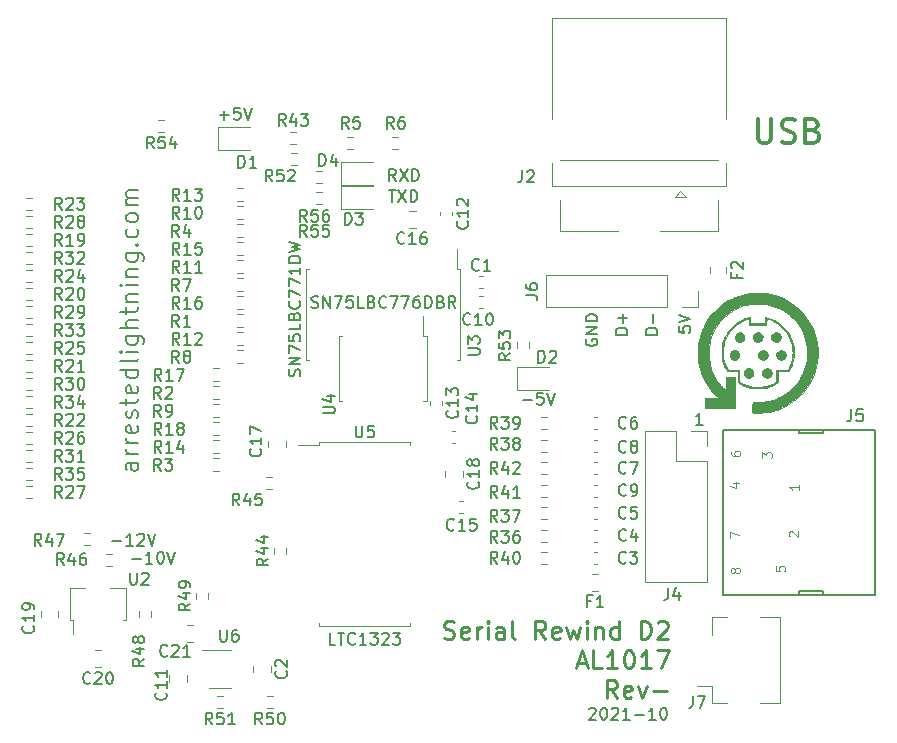
<source format=gto>
%TF.GenerationSoftware,KiCad,Pcbnew,5.1.10-88a1d61d58~89~ubuntu20.04.1*%
%TF.CreationDate,2021-10-06T22:40:21-05:00*%
%TF.ProjectId,serial_rewind_d2,73657269-616c-45f7-9265-77696e645f64,rev?*%
%TF.SameCoordinates,Original*%
%TF.FileFunction,Legend,Top*%
%TF.FilePolarity,Positive*%
%FSLAX46Y46*%
G04 Gerber Fmt 4.6, Leading zero omitted, Abs format (unit mm)*
G04 Created by KiCad (PCBNEW 5.1.10-88a1d61d58~89~ubuntu20.04.1) date 2021-10-06 22:40:21*
%MOMM*%
%LPD*%
G01*
G04 APERTURE LIST*
%ADD10C,0.150000*%
%ADD11C,0.300000*%
%ADD12C,0.250000*%
%ADD13C,0.120000*%
%ADD14C,0.010000*%
%ADD15C,0.127000*%
%ADD16C,0.065024*%
G04 APERTURE END LIST*
D10*
X83885738Y-107529380D02*
X84457166Y-107529380D01*
X84171452Y-108529380D02*
X84171452Y-107529380D01*
X84695261Y-107529380D02*
X85361928Y-108529380D01*
X85361928Y-107529380D02*
X84695261Y-108529380D01*
X85742880Y-108529380D02*
X85742880Y-107529380D01*
X85980976Y-107529380D01*
X86123833Y-107577000D01*
X86219071Y-107672238D01*
X86266690Y-107767476D01*
X86314309Y-107957952D01*
X86314309Y-108100809D01*
X86266690Y-108291285D01*
X86219071Y-108386523D01*
X86123833Y-108481761D01*
X85980976Y-108529380D01*
X85742880Y-108529380D01*
X84473023Y-106751380D02*
X84139690Y-106275190D01*
X83901595Y-106751380D02*
X83901595Y-105751380D01*
X84282547Y-105751380D01*
X84377785Y-105799000D01*
X84425404Y-105846619D01*
X84473023Y-105941857D01*
X84473023Y-106084714D01*
X84425404Y-106179952D01*
X84377785Y-106227571D01*
X84282547Y-106275190D01*
X83901595Y-106275190D01*
X84806357Y-105751380D02*
X85473023Y-106751380D01*
X85473023Y-105751380D02*
X84806357Y-106751380D01*
X85853976Y-106751380D02*
X85853976Y-105751380D01*
X86092071Y-105751380D01*
X86234928Y-105799000D01*
X86330166Y-105894238D01*
X86377785Y-105989476D01*
X86425404Y-106179952D01*
X86425404Y-106322809D01*
X86377785Y-106513285D01*
X86330166Y-106608523D01*
X86234928Y-106703761D01*
X86092071Y-106751380D01*
X85853976Y-106751380D01*
X77343761Y-117435261D02*
X77486619Y-117482880D01*
X77724714Y-117482880D01*
X77819952Y-117435261D01*
X77867571Y-117387642D01*
X77915190Y-117292404D01*
X77915190Y-117197166D01*
X77867571Y-117101928D01*
X77819952Y-117054309D01*
X77724714Y-117006690D01*
X77534238Y-116959071D01*
X77439000Y-116911452D01*
X77391380Y-116863833D01*
X77343761Y-116768595D01*
X77343761Y-116673357D01*
X77391380Y-116578119D01*
X77439000Y-116530500D01*
X77534238Y-116482880D01*
X77772333Y-116482880D01*
X77915190Y-116530500D01*
X78343761Y-117482880D02*
X78343761Y-116482880D01*
X78915190Y-117482880D01*
X78915190Y-116482880D01*
X79296142Y-116482880D02*
X79962809Y-116482880D01*
X79534238Y-117482880D01*
X80819952Y-116482880D02*
X80343761Y-116482880D01*
X80296142Y-116959071D01*
X80343761Y-116911452D01*
X80439000Y-116863833D01*
X80677095Y-116863833D01*
X80772333Y-116911452D01*
X80819952Y-116959071D01*
X80867571Y-117054309D01*
X80867571Y-117292404D01*
X80819952Y-117387642D01*
X80772333Y-117435261D01*
X80677095Y-117482880D01*
X80439000Y-117482880D01*
X80343761Y-117435261D01*
X80296142Y-117387642D01*
X81772333Y-117482880D02*
X81296142Y-117482880D01*
X81296142Y-116482880D01*
X82439000Y-116959071D02*
X82581857Y-117006690D01*
X82629476Y-117054309D01*
X82677095Y-117149547D01*
X82677095Y-117292404D01*
X82629476Y-117387642D01*
X82581857Y-117435261D01*
X82486619Y-117482880D01*
X82105666Y-117482880D01*
X82105666Y-116482880D01*
X82439000Y-116482880D01*
X82534238Y-116530500D01*
X82581857Y-116578119D01*
X82629476Y-116673357D01*
X82629476Y-116768595D01*
X82581857Y-116863833D01*
X82534238Y-116911452D01*
X82439000Y-116959071D01*
X82105666Y-116959071D01*
X83677095Y-117387642D02*
X83629476Y-117435261D01*
X83486619Y-117482880D01*
X83391380Y-117482880D01*
X83248523Y-117435261D01*
X83153285Y-117340023D01*
X83105666Y-117244785D01*
X83058047Y-117054309D01*
X83058047Y-116911452D01*
X83105666Y-116720976D01*
X83153285Y-116625738D01*
X83248523Y-116530500D01*
X83391380Y-116482880D01*
X83486619Y-116482880D01*
X83629476Y-116530500D01*
X83677095Y-116578119D01*
X84010428Y-116482880D02*
X84677095Y-116482880D01*
X84248523Y-117482880D01*
X84962809Y-116482880D02*
X85629476Y-116482880D01*
X85200904Y-117482880D01*
X86439000Y-116482880D02*
X86248523Y-116482880D01*
X86153285Y-116530500D01*
X86105666Y-116578119D01*
X86010428Y-116720976D01*
X85962809Y-116911452D01*
X85962809Y-117292404D01*
X86010428Y-117387642D01*
X86058047Y-117435261D01*
X86153285Y-117482880D01*
X86343761Y-117482880D01*
X86439000Y-117435261D01*
X86486619Y-117387642D01*
X86534238Y-117292404D01*
X86534238Y-117054309D01*
X86486619Y-116959071D01*
X86439000Y-116911452D01*
X86343761Y-116863833D01*
X86153285Y-116863833D01*
X86058047Y-116911452D01*
X86010428Y-116959071D01*
X85962809Y-117054309D01*
X86962809Y-117482880D02*
X86962809Y-116482880D01*
X87200904Y-116482880D01*
X87343761Y-116530500D01*
X87439000Y-116625738D01*
X87486619Y-116720976D01*
X87534238Y-116911452D01*
X87534238Y-117054309D01*
X87486619Y-117244785D01*
X87439000Y-117340023D01*
X87343761Y-117435261D01*
X87200904Y-117482880D01*
X86962809Y-117482880D01*
X88296142Y-116959071D02*
X88439000Y-117006690D01*
X88486619Y-117054309D01*
X88534238Y-117149547D01*
X88534238Y-117292404D01*
X88486619Y-117387642D01*
X88439000Y-117435261D01*
X88343761Y-117482880D01*
X87962809Y-117482880D01*
X87962809Y-116482880D01*
X88296142Y-116482880D01*
X88391380Y-116530500D01*
X88439000Y-116578119D01*
X88486619Y-116673357D01*
X88486619Y-116768595D01*
X88439000Y-116863833D01*
X88391380Y-116911452D01*
X88296142Y-116959071D01*
X87962809Y-116959071D01*
X89534238Y-117482880D02*
X89200904Y-117006690D01*
X88962809Y-117482880D02*
X88962809Y-116482880D01*
X89343761Y-116482880D01*
X89439000Y-116530500D01*
X89486619Y-116578119D01*
X89534238Y-116673357D01*
X89534238Y-116816214D01*
X89486619Y-116911452D01*
X89439000Y-116959071D01*
X89343761Y-117006690D01*
X88962809Y-117006690D01*
X76350761Y-123268666D02*
X76398380Y-123125809D01*
X76398380Y-122887714D01*
X76350761Y-122792476D01*
X76303142Y-122744857D01*
X76207904Y-122697238D01*
X76112666Y-122697238D01*
X76017428Y-122744857D01*
X75969809Y-122792476D01*
X75922190Y-122887714D01*
X75874571Y-123078190D01*
X75826952Y-123173428D01*
X75779333Y-123221047D01*
X75684095Y-123268666D01*
X75588857Y-123268666D01*
X75493619Y-123221047D01*
X75446000Y-123173428D01*
X75398380Y-123078190D01*
X75398380Y-122840095D01*
X75446000Y-122697238D01*
X76398380Y-122268666D02*
X75398380Y-122268666D01*
X76398380Y-121697238D01*
X75398380Y-121697238D01*
X75398380Y-121316285D02*
X75398380Y-120649619D01*
X76398380Y-121078190D01*
X75398380Y-119792476D02*
X75398380Y-120268666D01*
X75874571Y-120316285D01*
X75826952Y-120268666D01*
X75779333Y-120173428D01*
X75779333Y-119935333D01*
X75826952Y-119840095D01*
X75874571Y-119792476D01*
X75969809Y-119744857D01*
X76207904Y-119744857D01*
X76303142Y-119792476D01*
X76350761Y-119840095D01*
X76398380Y-119935333D01*
X76398380Y-120173428D01*
X76350761Y-120268666D01*
X76303142Y-120316285D01*
X76398380Y-118840095D02*
X76398380Y-119316285D01*
X75398380Y-119316285D01*
X75874571Y-118173428D02*
X75922190Y-118030571D01*
X75969809Y-117982952D01*
X76065047Y-117935333D01*
X76207904Y-117935333D01*
X76303142Y-117982952D01*
X76350761Y-118030571D01*
X76398380Y-118125809D01*
X76398380Y-118506761D01*
X75398380Y-118506761D01*
X75398380Y-118173428D01*
X75446000Y-118078190D01*
X75493619Y-118030571D01*
X75588857Y-117982952D01*
X75684095Y-117982952D01*
X75779333Y-118030571D01*
X75826952Y-118078190D01*
X75874571Y-118173428D01*
X75874571Y-118506761D01*
X76303142Y-116935333D02*
X76350761Y-116982952D01*
X76398380Y-117125809D01*
X76398380Y-117221047D01*
X76350761Y-117363904D01*
X76255523Y-117459142D01*
X76160285Y-117506761D01*
X75969809Y-117554380D01*
X75826952Y-117554380D01*
X75636476Y-117506761D01*
X75541238Y-117459142D01*
X75446000Y-117363904D01*
X75398380Y-117221047D01*
X75398380Y-117125809D01*
X75446000Y-116982952D01*
X75493619Y-116935333D01*
X75398380Y-116602000D02*
X75398380Y-115935333D01*
X76398380Y-116363904D01*
X75398380Y-115649619D02*
X75398380Y-114982952D01*
X76398380Y-115411523D01*
X76398380Y-114078190D02*
X76398380Y-114649619D01*
X76398380Y-114363904D02*
X75398380Y-114363904D01*
X75541238Y-114459142D01*
X75636476Y-114554380D01*
X75684095Y-114649619D01*
X76398380Y-113649619D02*
X75398380Y-113649619D01*
X75398380Y-113411523D01*
X75446000Y-113268666D01*
X75541238Y-113173428D01*
X75636476Y-113125809D01*
X75826952Y-113078190D01*
X75969809Y-113078190D01*
X76160285Y-113125809D01*
X76255523Y-113173428D01*
X76350761Y-113268666D01*
X76398380Y-113411523D01*
X76398380Y-113649619D01*
X75398380Y-112744857D02*
X76398380Y-112506761D01*
X75684095Y-112316285D01*
X76398380Y-112125809D01*
X75398380Y-111887714D01*
X95234285Y-125293428D02*
X95996190Y-125293428D01*
X96948571Y-124674380D02*
X96472380Y-124674380D01*
X96424761Y-125150571D01*
X96472380Y-125102952D01*
X96567619Y-125055333D01*
X96805714Y-125055333D01*
X96900952Y-125102952D01*
X96948571Y-125150571D01*
X96996190Y-125245809D01*
X96996190Y-125483904D01*
X96948571Y-125579142D01*
X96900952Y-125626761D01*
X96805714Y-125674380D01*
X96567619Y-125674380D01*
X96472380Y-125626761D01*
X96424761Y-125579142D01*
X97281904Y-124674380D02*
X97615238Y-125674380D01*
X97948571Y-124674380D01*
X69580285Y-101163428D02*
X70342190Y-101163428D01*
X69961238Y-101544380D02*
X69961238Y-100782476D01*
X71294571Y-100544380D02*
X70818380Y-100544380D01*
X70770761Y-101020571D01*
X70818380Y-100972952D01*
X70913619Y-100925333D01*
X71151714Y-100925333D01*
X71246952Y-100972952D01*
X71294571Y-101020571D01*
X71342190Y-101115809D01*
X71342190Y-101353904D01*
X71294571Y-101449142D01*
X71246952Y-101496761D01*
X71151714Y-101544380D01*
X70913619Y-101544380D01*
X70818380Y-101496761D01*
X70770761Y-101449142D01*
X71627904Y-100544380D02*
X71961238Y-101544380D01*
X72294571Y-100544380D01*
X62654571Y-130594285D02*
X61868857Y-130594285D01*
X61726000Y-130665714D01*
X61654571Y-130808571D01*
X61654571Y-131094285D01*
X61726000Y-131237142D01*
X62583142Y-130594285D02*
X62654571Y-130737142D01*
X62654571Y-131094285D01*
X62583142Y-131237142D01*
X62440285Y-131308571D01*
X62297428Y-131308571D01*
X62154571Y-131237142D01*
X62083142Y-131094285D01*
X62083142Y-130737142D01*
X62011714Y-130594285D01*
X62654571Y-129880000D02*
X61654571Y-129880000D01*
X61940285Y-129880000D02*
X61797428Y-129808571D01*
X61726000Y-129737142D01*
X61654571Y-129594285D01*
X61654571Y-129451428D01*
X62654571Y-128951428D02*
X61654571Y-128951428D01*
X61940285Y-128951428D02*
X61797428Y-128880000D01*
X61726000Y-128808571D01*
X61654571Y-128665714D01*
X61654571Y-128522857D01*
X62583142Y-127451428D02*
X62654571Y-127594285D01*
X62654571Y-127880000D01*
X62583142Y-128022857D01*
X62440285Y-128094285D01*
X61868857Y-128094285D01*
X61726000Y-128022857D01*
X61654571Y-127880000D01*
X61654571Y-127594285D01*
X61726000Y-127451428D01*
X61868857Y-127380000D01*
X62011714Y-127380000D01*
X62154571Y-128094285D01*
X62583142Y-126808571D02*
X62654571Y-126665714D01*
X62654571Y-126380000D01*
X62583142Y-126237142D01*
X62440285Y-126165714D01*
X62368857Y-126165714D01*
X62226000Y-126237142D01*
X62154571Y-126380000D01*
X62154571Y-126594285D01*
X62083142Y-126737142D01*
X61940285Y-126808571D01*
X61868857Y-126808571D01*
X61726000Y-126737142D01*
X61654571Y-126594285D01*
X61654571Y-126380000D01*
X61726000Y-126237142D01*
X61654571Y-125737142D02*
X61654571Y-125165714D01*
X61154571Y-125522857D02*
X62440285Y-125522857D01*
X62583142Y-125451428D01*
X62654571Y-125308571D01*
X62654571Y-125165714D01*
X62583142Y-124094285D02*
X62654571Y-124237142D01*
X62654571Y-124522857D01*
X62583142Y-124665714D01*
X62440285Y-124737142D01*
X61868857Y-124737142D01*
X61726000Y-124665714D01*
X61654571Y-124522857D01*
X61654571Y-124237142D01*
X61726000Y-124094285D01*
X61868857Y-124022857D01*
X62011714Y-124022857D01*
X62154571Y-124737142D01*
X62654571Y-122737142D02*
X61154571Y-122737142D01*
X62583142Y-122737142D02*
X62654571Y-122880000D01*
X62654571Y-123165714D01*
X62583142Y-123308571D01*
X62511714Y-123380000D01*
X62368857Y-123451428D01*
X61940285Y-123451428D01*
X61797428Y-123380000D01*
X61726000Y-123308571D01*
X61654571Y-123165714D01*
X61654571Y-122880000D01*
X61726000Y-122737142D01*
X62654571Y-121808571D02*
X62583142Y-121951428D01*
X62440285Y-122022857D01*
X61154571Y-122022857D01*
X62654571Y-121237142D02*
X61654571Y-121237142D01*
X61154571Y-121237142D02*
X61226000Y-121308571D01*
X61297428Y-121237142D01*
X61226000Y-121165714D01*
X61154571Y-121237142D01*
X61297428Y-121237142D01*
X61654571Y-119880000D02*
X62868857Y-119880000D01*
X63011714Y-119951428D01*
X63083142Y-120022857D01*
X63154571Y-120165714D01*
X63154571Y-120380000D01*
X63083142Y-120522857D01*
X62583142Y-119880000D02*
X62654571Y-120022857D01*
X62654571Y-120308571D01*
X62583142Y-120451428D01*
X62511714Y-120522857D01*
X62368857Y-120594285D01*
X61940285Y-120594285D01*
X61797428Y-120522857D01*
X61726000Y-120451428D01*
X61654571Y-120308571D01*
X61654571Y-120022857D01*
X61726000Y-119880000D01*
X62654571Y-119165714D02*
X61154571Y-119165714D01*
X62654571Y-118522857D02*
X61868857Y-118522857D01*
X61726000Y-118594285D01*
X61654571Y-118737142D01*
X61654571Y-118951428D01*
X61726000Y-119094285D01*
X61797428Y-119165714D01*
X61654571Y-118022857D02*
X61654571Y-117451428D01*
X61154571Y-117808571D02*
X62440285Y-117808571D01*
X62583142Y-117737142D01*
X62654571Y-117594285D01*
X62654571Y-117451428D01*
X61654571Y-116951428D02*
X62654571Y-116951428D01*
X61797428Y-116951428D02*
X61726000Y-116880000D01*
X61654571Y-116737142D01*
X61654571Y-116522857D01*
X61726000Y-116380000D01*
X61868857Y-116308571D01*
X62654571Y-116308571D01*
X62654571Y-115594285D02*
X61654571Y-115594285D01*
X61154571Y-115594285D02*
X61226000Y-115665714D01*
X61297428Y-115594285D01*
X61226000Y-115522857D01*
X61154571Y-115594285D01*
X61297428Y-115594285D01*
X61654571Y-114880000D02*
X62654571Y-114880000D01*
X61797428Y-114880000D02*
X61726000Y-114808571D01*
X61654571Y-114665714D01*
X61654571Y-114451428D01*
X61726000Y-114308571D01*
X61868857Y-114237142D01*
X62654571Y-114237142D01*
X61654571Y-112880000D02*
X62868857Y-112880000D01*
X63011714Y-112951428D01*
X63083142Y-113022857D01*
X63154571Y-113165714D01*
X63154571Y-113380000D01*
X63083142Y-113522857D01*
X62583142Y-112880000D02*
X62654571Y-113022857D01*
X62654571Y-113308571D01*
X62583142Y-113451428D01*
X62511714Y-113522857D01*
X62368857Y-113594285D01*
X61940285Y-113594285D01*
X61797428Y-113522857D01*
X61726000Y-113451428D01*
X61654571Y-113308571D01*
X61654571Y-113022857D01*
X61726000Y-112880000D01*
X62511714Y-112165714D02*
X62583142Y-112094285D01*
X62654571Y-112165714D01*
X62583142Y-112237142D01*
X62511714Y-112165714D01*
X62654571Y-112165714D01*
X62583142Y-110808571D02*
X62654571Y-110951428D01*
X62654571Y-111237142D01*
X62583142Y-111380000D01*
X62511714Y-111451428D01*
X62368857Y-111522857D01*
X61940285Y-111522857D01*
X61797428Y-111451428D01*
X61726000Y-111380000D01*
X61654571Y-111237142D01*
X61654571Y-110951428D01*
X61726000Y-110808571D01*
X62654571Y-109951428D02*
X62583142Y-110094285D01*
X62511714Y-110165714D01*
X62368857Y-110237142D01*
X61940285Y-110237142D01*
X61797428Y-110165714D01*
X61726000Y-110094285D01*
X61654571Y-109951428D01*
X61654571Y-109737142D01*
X61726000Y-109594285D01*
X61797428Y-109522857D01*
X61940285Y-109451428D01*
X62368857Y-109451428D01*
X62511714Y-109522857D01*
X62583142Y-109594285D01*
X62654571Y-109737142D01*
X62654571Y-109951428D01*
X62654571Y-108808571D02*
X61654571Y-108808571D01*
X61797428Y-108808571D02*
X61726000Y-108737142D01*
X61654571Y-108594285D01*
X61654571Y-108380000D01*
X61726000Y-108237142D01*
X61868857Y-108165714D01*
X62654571Y-108165714D01*
X61868857Y-108165714D02*
X61726000Y-108094285D01*
X61654571Y-107951428D01*
X61654571Y-107737142D01*
X61726000Y-107594285D01*
X61868857Y-107522857D01*
X62654571Y-107522857D01*
X100854285Y-151439619D02*
X100901904Y-151392000D01*
X100997142Y-151344380D01*
X101235238Y-151344380D01*
X101330476Y-151392000D01*
X101378095Y-151439619D01*
X101425714Y-151534857D01*
X101425714Y-151630095D01*
X101378095Y-151772952D01*
X100806666Y-152344380D01*
X101425714Y-152344380D01*
X102044761Y-151344380D02*
X102140000Y-151344380D01*
X102235238Y-151392000D01*
X102282857Y-151439619D01*
X102330476Y-151534857D01*
X102378095Y-151725333D01*
X102378095Y-151963428D01*
X102330476Y-152153904D01*
X102282857Y-152249142D01*
X102235238Y-152296761D01*
X102140000Y-152344380D01*
X102044761Y-152344380D01*
X101949523Y-152296761D01*
X101901904Y-152249142D01*
X101854285Y-152153904D01*
X101806666Y-151963428D01*
X101806666Y-151725333D01*
X101854285Y-151534857D01*
X101901904Y-151439619D01*
X101949523Y-151392000D01*
X102044761Y-151344380D01*
X102759047Y-151439619D02*
X102806666Y-151392000D01*
X102901904Y-151344380D01*
X103140000Y-151344380D01*
X103235238Y-151392000D01*
X103282857Y-151439619D01*
X103330476Y-151534857D01*
X103330476Y-151630095D01*
X103282857Y-151772952D01*
X102711428Y-152344380D01*
X103330476Y-152344380D01*
X104282857Y-152344380D02*
X103711428Y-152344380D01*
X103997142Y-152344380D02*
X103997142Y-151344380D01*
X103901904Y-151487238D01*
X103806666Y-151582476D01*
X103711428Y-151630095D01*
X104711428Y-151963428D02*
X105473333Y-151963428D01*
X106473333Y-152344380D02*
X105901904Y-152344380D01*
X106187619Y-152344380D02*
X106187619Y-151344380D01*
X106092380Y-151487238D01*
X105997142Y-151582476D01*
X105901904Y-151630095D01*
X107092380Y-151344380D02*
X107187619Y-151344380D01*
X107282857Y-151392000D01*
X107330476Y-151439619D01*
X107378095Y-151534857D01*
X107425714Y-151725333D01*
X107425714Y-151963428D01*
X107378095Y-152153904D01*
X107330476Y-152249142D01*
X107282857Y-152296761D01*
X107187619Y-152344380D01*
X107092380Y-152344380D01*
X106997142Y-152296761D01*
X106949523Y-152249142D01*
X106901904Y-152153904D01*
X106854285Y-151963428D01*
X106854285Y-151725333D01*
X106901904Y-151534857D01*
X106949523Y-151439619D01*
X106997142Y-151392000D01*
X107092380Y-151344380D01*
D11*
X115141690Y-101520761D02*
X115141690Y-103139809D01*
X115236928Y-103330285D01*
X115332166Y-103425523D01*
X115522642Y-103520761D01*
X115903595Y-103520761D01*
X116094071Y-103425523D01*
X116189309Y-103330285D01*
X116284547Y-103139809D01*
X116284547Y-101520761D01*
X117141690Y-103425523D02*
X117427404Y-103520761D01*
X117903595Y-103520761D01*
X118094071Y-103425523D01*
X118189309Y-103330285D01*
X118284547Y-103139809D01*
X118284547Y-102949333D01*
X118189309Y-102758857D01*
X118094071Y-102663619D01*
X117903595Y-102568380D01*
X117522642Y-102473142D01*
X117332166Y-102377904D01*
X117236928Y-102282666D01*
X117141690Y-102092190D01*
X117141690Y-101901714D01*
X117236928Y-101711238D01*
X117332166Y-101616000D01*
X117522642Y-101520761D01*
X117998833Y-101520761D01*
X118284547Y-101616000D01*
X119808357Y-102473142D02*
X120094071Y-102568380D01*
X120189309Y-102663619D01*
X120284547Y-102854095D01*
X120284547Y-103139809D01*
X120189309Y-103330285D01*
X120094071Y-103425523D01*
X119903595Y-103520761D01*
X119141690Y-103520761D01*
X119141690Y-101520761D01*
X119808357Y-101520761D01*
X119998833Y-101616000D01*
X120094071Y-101711238D01*
X120189309Y-101901714D01*
X120189309Y-102092190D01*
X120094071Y-102282666D01*
X119998833Y-102377904D01*
X119808357Y-102473142D01*
X119141690Y-102473142D01*
D12*
X88573214Y-145427142D02*
X88787500Y-145498571D01*
X89144642Y-145498571D01*
X89287500Y-145427142D01*
X89358928Y-145355714D01*
X89430357Y-145212857D01*
X89430357Y-145070000D01*
X89358928Y-144927142D01*
X89287500Y-144855714D01*
X89144642Y-144784285D01*
X88858928Y-144712857D01*
X88716071Y-144641428D01*
X88644642Y-144570000D01*
X88573214Y-144427142D01*
X88573214Y-144284285D01*
X88644642Y-144141428D01*
X88716071Y-144070000D01*
X88858928Y-143998571D01*
X89216071Y-143998571D01*
X89430357Y-144070000D01*
X90644642Y-145427142D02*
X90501785Y-145498571D01*
X90216071Y-145498571D01*
X90073214Y-145427142D01*
X90001785Y-145284285D01*
X90001785Y-144712857D01*
X90073214Y-144570000D01*
X90216071Y-144498571D01*
X90501785Y-144498571D01*
X90644642Y-144570000D01*
X90716071Y-144712857D01*
X90716071Y-144855714D01*
X90001785Y-144998571D01*
X91358928Y-145498571D02*
X91358928Y-144498571D01*
X91358928Y-144784285D02*
X91430357Y-144641428D01*
X91501785Y-144570000D01*
X91644642Y-144498571D01*
X91787500Y-144498571D01*
X92287500Y-145498571D02*
X92287500Y-144498571D01*
X92287500Y-143998571D02*
X92216071Y-144070000D01*
X92287500Y-144141428D01*
X92358928Y-144070000D01*
X92287500Y-143998571D01*
X92287500Y-144141428D01*
X93644642Y-145498571D02*
X93644642Y-144712857D01*
X93573214Y-144570000D01*
X93430357Y-144498571D01*
X93144642Y-144498571D01*
X93001785Y-144570000D01*
X93644642Y-145427142D02*
X93501785Y-145498571D01*
X93144642Y-145498571D01*
X93001785Y-145427142D01*
X92930357Y-145284285D01*
X92930357Y-145141428D01*
X93001785Y-144998571D01*
X93144642Y-144927142D01*
X93501785Y-144927142D01*
X93644642Y-144855714D01*
X94573214Y-145498571D02*
X94430357Y-145427142D01*
X94358928Y-145284285D01*
X94358928Y-143998571D01*
X97144642Y-145498571D02*
X96644642Y-144784285D01*
X96287500Y-145498571D02*
X96287500Y-143998571D01*
X96858928Y-143998571D01*
X97001785Y-144070000D01*
X97073214Y-144141428D01*
X97144642Y-144284285D01*
X97144642Y-144498571D01*
X97073214Y-144641428D01*
X97001785Y-144712857D01*
X96858928Y-144784285D01*
X96287500Y-144784285D01*
X98358928Y-145427142D02*
X98216071Y-145498571D01*
X97930357Y-145498571D01*
X97787500Y-145427142D01*
X97716071Y-145284285D01*
X97716071Y-144712857D01*
X97787500Y-144570000D01*
X97930357Y-144498571D01*
X98216071Y-144498571D01*
X98358928Y-144570000D01*
X98430357Y-144712857D01*
X98430357Y-144855714D01*
X97716071Y-144998571D01*
X98930357Y-144498571D02*
X99216071Y-145498571D01*
X99501785Y-144784285D01*
X99787500Y-145498571D01*
X100073214Y-144498571D01*
X100644642Y-145498571D02*
X100644642Y-144498571D01*
X100644642Y-143998571D02*
X100573214Y-144070000D01*
X100644642Y-144141428D01*
X100716071Y-144070000D01*
X100644642Y-143998571D01*
X100644642Y-144141428D01*
X101358928Y-144498571D02*
X101358928Y-145498571D01*
X101358928Y-144641428D02*
X101430357Y-144570000D01*
X101573214Y-144498571D01*
X101787500Y-144498571D01*
X101930357Y-144570000D01*
X102001785Y-144712857D01*
X102001785Y-145498571D01*
X103358928Y-145498571D02*
X103358928Y-143998571D01*
X103358928Y-145427142D02*
X103216071Y-145498571D01*
X102930357Y-145498571D01*
X102787500Y-145427142D01*
X102716071Y-145355714D01*
X102644642Y-145212857D01*
X102644642Y-144784285D01*
X102716071Y-144641428D01*
X102787500Y-144570000D01*
X102930357Y-144498571D01*
X103216071Y-144498571D01*
X103358928Y-144570000D01*
X105216071Y-145498571D02*
X105216071Y-143998571D01*
X105573214Y-143998571D01*
X105787500Y-144070000D01*
X105930357Y-144212857D01*
X106001785Y-144355714D01*
X106073214Y-144641428D01*
X106073214Y-144855714D01*
X106001785Y-145141428D01*
X105930357Y-145284285D01*
X105787500Y-145427142D01*
X105573214Y-145498571D01*
X105216071Y-145498571D01*
X106644642Y-144141428D02*
X106716071Y-144070000D01*
X106858928Y-143998571D01*
X107216071Y-143998571D01*
X107358928Y-144070000D01*
X107430357Y-144141428D01*
X107501785Y-144284285D01*
X107501785Y-144427142D01*
X107430357Y-144641428D01*
X106573214Y-145498571D01*
X107501785Y-145498571D01*
X99858928Y-147570000D02*
X100573214Y-147570000D01*
X99716071Y-147998571D02*
X100216071Y-146498571D01*
X100716071Y-147998571D01*
X101930357Y-147998571D02*
X101216071Y-147998571D01*
X101216071Y-146498571D01*
X103216071Y-147998571D02*
X102358928Y-147998571D01*
X102787500Y-147998571D02*
X102787500Y-146498571D01*
X102644642Y-146712857D01*
X102501785Y-146855714D01*
X102358928Y-146927142D01*
X104144642Y-146498571D02*
X104287500Y-146498571D01*
X104430357Y-146570000D01*
X104501785Y-146641428D01*
X104573214Y-146784285D01*
X104644642Y-147070000D01*
X104644642Y-147427142D01*
X104573214Y-147712857D01*
X104501785Y-147855714D01*
X104430357Y-147927142D01*
X104287500Y-147998571D01*
X104144642Y-147998571D01*
X104001785Y-147927142D01*
X103930357Y-147855714D01*
X103858928Y-147712857D01*
X103787500Y-147427142D01*
X103787500Y-147070000D01*
X103858928Y-146784285D01*
X103930357Y-146641428D01*
X104001785Y-146570000D01*
X104144642Y-146498571D01*
X106073214Y-147998571D02*
X105216071Y-147998571D01*
X105644642Y-147998571D02*
X105644642Y-146498571D01*
X105501785Y-146712857D01*
X105358928Y-146855714D01*
X105216071Y-146927142D01*
X106573214Y-146498571D02*
X107573214Y-146498571D01*
X106930357Y-147998571D01*
X103216071Y-150498571D02*
X102716071Y-149784285D01*
X102358928Y-150498571D02*
X102358928Y-148998571D01*
X102930357Y-148998571D01*
X103073214Y-149070000D01*
X103144642Y-149141428D01*
X103216071Y-149284285D01*
X103216071Y-149498571D01*
X103144642Y-149641428D01*
X103073214Y-149712857D01*
X102930357Y-149784285D01*
X102358928Y-149784285D01*
X104430357Y-150427142D02*
X104287500Y-150498571D01*
X104001785Y-150498571D01*
X103858928Y-150427142D01*
X103787500Y-150284285D01*
X103787500Y-149712857D01*
X103858928Y-149570000D01*
X104001785Y-149498571D01*
X104287500Y-149498571D01*
X104430357Y-149570000D01*
X104501785Y-149712857D01*
X104501785Y-149855714D01*
X103787500Y-149998571D01*
X105001785Y-149498571D02*
X105358928Y-150498571D01*
X105716071Y-149498571D01*
X106287500Y-149927142D02*
X107430357Y-149927142D01*
D10*
X79375309Y-145994380D02*
X78899119Y-145994380D01*
X78899119Y-144994380D01*
X79565785Y-144994380D02*
X80137214Y-144994380D01*
X79851500Y-145994380D02*
X79851500Y-144994380D01*
X81041976Y-145899142D02*
X80994357Y-145946761D01*
X80851500Y-145994380D01*
X80756261Y-145994380D01*
X80613404Y-145946761D01*
X80518166Y-145851523D01*
X80470547Y-145756285D01*
X80422928Y-145565809D01*
X80422928Y-145422952D01*
X80470547Y-145232476D01*
X80518166Y-145137238D01*
X80613404Y-145042000D01*
X80756261Y-144994380D01*
X80851500Y-144994380D01*
X80994357Y-145042000D01*
X81041976Y-145089619D01*
X81994357Y-145994380D02*
X81422928Y-145994380D01*
X81708642Y-145994380D02*
X81708642Y-144994380D01*
X81613404Y-145137238D01*
X81518166Y-145232476D01*
X81422928Y-145280095D01*
X82327690Y-144994380D02*
X82946738Y-144994380D01*
X82613404Y-145375333D01*
X82756261Y-145375333D01*
X82851500Y-145422952D01*
X82899119Y-145470571D01*
X82946738Y-145565809D01*
X82946738Y-145803904D01*
X82899119Y-145899142D01*
X82851500Y-145946761D01*
X82756261Y-145994380D01*
X82470547Y-145994380D01*
X82375309Y-145946761D01*
X82327690Y-145899142D01*
X83327690Y-145089619D02*
X83375309Y-145042000D01*
X83470547Y-144994380D01*
X83708642Y-144994380D01*
X83803880Y-145042000D01*
X83851500Y-145089619D01*
X83899119Y-145184857D01*
X83899119Y-145280095D01*
X83851500Y-145422952D01*
X83280071Y-145994380D01*
X83899119Y-145994380D01*
X84232452Y-144994380D02*
X84851500Y-144994380D01*
X84518166Y-145375333D01*
X84661023Y-145375333D01*
X84756261Y-145422952D01*
X84803880Y-145470571D01*
X84851500Y-145565809D01*
X84851500Y-145803904D01*
X84803880Y-145899142D01*
X84756261Y-145946761D01*
X84661023Y-145994380D01*
X84375309Y-145994380D01*
X84280071Y-145946761D01*
X84232452Y-145899142D01*
X62119095Y-138755428D02*
X62881000Y-138755428D01*
X63881000Y-139136380D02*
X63309571Y-139136380D01*
X63595285Y-139136380D02*
X63595285Y-138136380D01*
X63500047Y-138279238D01*
X63404809Y-138374476D01*
X63309571Y-138422095D01*
X64500047Y-138136380D02*
X64595285Y-138136380D01*
X64690523Y-138184000D01*
X64738142Y-138231619D01*
X64785761Y-138326857D01*
X64833380Y-138517333D01*
X64833380Y-138755428D01*
X64785761Y-138945904D01*
X64738142Y-139041142D01*
X64690523Y-139088761D01*
X64595285Y-139136380D01*
X64500047Y-139136380D01*
X64404809Y-139088761D01*
X64357190Y-139041142D01*
X64309571Y-138945904D01*
X64261952Y-138755428D01*
X64261952Y-138517333D01*
X64309571Y-138326857D01*
X64357190Y-138231619D01*
X64404809Y-138184000D01*
X64500047Y-138136380D01*
X65119095Y-138136380D02*
X65452428Y-139136380D01*
X65785761Y-138136380D01*
X60468095Y-137231428D02*
X61230000Y-137231428D01*
X62230000Y-137612380D02*
X61658571Y-137612380D01*
X61944285Y-137612380D02*
X61944285Y-136612380D01*
X61849047Y-136755238D01*
X61753809Y-136850476D01*
X61658571Y-136898095D01*
X62610952Y-136707619D02*
X62658571Y-136660000D01*
X62753809Y-136612380D01*
X62991904Y-136612380D01*
X63087142Y-136660000D01*
X63134761Y-136707619D01*
X63182380Y-136802857D01*
X63182380Y-136898095D01*
X63134761Y-137040952D01*
X62563333Y-137612380D01*
X63182380Y-137612380D01*
X63468095Y-136612380D02*
X63801428Y-137612380D01*
X64134761Y-136612380D01*
X110458214Y-127388880D02*
X109886785Y-127388880D01*
X110172500Y-127388880D02*
X110172500Y-126388880D01*
X110077261Y-126531738D01*
X109982023Y-126626976D01*
X109886785Y-126674595D01*
X108418380Y-119062476D02*
X108418380Y-119538666D01*
X108894571Y-119586285D01*
X108846952Y-119538666D01*
X108799333Y-119443428D01*
X108799333Y-119205333D01*
X108846952Y-119110095D01*
X108894571Y-119062476D01*
X108989809Y-119014857D01*
X109227904Y-119014857D01*
X109323142Y-119062476D01*
X109370761Y-119110095D01*
X109418380Y-119205333D01*
X109418380Y-119443428D01*
X109370761Y-119538666D01*
X109323142Y-119586285D01*
X108418380Y-118729142D02*
X109418380Y-118395809D01*
X108418380Y-118062476D01*
X106624380Y-119752952D02*
X105624380Y-119752952D01*
X105624380Y-119514857D01*
X105672000Y-119372000D01*
X105767238Y-119276761D01*
X105862476Y-119229142D01*
X106052952Y-119181523D01*
X106195809Y-119181523D01*
X106386285Y-119229142D01*
X106481523Y-119276761D01*
X106576761Y-119372000D01*
X106624380Y-119514857D01*
X106624380Y-119752952D01*
X106243428Y-118752952D02*
X106243428Y-117991047D01*
X104084380Y-119752952D02*
X103084380Y-119752952D01*
X103084380Y-119514857D01*
X103132000Y-119372000D01*
X103227238Y-119276761D01*
X103322476Y-119229142D01*
X103512952Y-119181523D01*
X103655809Y-119181523D01*
X103846285Y-119229142D01*
X103941523Y-119276761D01*
X104036761Y-119372000D01*
X104084380Y-119514857D01*
X104084380Y-119752952D01*
X103703428Y-118752952D02*
X103703428Y-117991047D01*
X104084380Y-118372000D02*
X103322476Y-118372000D01*
X100592000Y-120141904D02*
X100544380Y-120237142D01*
X100544380Y-120380000D01*
X100592000Y-120522857D01*
X100687238Y-120618095D01*
X100782476Y-120665714D01*
X100972952Y-120713333D01*
X101115809Y-120713333D01*
X101306285Y-120665714D01*
X101401523Y-120618095D01*
X101496761Y-120522857D01*
X101544380Y-120380000D01*
X101544380Y-120284761D01*
X101496761Y-120141904D01*
X101449142Y-120094285D01*
X101115809Y-120094285D01*
X101115809Y-120284761D01*
X101544380Y-119665714D02*
X100544380Y-119665714D01*
X101544380Y-119094285D01*
X100544380Y-119094285D01*
X101544380Y-118618095D02*
X100544380Y-118618095D01*
X100544380Y-118380000D01*
X100592000Y-118237142D01*
X100687238Y-118141904D01*
X100782476Y-118094285D01*
X100972952Y-118046666D01*
X101115809Y-118046666D01*
X101306285Y-118094285D01*
X101401523Y-118141904D01*
X101496761Y-118237142D01*
X101544380Y-118380000D01*
X101544380Y-118618095D01*
D13*
%TO.C,R56*%
X77723276Y-106948500D02*
X78232724Y-106948500D01*
X77723276Y-105903500D02*
X78232724Y-105903500D01*
%TO.C,R55*%
X77723276Y-108726500D02*
X78232724Y-108726500D01*
X77723276Y-107681500D02*
X78232724Y-107681500D01*
%TO.C,D4*%
X79849000Y-107081200D02*
X82534000Y-107081200D01*
X79849000Y-105161200D02*
X79849000Y-107081200D01*
X82534000Y-105161200D02*
X79849000Y-105161200D01*
%TO.C,D3*%
X79849000Y-109087800D02*
X82534000Y-109087800D01*
X79849000Y-107167800D02*
X79849000Y-109087800D01*
X82534000Y-107167800D02*
X79849000Y-107167800D01*
D14*
%TO.C,G\u002A\u002A\u002A*%
G36*
X116769926Y-119573711D02*
G01*
X116844172Y-119600224D01*
X116912678Y-119641484D01*
X116972991Y-119697503D01*
X117022659Y-119768297D01*
X117036668Y-119795699D01*
X117065560Y-119880185D01*
X117075113Y-119966346D01*
X117065850Y-120051563D01*
X117038294Y-120133212D01*
X116992966Y-120208672D01*
X116943482Y-120263552D01*
X116885066Y-120310626D01*
X116824910Y-120342193D01*
X116757464Y-120360442D01*
X116679980Y-120367486D01*
X116614151Y-120367102D01*
X116566114Y-120361675D01*
X116547344Y-120356432D01*
X116460502Y-120314857D01*
X116390169Y-120262665D01*
X116334734Y-120198436D01*
X116300866Y-120139203D01*
X116286079Y-120106413D01*
X116276631Y-120079146D01*
X116271341Y-120051005D01*
X116269025Y-120015597D01*
X116268500Y-119966526D01*
X116268500Y-119964200D01*
X116269092Y-119913325D01*
X116271540Y-119876620D01*
X116276854Y-119847954D01*
X116286041Y-119821194D01*
X116295529Y-119799860D01*
X116341274Y-119723534D01*
X116398449Y-119661859D01*
X116464601Y-119614847D01*
X116537278Y-119582512D01*
X116614026Y-119564869D01*
X116692393Y-119561931D01*
X116769926Y-119573711D01*
G37*
X116769926Y-119573711D02*
X116844172Y-119600224D01*
X116912678Y-119641484D01*
X116972991Y-119697503D01*
X117022659Y-119768297D01*
X117036668Y-119795699D01*
X117065560Y-119880185D01*
X117075113Y-119966346D01*
X117065850Y-120051563D01*
X117038294Y-120133212D01*
X116992966Y-120208672D01*
X116943482Y-120263552D01*
X116885066Y-120310626D01*
X116824910Y-120342193D01*
X116757464Y-120360442D01*
X116679980Y-120367486D01*
X116614151Y-120367102D01*
X116566114Y-120361675D01*
X116547344Y-120356432D01*
X116460502Y-120314857D01*
X116390169Y-120262665D01*
X116334734Y-120198436D01*
X116300866Y-120139203D01*
X116286079Y-120106413D01*
X116276631Y-120079146D01*
X116271341Y-120051005D01*
X116269025Y-120015597D01*
X116268500Y-119966526D01*
X116268500Y-119964200D01*
X116269092Y-119913325D01*
X116271540Y-119876620D01*
X116276854Y-119847954D01*
X116286041Y-119821194D01*
X116295529Y-119799860D01*
X116341274Y-119723534D01*
X116398449Y-119661859D01*
X116464601Y-119614847D01*
X116537278Y-119582512D01*
X116614026Y-119564869D01*
X116692393Y-119561931D01*
X116769926Y-119573711D01*
G36*
X115204536Y-119565326D02*
G01*
X115285154Y-119588365D01*
X115358533Y-119627503D01*
X115422519Y-119681335D01*
X115474959Y-119748461D01*
X115513700Y-119827477D01*
X115533938Y-119901241D01*
X115539256Y-119983294D01*
X115526191Y-120065108D01*
X115496462Y-120143470D01*
X115451786Y-120215166D01*
X115393883Y-120276984D01*
X115324470Y-120325711D01*
X115300435Y-120337863D01*
X115239834Y-120357757D01*
X115169396Y-120368201D01*
X115096661Y-120368925D01*
X115029172Y-120359661D01*
X114993420Y-120348840D01*
X114911048Y-120308014D01*
X114844394Y-120255403D01*
X114791469Y-120189194D01*
X114764395Y-120139923D01*
X114736007Y-120058036D01*
X114726268Y-119974525D01*
X114733955Y-119892002D01*
X114757844Y-119813077D01*
X114796709Y-119740359D01*
X114849328Y-119676461D01*
X114914475Y-119623991D01*
X114990927Y-119585562D01*
X115030195Y-119573150D01*
X115118832Y-119559786D01*
X115204536Y-119565326D01*
G37*
X115204536Y-119565326D02*
X115285154Y-119588365D01*
X115358533Y-119627503D01*
X115422519Y-119681335D01*
X115474959Y-119748461D01*
X115513700Y-119827477D01*
X115533938Y-119901241D01*
X115539256Y-119983294D01*
X115526191Y-120065108D01*
X115496462Y-120143470D01*
X115451786Y-120215166D01*
X115393883Y-120276984D01*
X115324470Y-120325711D01*
X115300435Y-120337863D01*
X115239834Y-120357757D01*
X115169396Y-120368201D01*
X115096661Y-120368925D01*
X115029172Y-120359661D01*
X114993420Y-120348840D01*
X114911048Y-120308014D01*
X114844394Y-120255403D01*
X114791469Y-120189194D01*
X114764395Y-120139923D01*
X114736007Y-120058036D01*
X114726268Y-119974525D01*
X114733955Y-119892002D01*
X114757844Y-119813077D01*
X114796709Y-119740359D01*
X114849328Y-119676461D01*
X114914475Y-119623991D01*
X114990927Y-119585562D01*
X115030195Y-119573150D01*
X115118832Y-119559786D01*
X115204536Y-119565326D01*
G36*
X113680724Y-119567202D02*
G01*
X113759479Y-119593880D01*
X113830686Y-119635540D01*
X113892350Y-119689885D01*
X113942475Y-119754624D01*
X113979064Y-119827460D01*
X114000123Y-119906099D01*
X114003654Y-119988248D01*
X113999740Y-120021411D01*
X113975444Y-120109882D01*
X113934262Y-120189689D01*
X113878035Y-120258329D01*
X113808602Y-120313299D01*
X113769140Y-120335054D01*
X113709032Y-120355874D01*
X113639016Y-120367545D01*
X113566586Y-120369662D01*
X113499238Y-120361825D01*
X113462601Y-120351523D01*
X113381551Y-120311385D01*
X113313151Y-120257129D01*
X113258618Y-120191231D01*
X113219172Y-120116168D01*
X113196030Y-120034417D01*
X113190413Y-119948454D01*
X113203538Y-119860756D01*
X113210063Y-119838310D01*
X113244581Y-119762673D01*
X113295257Y-119695463D01*
X113358860Y-119639025D01*
X113432160Y-119595705D01*
X113511926Y-119567849D01*
X113594928Y-119557803D01*
X113596420Y-119557800D01*
X113680724Y-119567202D01*
G37*
X113680724Y-119567202D02*
X113759479Y-119593880D01*
X113830686Y-119635540D01*
X113892350Y-119689885D01*
X113942475Y-119754624D01*
X113979064Y-119827460D01*
X114000123Y-119906099D01*
X114003654Y-119988248D01*
X113999740Y-120021411D01*
X113975444Y-120109882D01*
X113934262Y-120189689D01*
X113878035Y-120258329D01*
X113808602Y-120313299D01*
X113769140Y-120335054D01*
X113709032Y-120355874D01*
X113639016Y-120367545D01*
X113566586Y-120369662D01*
X113499238Y-120361825D01*
X113462601Y-120351523D01*
X113381551Y-120311385D01*
X113313151Y-120257129D01*
X113258618Y-120191231D01*
X113219172Y-120116168D01*
X113196030Y-120034417D01*
X113190413Y-119948454D01*
X113203538Y-119860756D01*
X113210063Y-119838310D01*
X113244581Y-119762673D01*
X113295257Y-119695463D01*
X113358860Y-119639025D01*
X113432160Y-119595705D01*
X113511926Y-119567849D01*
X113594928Y-119557803D01*
X113596420Y-119557800D01*
X113680724Y-119567202D01*
G36*
X117139828Y-121087431D02*
G01*
X117175056Y-121089920D01*
X117203259Y-121095602D01*
X117231078Y-121105731D01*
X117259100Y-121118637D01*
X117339583Y-121166713D01*
X117403105Y-121225731D01*
X117450345Y-121296545D01*
X117481983Y-121380012D01*
X117488512Y-121407546D01*
X117497063Y-121495851D01*
X117486619Y-121581649D01*
X117458506Y-121662296D01*
X117414048Y-121735148D01*
X117354571Y-121797560D01*
X117281400Y-121846890D01*
X117264025Y-121855523D01*
X117220752Y-121873518D01*
X117180552Y-121884001D01*
X117133494Y-121889271D01*
X117113909Y-121890296D01*
X117069054Y-121890811D01*
X117026987Y-121888911D01*
X116995798Y-121885001D01*
X116992358Y-121884216D01*
X116912485Y-121854255D01*
X116841628Y-121808537D01*
X116781616Y-121749818D01*
X116734276Y-121680854D01*
X116701435Y-121604400D01*
X116684923Y-121523212D01*
X116686565Y-121440045D01*
X116688694Y-121426398D01*
X116713748Y-121335770D01*
X116754757Y-121257720D01*
X116811706Y-121192270D01*
X116884577Y-121139442D01*
X116911256Y-121125207D01*
X116948105Y-121107567D01*
X116976815Y-121096378D01*
X117004245Y-121090177D01*
X117037256Y-121087500D01*
X117082706Y-121086884D01*
X117090933Y-121086880D01*
X117139828Y-121087431D01*
G37*
X117139828Y-121087431D02*
X117175056Y-121089920D01*
X117203259Y-121095602D01*
X117231078Y-121105731D01*
X117259100Y-121118637D01*
X117339583Y-121166713D01*
X117403105Y-121225731D01*
X117450345Y-121296545D01*
X117481983Y-121380012D01*
X117488512Y-121407546D01*
X117497063Y-121495851D01*
X117486619Y-121581649D01*
X117458506Y-121662296D01*
X117414048Y-121735148D01*
X117354571Y-121797560D01*
X117281400Y-121846890D01*
X117264025Y-121855523D01*
X117220752Y-121873518D01*
X117180552Y-121884001D01*
X117133494Y-121889271D01*
X117113909Y-121890296D01*
X117069054Y-121890811D01*
X117026987Y-121888911D01*
X116995798Y-121885001D01*
X116992358Y-121884216D01*
X116912485Y-121854255D01*
X116841628Y-121808537D01*
X116781616Y-121749818D01*
X116734276Y-121680854D01*
X116701435Y-121604400D01*
X116684923Y-121523212D01*
X116686565Y-121440045D01*
X116688694Y-121426398D01*
X116713748Y-121335770D01*
X116754757Y-121257720D01*
X116811706Y-121192270D01*
X116884577Y-121139442D01*
X116911256Y-121125207D01*
X116948105Y-121107567D01*
X116976815Y-121096378D01*
X117004245Y-121090177D01*
X117037256Y-121087500D01*
X117082706Y-121086884D01*
X117090933Y-121086880D01*
X117139828Y-121087431D01*
G36*
X115668229Y-121098068D02*
G01*
X115749774Y-121130365D01*
X115821445Y-121179954D01*
X115881970Y-121246005D01*
X115919902Y-121307024D01*
X115934741Y-121336632D01*
X115944408Y-121361055D01*
X115950010Y-121386096D01*
X115952653Y-121417558D01*
X115953444Y-121461244D01*
X115953490Y-121483120D01*
X115953088Y-121533977D01*
X115951126Y-121570527D01*
X115946547Y-121598776D01*
X115938297Y-121624729D01*
X115925318Y-121654394D01*
X115922228Y-121660949D01*
X115875297Y-121736762D01*
X115812799Y-121801021D01*
X115737499Y-121850940D01*
X115729967Y-121854743D01*
X115691947Y-121871817D01*
X115657768Y-121882257D01*
X115619002Y-121888026D01*
X115575353Y-121890756D01*
X115512917Y-121890886D01*
X115464124Y-121885693D01*
X115445540Y-121881010D01*
X115361026Y-121843390D01*
X115288629Y-121792060D01*
X115229752Y-121729237D01*
X115185794Y-121657137D01*
X115158157Y-121577977D01*
X115148243Y-121493973D01*
X115154699Y-121420947D01*
X115180560Y-121331951D01*
X115222231Y-121254256D01*
X115277893Y-121189310D01*
X115345730Y-121138560D01*
X115423923Y-121103452D01*
X115510655Y-121085434D01*
X115578081Y-121083892D01*
X115668229Y-121098068D01*
G37*
X115668229Y-121098068D02*
X115749774Y-121130365D01*
X115821445Y-121179954D01*
X115881970Y-121246005D01*
X115919902Y-121307024D01*
X115934741Y-121336632D01*
X115944408Y-121361055D01*
X115950010Y-121386096D01*
X115952653Y-121417558D01*
X115953444Y-121461244D01*
X115953490Y-121483120D01*
X115953088Y-121533977D01*
X115951126Y-121570527D01*
X115946547Y-121598776D01*
X115938297Y-121624729D01*
X115925318Y-121654394D01*
X115922228Y-121660949D01*
X115875297Y-121736762D01*
X115812799Y-121801021D01*
X115737499Y-121850940D01*
X115729967Y-121854743D01*
X115691947Y-121871817D01*
X115657768Y-121882257D01*
X115619002Y-121888026D01*
X115575353Y-121890756D01*
X115512917Y-121890886D01*
X115464124Y-121885693D01*
X115445540Y-121881010D01*
X115361026Y-121843390D01*
X115288629Y-121792060D01*
X115229752Y-121729237D01*
X115185794Y-121657137D01*
X115158157Y-121577977D01*
X115148243Y-121493973D01*
X115154699Y-121420947D01*
X115180560Y-121331951D01*
X115222231Y-121254256D01*
X115277893Y-121189310D01*
X115345730Y-121138560D01*
X115423923Y-121103452D01*
X115510655Y-121085434D01*
X115578081Y-121083892D01*
X115668229Y-121098068D01*
G36*
X113214069Y-121087326D02*
G01*
X113249508Y-121089460D01*
X113277238Y-121094479D01*
X113303563Y-121103575D01*
X113334786Y-121117945D01*
X113338780Y-121119894D01*
X113414259Y-121167447D01*
X113476230Y-121228227D01*
X113523506Y-121299530D01*
X113554904Y-121378655D01*
X113569237Y-121462899D01*
X113565322Y-121549558D01*
X113552204Y-121606638D01*
X113517553Y-121686898D01*
X113467826Y-121756068D01*
X113405676Y-121812753D01*
X113333758Y-121855555D01*
X113254726Y-121883077D01*
X113171234Y-121893921D01*
X113085936Y-121886690D01*
X113041774Y-121875332D01*
X112962616Y-121839726D01*
X112891451Y-121787484D01*
X112831890Y-121721812D01*
X112790325Y-121652030D01*
X112777906Y-121622894D01*
X112770017Y-121595897D01*
X112765656Y-121564911D01*
X112763820Y-121523811D01*
X112763505Y-121487986D01*
X112763844Y-121438570D01*
X112765869Y-121403223D01*
X112770755Y-121375700D01*
X112779675Y-121349755D01*
X112793804Y-121319144D01*
X112796153Y-121314357D01*
X112839281Y-121246345D01*
X112896732Y-121184440D01*
X112962803Y-121134256D01*
X112999493Y-121114270D01*
X113028907Y-121101550D01*
X113055607Y-121093475D01*
X113085750Y-121089023D01*
X113125491Y-121087174D01*
X113164620Y-121086880D01*
X113214069Y-121087326D01*
G37*
X113214069Y-121087326D02*
X113249508Y-121089460D01*
X113277238Y-121094479D01*
X113303563Y-121103575D01*
X113334786Y-121117945D01*
X113338780Y-121119894D01*
X113414259Y-121167447D01*
X113476230Y-121228227D01*
X113523506Y-121299530D01*
X113554904Y-121378655D01*
X113569237Y-121462899D01*
X113565322Y-121549558D01*
X113552204Y-121606638D01*
X113517553Y-121686898D01*
X113467826Y-121756068D01*
X113405676Y-121812753D01*
X113333758Y-121855555D01*
X113254726Y-121883077D01*
X113171234Y-121893921D01*
X113085936Y-121886690D01*
X113041774Y-121875332D01*
X112962616Y-121839726D01*
X112891451Y-121787484D01*
X112831890Y-121721812D01*
X112790325Y-121652030D01*
X112777906Y-121622894D01*
X112770017Y-121595897D01*
X112765656Y-121564911D01*
X112763820Y-121523811D01*
X112763505Y-121487986D01*
X112763844Y-121438570D01*
X112765869Y-121403223D01*
X112770755Y-121375700D01*
X112779675Y-121349755D01*
X112793804Y-121319144D01*
X112796153Y-121314357D01*
X112839281Y-121246345D01*
X112896732Y-121184440D01*
X112962803Y-121134256D01*
X112999493Y-121114270D01*
X113028907Y-121101550D01*
X113055607Y-121093475D01*
X113085750Y-121089023D01*
X113125491Y-121087174D01*
X113164620Y-121086880D01*
X113214069Y-121087326D01*
G36*
X115954416Y-122611401D02*
G01*
X115991627Y-122613537D01*
X116020218Y-122618254D01*
X116046032Y-122626493D01*
X116072946Y-122638270D01*
X116149682Y-122684680D01*
X116212643Y-122744078D01*
X116260897Y-122813841D01*
X116293510Y-122891346D01*
X116309550Y-122973969D01*
X116308083Y-123059089D01*
X116288176Y-123144083D01*
X116269107Y-123189667D01*
X116222427Y-123263047D01*
X116161872Y-123323865D01*
X116090450Y-123370689D01*
X116011167Y-123402086D01*
X115927029Y-123416622D01*
X115841045Y-123412863D01*
X115812496Y-123407298D01*
X115739634Y-123380732D01*
X115669560Y-123337698D01*
X115606841Y-123281971D01*
X115556047Y-123217326D01*
X115533729Y-123176975D01*
X115521392Y-123148558D01*
X115513436Y-123122737D01*
X115508926Y-123093676D01*
X115506926Y-123055542D01*
X115506500Y-123007120D01*
X115506931Y-122956208D01*
X115508898Y-122919777D01*
X115513409Y-122891994D01*
X115521471Y-122867026D01*
X115534094Y-122839040D01*
X115536355Y-122834400D01*
X115578906Y-122767224D01*
X115635826Y-122706003D01*
X115701189Y-122656661D01*
X115730020Y-122640765D01*
X115758942Y-122627409D01*
X115784022Y-122618755D01*
X115811093Y-122613794D01*
X115845993Y-122611518D01*
X115894557Y-122610917D01*
X115902740Y-122610909D01*
X115954416Y-122611401D01*
G37*
X115954416Y-122611401D02*
X115991627Y-122613537D01*
X116020218Y-122618254D01*
X116046032Y-122626493D01*
X116072946Y-122638270D01*
X116149682Y-122684680D01*
X116212643Y-122744078D01*
X116260897Y-122813841D01*
X116293510Y-122891346D01*
X116309550Y-122973969D01*
X116308083Y-123059089D01*
X116288176Y-123144083D01*
X116269107Y-123189667D01*
X116222427Y-123263047D01*
X116161872Y-123323865D01*
X116090450Y-123370689D01*
X116011167Y-123402086D01*
X115927029Y-123416622D01*
X115841045Y-123412863D01*
X115812496Y-123407298D01*
X115739634Y-123380732D01*
X115669560Y-123337698D01*
X115606841Y-123281971D01*
X115556047Y-123217326D01*
X115533729Y-123176975D01*
X115521392Y-123148558D01*
X115513436Y-123122737D01*
X115508926Y-123093676D01*
X115506926Y-123055542D01*
X115506500Y-123007120D01*
X115506931Y-122956208D01*
X115508898Y-122919777D01*
X115513409Y-122891994D01*
X115521471Y-122867026D01*
X115534094Y-122839040D01*
X115536355Y-122834400D01*
X115578906Y-122767224D01*
X115635826Y-122706003D01*
X115701189Y-122656661D01*
X115730020Y-122640765D01*
X115758942Y-122627409D01*
X115784022Y-122618755D01*
X115811093Y-122613794D01*
X115845993Y-122611518D01*
X115894557Y-122610917D01*
X115902740Y-122610909D01*
X115954416Y-122611401D01*
G36*
X114410144Y-122611390D02*
G01*
X114447397Y-122613546D01*
X114476012Y-122618282D01*
X114501825Y-122626533D01*
X114528275Y-122638109D01*
X114602302Y-122683258D01*
X114664600Y-122742293D01*
X114713538Y-122812164D01*
X114747484Y-122889823D01*
X114764806Y-122972219D01*
X114763872Y-123056303D01*
X114761275Y-123073485D01*
X114736579Y-123159890D01*
X114696044Y-123236287D01*
X114641962Y-123301191D01*
X114576622Y-123353116D01*
X114502316Y-123390577D01*
X114421335Y-123412089D01*
X114335967Y-123416164D01*
X114253613Y-123402728D01*
X114173081Y-123371017D01*
X114102400Y-123323354D01*
X114043345Y-123262436D01*
X113997689Y-123190958D01*
X113967208Y-123111616D01*
X113953674Y-123027104D01*
X113956976Y-122952110D01*
X113978866Y-122867682D01*
X114018550Y-122789730D01*
X114073795Y-122721294D01*
X114142368Y-122665413D01*
X114185700Y-122640766D01*
X114214594Y-122627389D01*
X114239618Y-122618722D01*
X114266602Y-122613755D01*
X114301377Y-122611479D01*
X114349774Y-122610886D01*
X114358420Y-122610880D01*
X114410144Y-122611390D01*
G37*
X114410144Y-122611390D02*
X114447397Y-122613546D01*
X114476012Y-122618282D01*
X114501825Y-122626533D01*
X114528275Y-122638109D01*
X114602302Y-122683258D01*
X114664600Y-122742293D01*
X114713538Y-122812164D01*
X114747484Y-122889823D01*
X114764806Y-122972219D01*
X114763872Y-123056303D01*
X114761275Y-123073485D01*
X114736579Y-123159890D01*
X114696044Y-123236287D01*
X114641962Y-123301191D01*
X114576622Y-123353116D01*
X114502316Y-123390577D01*
X114421335Y-123412089D01*
X114335967Y-123416164D01*
X114253613Y-123402728D01*
X114173081Y-123371017D01*
X114102400Y-123323354D01*
X114043345Y-123262436D01*
X113997689Y-123190958D01*
X113967208Y-123111616D01*
X113953674Y-123027104D01*
X113956976Y-122952110D01*
X113978866Y-122867682D01*
X114018550Y-122789730D01*
X114073795Y-122721294D01*
X114142368Y-122665413D01*
X114185700Y-122640766D01*
X114214594Y-122627389D01*
X114239618Y-122618722D01*
X114266602Y-122613755D01*
X114301377Y-122611479D01*
X114349774Y-122610886D01*
X114358420Y-122610880D01*
X114410144Y-122611390D01*
G36*
X115773200Y-118253132D02*
G01*
X116020263Y-118319384D01*
X116257868Y-118403317D01*
X116485406Y-118504497D01*
X116702270Y-118622494D01*
X116907850Y-118756874D01*
X117101540Y-118907206D01*
X117282730Y-119073058D01*
X117450812Y-119253997D01*
X117605179Y-119449591D01*
X117739731Y-119650469D01*
X117860602Y-119865636D01*
X117962646Y-120088270D01*
X118045710Y-120317835D01*
X118109643Y-120553797D01*
X118154296Y-120795617D01*
X118179517Y-121042762D01*
X118185597Y-121234200D01*
X118178742Y-121463303D01*
X118156809Y-121683368D01*
X118119139Y-121896800D01*
X118065069Y-122106004D01*
X117993937Y-122313386D01*
X117905083Y-122521352D01*
X117797846Y-122732308D01*
X117750526Y-122816555D01*
X117731540Y-122849511D01*
X117271800Y-122849575D01*
X116812060Y-122849640D01*
X116812060Y-123800113D01*
X116706343Y-123863626D01*
X116484956Y-123985113D01*
X116257374Y-124087444D01*
X116024269Y-124170452D01*
X115786318Y-124233967D01*
X115544193Y-124277822D01*
X115298568Y-124301847D01*
X115050119Y-124305874D01*
X114952780Y-124301998D01*
X114706796Y-124278259D01*
X114463817Y-124234742D01*
X114225283Y-124171891D01*
X113992633Y-124090150D01*
X113767307Y-123989965D01*
X113550747Y-123871779D01*
X113542565Y-123866852D01*
X113444020Y-123807288D01*
X113441380Y-123328464D01*
X113438741Y-122849640D01*
X112515851Y-122849640D01*
X112481122Y-122791220D01*
X112372334Y-122589583D01*
X112278069Y-122376035D01*
X112199540Y-122154022D01*
X112137961Y-121926987D01*
X112094546Y-121698376D01*
X112093518Y-121691400D01*
X112073661Y-121512031D01*
X112064327Y-121322748D01*
X112180315Y-121322748D01*
X112182726Y-121424109D01*
X112188259Y-121511355D01*
X112188556Y-121514559D01*
X112219959Y-121751140D01*
X112269266Y-121980160D01*
X112337135Y-122203904D01*
X112424223Y-122424660D01*
X112491482Y-122567700D01*
X112576538Y-122737880D01*
X113560860Y-122737880D01*
X113560860Y-123743465D01*
X113604040Y-123770865D01*
X113654658Y-123800787D01*
X113719378Y-123835727D01*
X113793369Y-123873321D01*
X113871802Y-123911205D01*
X113949845Y-123947017D01*
X114022670Y-123978390D01*
X114053620Y-123990891D01*
X114245766Y-124058113D01*
X114448382Y-124113476D01*
X114654323Y-124155250D01*
X114830860Y-124179215D01*
X114888438Y-124183554D01*
X114960941Y-124186658D01*
X115043112Y-124188518D01*
X115129693Y-124189123D01*
X115215425Y-124188462D01*
X115295050Y-124186527D01*
X115363310Y-124183307D01*
X115401283Y-124180306D01*
X115642285Y-124146195D01*
X115880027Y-124092239D01*
X116113389Y-124018798D01*
X116341246Y-123926235D01*
X116562479Y-123814913D01*
X116599573Y-123794020D01*
X116690140Y-123742192D01*
X116690140Y-122738075D01*
X117180360Y-122735437D01*
X117670580Y-122732800D01*
X117757647Y-122560080D01*
X117858058Y-122340649D01*
X117938789Y-122119146D01*
X118000478Y-121893357D01*
X118043764Y-121661069D01*
X118062455Y-121504279D01*
X118068165Y-121416632D01*
X118070629Y-121314748D01*
X118070021Y-121204422D01*
X118066510Y-121091448D01*
X118060268Y-120981619D01*
X118051468Y-120880730D01*
X118041711Y-120803731D01*
X118001486Y-120594433D01*
X117945067Y-120384671D01*
X117874064Y-120179215D01*
X117790088Y-119982836D01*
X117715104Y-119836296D01*
X117586428Y-119624557D01*
X117442564Y-119426014D01*
X117284236Y-119241263D01*
X117112171Y-119070900D01*
X116927093Y-118915523D01*
X116729729Y-118775726D01*
X116520802Y-118652108D01*
X116301040Y-118545263D01*
X116071166Y-118455789D01*
X116012147Y-118436187D01*
X115965919Y-118421752D01*
X115925882Y-118409996D01*
X115896500Y-118402183D01*
X115882607Y-118399560D01*
X115877837Y-118401749D01*
X115874143Y-118409799D01*
X115871396Y-118425933D01*
X115869461Y-118452372D01*
X115868206Y-118491340D01*
X115867500Y-118545058D01*
X115867210Y-118615749D01*
X115867180Y-118658640D01*
X115867180Y-118917720D01*
X114383820Y-118917720D01*
X114383820Y-118397298D01*
X114348057Y-118404007D01*
X114297414Y-118416301D01*
X114232501Y-118436355D01*
X114157149Y-118462695D01*
X114075190Y-118493846D01*
X113990453Y-118528333D01*
X113906770Y-118564682D01*
X113827972Y-118601419D01*
X113802417Y-118614016D01*
X113590395Y-118731391D01*
X113390285Y-118864733D01*
X113202799Y-119013064D01*
X113028650Y-119175402D01*
X112868552Y-119350768D01*
X112723215Y-119538183D01*
X112593354Y-119736668D01*
X112479681Y-119945242D01*
X112382908Y-120162926D01*
X112303749Y-120388740D01*
X112242916Y-120621705D01*
X112209257Y-120803731D01*
X112198555Y-120890160D01*
X112190144Y-120990976D01*
X112184190Y-121100480D01*
X112180858Y-121212971D01*
X112180315Y-121322748D01*
X112064327Y-121322748D01*
X112064317Y-121322548D01*
X112065500Y-121130234D01*
X112077221Y-120942372D01*
X112091931Y-120815814D01*
X112136409Y-120572988D01*
X112199964Y-120336103D01*
X112281963Y-120106161D01*
X112381770Y-119884167D01*
X112498752Y-119671126D01*
X112632275Y-119468041D01*
X112781704Y-119275917D01*
X112946404Y-119095758D01*
X113125743Y-118928569D01*
X113319086Y-118775352D01*
X113428780Y-118698986D01*
X113624092Y-118578501D01*
X113821622Y-118475697D01*
X114025584Y-118388685D01*
X114240193Y-118315575D01*
X114358420Y-118282154D01*
X114407599Y-118269288D01*
X114449645Y-118258552D01*
X114480696Y-118250913D01*
X114496888Y-118247338D01*
X114498120Y-118247192D01*
X114500110Y-118256911D01*
X114501906Y-118284356D01*
X114503437Y-118326934D01*
X114504634Y-118382051D01*
X114505424Y-118447115D01*
X114505737Y-118519531D01*
X114505740Y-118526560D01*
X114505740Y-118805960D01*
X115745260Y-118805960D01*
X115745260Y-118246772D01*
X115773200Y-118253132D01*
G37*
X115773200Y-118253132D02*
X116020263Y-118319384D01*
X116257868Y-118403317D01*
X116485406Y-118504497D01*
X116702270Y-118622494D01*
X116907850Y-118756874D01*
X117101540Y-118907206D01*
X117282730Y-119073058D01*
X117450812Y-119253997D01*
X117605179Y-119449591D01*
X117739731Y-119650469D01*
X117860602Y-119865636D01*
X117962646Y-120088270D01*
X118045710Y-120317835D01*
X118109643Y-120553797D01*
X118154296Y-120795617D01*
X118179517Y-121042762D01*
X118185597Y-121234200D01*
X118178742Y-121463303D01*
X118156809Y-121683368D01*
X118119139Y-121896800D01*
X118065069Y-122106004D01*
X117993937Y-122313386D01*
X117905083Y-122521352D01*
X117797846Y-122732308D01*
X117750526Y-122816555D01*
X117731540Y-122849511D01*
X117271800Y-122849575D01*
X116812060Y-122849640D01*
X116812060Y-123800113D01*
X116706343Y-123863626D01*
X116484956Y-123985113D01*
X116257374Y-124087444D01*
X116024269Y-124170452D01*
X115786318Y-124233967D01*
X115544193Y-124277822D01*
X115298568Y-124301847D01*
X115050119Y-124305874D01*
X114952780Y-124301998D01*
X114706796Y-124278259D01*
X114463817Y-124234742D01*
X114225283Y-124171891D01*
X113992633Y-124090150D01*
X113767307Y-123989965D01*
X113550747Y-123871779D01*
X113542565Y-123866852D01*
X113444020Y-123807288D01*
X113441380Y-123328464D01*
X113438741Y-122849640D01*
X112515851Y-122849640D01*
X112481122Y-122791220D01*
X112372334Y-122589583D01*
X112278069Y-122376035D01*
X112199540Y-122154022D01*
X112137961Y-121926987D01*
X112094546Y-121698376D01*
X112093518Y-121691400D01*
X112073661Y-121512031D01*
X112064327Y-121322748D01*
X112180315Y-121322748D01*
X112182726Y-121424109D01*
X112188259Y-121511355D01*
X112188556Y-121514559D01*
X112219959Y-121751140D01*
X112269266Y-121980160D01*
X112337135Y-122203904D01*
X112424223Y-122424660D01*
X112491482Y-122567700D01*
X112576538Y-122737880D01*
X113560860Y-122737880D01*
X113560860Y-123743465D01*
X113604040Y-123770865D01*
X113654658Y-123800787D01*
X113719378Y-123835727D01*
X113793369Y-123873321D01*
X113871802Y-123911205D01*
X113949845Y-123947017D01*
X114022670Y-123978390D01*
X114053620Y-123990891D01*
X114245766Y-124058113D01*
X114448382Y-124113476D01*
X114654323Y-124155250D01*
X114830860Y-124179215D01*
X114888438Y-124183554D01*
X114960941Y-124186658D01*
X115043112Y-124188518D01*
X115129693Y-124189123D01*
X115215425Y-124188462D01*
X115295050Y-124186527D01*
X115363310Y-124183307D01*
X115401283Y-124180306D01*
X115642285Y-124146195D01*
X115880027Y-124092239D01*
X116113389Y-124018798D01*
X116341246Y-123926235D01*
X116562479Y-123814913D01*
X116599573Y-123794020D01*
X116690140Y-123742192D01*
X116690140Y-122738075D01*
X117180360Y-122735437D01*
X117670580Y-122732800D01*
X117757647Y-122560080D01*
X117858058Y-122340649D01*
X117938789Y-122119146D01*
X118000478Y-121893357D01*
X118043764Y-121661069D01*
X118062455Y-121504279D01*
X118068165Y-121416632D01*
X118070629Y-121314748D01*
X118070021Y-121204422D01*
X118066510Y-121091448D01*
X118060268Y-120981619D01*
X118051468Y-120880730D01*
X118041711Y-120803731D01*
X118001486Y-120594433D01*
X117945067Y-120384671D01*
X117874064Y-120179215D01*
X117790088Y-119982836D01*
X117715104Y-119836296D01*
X117586428Y-119624557D01*
X117442564Y-119426014D01*
X117284236Y-119241263D01*
X117112171Y-119070900D01*
X116927093Y-118915523D01*
X116729729Y-118775726D01*
X116520802Y-118652108D01*
X116301040Y-118545263D01*
X116071166Y-118455789D01*
X116012147Y-118436187D01*
X115965919Y-118421752D01*
X115925882Y-118409996D01*
X115896500Y-118402183D01*
X115882607Y-118399560D01*
X115877837Y-118401749D01*
X115874143Y-118409799D01*
X115871396Y-118425933D01*
X115869461Y-118452372D01*
X115868206Y-118491340D01*
X115867500Y-118545058D01*
X115867210Y-118615749D01*
X115867180Y-118658640D01*
X115867180Y-118917720D01*
X114383820Y-118917720D01*
X114383820Y-118397298D01*
X114348057Y-118404007D01*
X114297414Y-118416301D01*
X114232501Y-118436355D01*
X114157149Y-118462695D01*
X114075190Y-118493846D01*
X113990453Y-118528333D01*
X113906770Y-118564682D01*
X113827972Y-118601419D01*
X113802417Y-118614016D01*
X113590395Y-118731391D01*
X113390285Y-118864733D01*
X113202799Y-119013064D01*
X113028650Y-119175402D01*
X112868552Y-119350768D01*
X112723215Y-119538183D01*
X112593354Y-119736668D01*
X112479681Y-119945242D01*
X112382908Y-120162926D01*
X112303749Y-120388740D01*
X112242916Y-120621705D01*
X112209257Y-120803731D01*
X112198555Y-120890160D01*
X112190144Y-120990976D01*
X112184190Y-121100480D01*
X112180858Y-121212971D01*
X112180315Y-121322748D01*
X112064327Y-121322748D01*
X112064317Y-121322548D01*
X112065500Y-121130234D01*
X112077221Y-120942372D01*
X112091931Y-120815814D01*
X112136409Y-120572988D01*
X112199964Y-120336103D01*
X112281963Y-120106161D01*
X112381770Y-119884167D01*
X112498752Y-119671126D01*
X112632275Y-119468041D01*
X112781704Y-119275917D01*
X112946404Y-119095758D01*
X113125743Y-118928569D01*
X113319086Y-118775352D01*
X113428780Y-118698986D01*
X113624092Y-118578501D01*
X113821622Y-118475697D01*
X114025584Y-118388685D01*
X114240193Y-118315575D01*
X114358420Y-118282154D01*
X114407599Y-118269288D01*
X114449645Y-118258552D01*
X114480696Y-118250913D01*
X114496888Y-118247338D01*
X114498120Y-118247192D01*
X114500110Y-118256911D01*
X114501906Y-118284356D01*
X114503437Y-118326934D01*
X114504634Y-118382051D01*
X114505424Y-118447115D01*
X114505737Y-118519531D01*
X114505740Y-118526560D01*
X114505740Y-118805960D01*
X115745260Y-118805960D01*
X115745260Y-118246772D01*
X115773200Y-118253132D01*
G36*
X115252500Y-116208207D02*
G01*
X115574758Y-116225329D01*
X115892136Y-116262141D01*
X116204351Y-116318544D01*
X116511122Y-116394435D01*
X116812167Y-116489713D01*
X117107203Y-116604278D01*
X117395951Y-116738026D01*
X117678126Y-116890858D01*
X117953448Y-117062672D01*
X118221636Y-117253366D01*
X118278127Y-117296658D01*
X118514524Y-117492946D01*
X118738106Y-117704442D01*
X118948254Y-117930099D01*
X119144346Y-118168871D01*
X119325764Y-118419713D01*
X119491887Y-118681576D01*
X119642096Y-118953416D01*
X119775769Y-119234186D01*
X119892287Y-119522840D01*
X119991031Y-119818331D01*
X120071379Y-120119613D01*
X120132713Y-120425640D01*
X120132853Y-120426480D01*
X120151399Y-120541385D01*
X120166344Y-120644589D01*
X120178040Y-120740594D01*
X120186840Y-120833901D01*
X120193097Y-120929009D01*
X120197164Y-121030420D01*
X120199393Y-121142635D01*
X120200138Y-121270154D01*
X120200144Y-121285000D01*
X120199527Y-121415014D01*
X120197445Y-121529208D01*
X120193548Y-121632052D01*
X120187489Y-121728014D01*
X120178919Y-121821563D01*
X120167491Y-121917168D01*
X120152857Y-122019299D01*
X120134668Y-122132424D01*
X120133660Y-122138440D01*
X120071690Y-122446881D01*
X119990335Y-122750455D01*
X119890150Y-123048205D01*
X119771691Y-123339174D01*
X119635512Y-123622407D01*
X119482169Y-123896947D01*
X119312217Y-124161838D01*
X119126210Y-124416124D01*
X118924705Y-124658848D01*
X118708256Y-124889053D01*
X118477419Y-125105785D01*
X118346220Y-125217505D01*
X118095559Y-125410546D01*
X117833628Y-125586888D01*
X117561167Y-125746225D01*
X117278915Y-125888248D01*
X116987613Y-126012652D01*
X116688000Y-126119128D01*
X116380816Y-126207369D01*
X116066802Y-126277068D01*
X115746696Y-126327918D01*
X115643660Y-126340097D01*
X115583180Y-126345343D01*
X115506771Y-126349924D01*
X115418310Y-126353780D01*
X115321677Y-126356849D01*
X115220750Y-126359069D01*
X115119407Y-126360378D01*
X115021526Y-126360715D01*
X114930987Y-126360017D01*
X114851667Y-126358224D01*
X114787445Y-126355272D01*
X114769900Y-126354007D01*
X114721774Y-126350567D01*
X114679956Y-126348448D01*
X114649280Y-126347841D01*
X114635328Y-126348711D01*
X114622947Y-126348085D01*
X114622373Y-126334299D01*
X114623582Y-126329063D01*
X114625830Y-126314096D01*
X114629791Y-126281135D01*
X114635228Y-126232414D01*
X114641904Y-126170167D01*
X114649581Y-126096626D01*
X114658020Y-126014025D01*
X114666986Y-125924596D01*
X114671852Y-125875367D01*
X114714137Y-125445520D01*
X114815678Y-125450600D01*
X114884156Y-125453130D01*
X114964925Y-125454654D01*
X115053909Y-125455223D01*
X115147031Y-125454890D01*
X115240215Y-125453707D01*
X115329382Y-125451724D01*
X115410458Y-125448993D01*
X115479364Y-125445567D01*
X115531900Y-125441510D01*
X115824026Y-125402018D01*
X116110263Y-125343420D01*
X116389862Y-125266074D01*
X116662071Y-125170341D01*
X116926142Y-125056578D01*
X117181325Y-124925146D01*
X117426871Y-124776404D01*
X117662031Y-124610711D01*
X117886053Y-124428427D01*
X118098190Y-124229910D01*
X118132894Y-124194701D01*
X118326840Y-123981293D01*
X118504192Y-123756721D01*
X118664678Y-123521919D01*
X118808030Y-123277822D01*
X118933978Y-123025363D01*
X119042254Y-122765477D01*
X119132588Y-122499097D01*
X119204710Y-122227156D01*
X119258352Y-121950590D01*
X119293245Y-121670332D01*
X119309119Y-121387315D01*
X119305704Y-121102475D01*
X119282733Y-120816744D01*
X119239934Y-120531057D01*
X119219216Y-120426480D01*
X119150203Y-120147892D01*
X119062443Y-119875504D01*
X118956569Y-119610380D01*
X118833215Y-119353583D01*
X118693013Y-119106176D01*
X118536595Y-118869224D01*
X118364596Y-118643788D01*
X118177646Y-118430933D01*
X117976380Y-118231722D01*
X117843211Y-118114288D01*
X117613828Y-117933973D01*
X117374690Y-117771097D01*
X117126705Y-117625893D01*
X116870783Y-117498591D01*
X116607835Y-117389423D01*
X116338770Y-117298620D01*
X116064497Y-117226412D01*
X115785927Y-117173031D01*
X115503968Y-117138709D01*
X115219532Y-117123676D01*
X114933527Y-117128163D01*
X114646864Y-117152402D01*
X114360451Y-117196623D01*
X114288217Y-117210990D01*
X114005012Y-117280102D01*
X113729458Y-117367852D01*
X113462248Y-117473786D01*
X113204073Y-117597450D01*
X112955624Y-117738391D01*
X112717593Y-117896155D01*
X112490672Y-118070289D01*
X112275552Y-118260340D01*
X112072925Y-118465854D01*
X111883482Y-118686377D01*
X111731950Y-118887240D01*
X111572529Y-119129320D01*
X111430833Y-119380989D01*
X111307206Y-119641303D01*
X111201997Y-119909317D01*
X111115551Y-120184088D01*
X111048215Y-120464670D01*
X111000336Y-120750121D01*
X110980031Y-120935315D01*
X110975722Y-121002598D01*
X110972928Y-121084925D01*
X110971580Y-121178224D01*
X110971608Y-121278420D01*
X110972942Y-121381441D01*
X110975513Y-121483213D01*
X110979251Y-121579663D01*
X110984087Y-121666717D01*
X110989950Y-121740301D01*
X110994467Y-121780397D01*
X111043209Y-122079117D01*
X111108835Y-122366702D01*
X111191573Y-122643657D01*
X111291653Y-122910488D01*
X111409303Y-123167701D01*
X111544753Y-123415801D01*
X111698230Y-123655295D01*
X111869965Y-123886688D01*
X112037408Y-124085172D01*
X112083168Y-124134667D01*
X112138518Y-124191858D01*
X112197784Y-124251031D01*
X112255292Y-124306470D01*
X112280700Y-124330164D01*
X112417860Y-124456341D01*
X112420485Y-123885038D01*
X112423110Y-123313736D01*
X112704965Y-123320428D01*
X112786342Y-123322253D01*
X112867972Y-123323890D01*
X112945593Y-123325268D01*
X113014943Y-123326315D01*
X113071760Y-123326961D01*
X113106200Y-123327140D01*
X113225580Y-123327160D01*
X113225580Y-125928120D01*
X110624386Y-125928120D01*
X110629700Y-125120400D01*
X111206280Y-125124460D01*
X111312410Y-125125102D01*
X111412219Y-125125500D01*
X111503901Y-125125661D01*
X111585652Y-125125593D01*
X111655666Y-125125301D01*
X111712136Y-125124792D01*
X111753258Y-125124074D01*
X111777227Y-125123152D01*
X111782860Y-125122327D01*
X111775886Y-125112937D01*
X111757534Y-125094045D01*
X111731656Y-125069599D01*
X111729520Y-125067652D01*
X111493206Y-124839578D01*
X111273980Y-124600584D01*
X111072011Y-124351000D01*
X110887466Y-124091156D01*
X110720511Y-123821383D01*
X110571316Y-123542013D01*
X110440047Y-123253374D01*
X110326872Y-122955798D01*
X110231958Y-122649615D01*
X110155473Y-122335155D01*
X110097585Y-122012750D01*
X110069346Y-121793000D01*
X110063415Y-121724325D01*
X110058557Y-121639855D01*
X110054793Y-121543377D01*
X110052144Y-121438676D01*
X110050632Y-121329539D01*
X110050279Y-121219752D01*
X110051107Y-121113102D01*
X110053136Y-121013375D01*
X110056389Y-120924356D01*
X110060888Y-120849834D01*
X110063771Y-120817640D01*
X110098696Y-120539831D01*
X110144590Y-120275822D01*
X110202243Y-120021825D01*
X110272447Y-119774055D01*
X110298758Y-119692241D01*
X110408697Y-119391929D01*
X110536280Y-119100936D01*
X110680885Y-118819921D01*
X110841892Y-118549547D01*
X111018681Y-118290473D01*
X111210631Y-118043362D01*
X111417123Y-117808874D01*
X111637535Y-117587670D01*
X111871247Y-117380411D01*
X112117640Y-117187758D01*
X112376091Y-117010372D01*
X112645982Y-116848914D01*
X112926691Y-116704046D01*
X113217598Y-116576427D01*
X113226723Y-116572773D01*
X113528804Y-116462407D01*
X113832467Y-116372046D01*
X114138736Y-116301508D01*
X114448633Y-116250608D01*
X114763184Y-116219162D01*
X115083410Y-116206985D01*
X115252500Y-116208207D01*
G37*
X115252500Y-116208207D02*
X115574758Y-116225329D01*
X115892136Y-116262141D01*
X116204351Y-116318544D01*
X116511122Y-116394435D01*
X116812167Y-116489713D01*
X117107203Y-116604278D01*
X117395951Y-116738026D01*
X117678126Y-116890858D01*
X117953448Y-117062672D01*
X118221636Y-117253366D01*
X118278127Y-117296658D01*
X118514524Y-117492946D01*
X118738106Y-117704442D01*
X118948254Y-117930099D01*
X119144346Y-118168871D01*
X119325764Y-118419713D01*
X119491887Y-118681576D01*
X119642096Y-118953416D01*
X119775769Y-119234186D01*
X119892287Y-119522840D01*
X119991031Y-119818331D01*
X120071379Y-120119613D01*
X120132713Y-120425640D01*
X120132853Y-120426480D01*
X120151399Y-120541385D01*
X120166344Y-120644589D01*
X120178040Y-120740594D01*
X120186840Y-120833901D01*
X120193097Y-120929009D01*
X120197164Y-121030420D01*
X120199393Y-121142635D01*
X120200138Y-121270154D01*
X120200144Y-121285000D01*
X120199527Y-121415014D01*
X120197445Y-121529208D01*
X120193548Y-121632052D01*
X120187489Y-121728014D01*
X120178919Y-121821563D01*
X120167491Y-121917168D01*
X120152857Y-122019299D01*
X120134668Y-122132424D01*
X120133660Y-122138440D01*
X120071690Y-122446881D01*
X119990335Y-122750455D01*
X119890150Y-123048205D01*
X119771691Y-123339174D01*
X119635512Y-123622407D01*
X119482169Y-123896947D01*
X119312217Y-124161838D01*
X119126210Y-124416124D01*
X118924705Y-124658848D01*
X118708256Y-124889053D01*
X118477419Y-125105785D01*
X118346220Y-125217505D01*
X118095559Y-125410546D01*
X117833628Y-125586888D01*
X117561167Y-125746225D01*
X117278915Y-125888248D01*
X116987613Y-126012652D01*
X116688000Y-126119128D01*
X116380816Y-126207369D01*
X116066802Y-126277068D01*
X115746696Y-126327918D01*
X115643660Y-126340097D01*
X115583180Y-126345343D01*
X115506771Y-126349924D01*
X115418310Y-126353780D01*
X115321677Y-126356849D01*
X115220750Y-126359069D01*
X115119407Y-126360378D01*
X115021526Y-126360715D01*
X114930987Y-126360017D01*
X114851667Y-126358224D01*
X114787445Y-126355272D01*
X114769900Y-126354007D01*
X114721774Y-126350567D01*
X114679956Y-126348448D01*
X114649280Y-126347841D01*
X114635328Y-126348711D01*
X114622947Y-126348085D01*
X114622373Y-126334299D01*
X114623582Y-126329063D01*
X114625830Y-126314096D01*
X114629791Y-126281135D01*
X114635228Y-126232414D01*
X114641904Y-126170167D01*
X114649581Y-126096626D01*
X114658020Y-126014025D01*
X114666986Y-125924596D01*
X114671852Y-125875367D01*
X114714137Y-125445520D01*
X114815678Y-125450600D01*
X114884156Y-125453130D01*
X114964925Y-125454654D01*
X115053909Y-125455223D01*
X115147031Y-125454890D01*
X115240215Y-125453707D01*
X115329382Y-125451724D01*
X115410458Y-125448993D01*
X115479364Y-125445567D01*
X115531900Y-125441510D01*
X115824026Y-125402018D01*
X116110263Y-125343420D01*
X116389862Y-125266074D01*
X116662071Y-125170341D01*
X116926142Y-125056578D01*
X117181325Y-124925146D01*
X117426871Y-124776404D01*
X117662031Y-124610711D01*
X117886053Y-124428427D01*
X118098190Y-124229910D01*
X118132894Y-124194701D01*
X118326840Y-123981293D01*
X118504192Y-123756721D01*
X118664678Y-123521919D01*
X118808030Y-123277822D01*
X118933978Y-123025363D01*
X119042254Y-122765477D01*
X119132588Y-122499097D01*
X119204710Y-122227156D01*
X119258352Y-121950590D01*
X119293245Y-121670332D01*
X119309119Y-121387315D01*
X119305704Y-121102475D01*
X119282733Y-120816744D01*
X119239934Y-120531057D01*
X119219216Y-120426480D01*
X119150203Y-120147892D01*
X119062443Y-119875504D01*
X118956569Y-119610380D01*
X118833215Y-119353583D01*
X118693013Y-119106176D01*
X118536595Y-118869224D01*
X118364596Y-118643788D01*
X118177646Y-118430933D01*
X117976380Y-118231722D01*
X117843211Y-118114288D01*
X117613828Y-117933973D01*
X117374690Y-117771097D01*
X117126705Y-117625893D01*
X116870783Y-117498591D01*
X116607835Y-117389423D01*
X116338770Y-117298620D01*
X116064497Y-117226412D01*
X115785927Y-117173031D01*
X115503968Y-117138709D01*
X115219532Y-117123676D01*
X114933527Y-117128163D01*
X114646864Y-117152402D01*
X114360451Y-117196623D01*
X114288217Y-117210990D01*
X114005012Y-117280102D01*
X113729458Y-117367852D01*
X113462248Y-117473786D01*
X113204073Y-117597450D01*
X112955624Y-117738391D01*
X112717593Y-117896155D01*
X112490672Y-118070289D01*
X112275552Y-118260340D01*
X112072925Y-118465854D01*
X111883482Y-118686377D01*
X111731950Y-118887240D01*
X111572529Y-119129320D01*
X111430833Y-119380989D01*
X111307206Y-119641303D01*
X111201997Y-119909317D01*
X111115551Y-120184088D01*
X111048215Y-120464670D01*
X111000336Y-120750121D01*
X110980031Y-120935315D01*
X110975722Y-121002598D01*
X110972928Y-121084925D01*
X110971580Y-121178224D01*
X110971608Y-121278420D01*
X110972942Y-121381441D01*
X110975513Y-121483213D01*
X110979251Y-121579663D01*
X110984087Y-121666717D01*
X110989950Y-121740301D01*
X110994467Y-121780397D01*
X111043209Y-122079117D01*
X111108835Y-122366702D01*
X111191573Y-122643657D01*
X111291653Y-122910488D01*
X111409303Y-123167701D01*
X111544753Y-123415801D01*
X111698230Y-123655295D01*
X111869965Y-123886688D01*
X112037408Y-124085172D01*
X112083168Y-124134667D01*
X112138518Y-124191858D01*
X112197784Y-124251031D01*
X112255292Y-124306470D01*
X112280700Y-124330164D01*
X112417860Y-124456341D01*
X112420485Y-123885038D01*
X112423110Y-123313736D01*
X112704965Y-123320428D01*
X112786342Y-123322253D01*
X112867972Y-123323890D01*
X112945593Y-123325268D01*
X113014943Y-123326315D01*
X113071760Y-123326961D01*
X113106200Y-123327140D01*
X113225580Y-123327160D01*
X113225580Y-125928120D01*
X110624386Y-125928120D01*
X110629700Y-125120400D01*
X111206280Y-125124460D01*
X111312410Y-125125102D01*
X111412219Y-125125500D01*
X111503901Y-125125661D01*
X111585652Y-125125593D01*
X111655666Y-125125301D01*
X111712136Y-125124792D01*
X111753258Y-125124074D01*
X111777227Y-125123152D01*
X111782860Y-125122327D01*
X111775886Y-125112937D01*
X111757534Y-125094045D01*
X111731656Y-125069599D01*
X111729520Y-125067652D01*
X111493206Y-124839578D01*
X111273980Y-124600584D01*
X111072011Y-124351000D01*
X110887466Y-124091156D01*
X110720511Y-123821383D01*
X110571316Y-123542013D01*
X110440047Y-123253374D01*
X110326872Y-122955798D01*
X110231958Y-122649615D01*
X110155473Y-122335155D01*
X110097585Y-122012750D01*
X110069346Y-121793000D01*
X110063415Y-121724325D01*
X110058557Y-121639855D01*
X110054793Y-121543377D01*
X110052144Y-121438676D01*
X110050632Y-121329539D01*
X110050279Y-121219752D01*
X110051107Y-121113102D01*
X110053136Y-121013375D01*
X110056389Y-120924356D01*
X110060888Y-120849834D01*
X110063771Y-120817640D01*
X110098696Y-120539831D01*
X110144590Y-120275822D01*
X110202243Y-120021825D01*
X110272447Y-119774055D01*
X110298758Y-119692241D01*
X110408697Y-119391929D01*
X110536280Y-119100936D01*
X110680885Y-118819921D01*
X110841892Y-118549547D01*
X111018681Y-118290473D01*
X111210631Y-118043362D01*
X111417123Y-117808874D01*
X111637535Y-117587670D01*
X111871247Y-117380411D01*
X112117640Y-117187758D01*
X112376091Y-117010372D01*
X112645982Y-116848914D01*
X112926691Y-116704046D01*
X113217598Y-116576427D01*
X113226723Y-116572773D01*
X113528804Y-116462407D01*
X113832467Y-116372046D01*
X114138736Y-116301508D01*
X114448633Y-116250608D01*
X114763184Y-116219162D01*
X115083410Y-116206985D01*
X115252500Y-116208207D01*
D13*
%TO.C,C1*%
X91547733Y-114806000D02*
X91840267Y-114806000D01*
X91547733Y-115826000D02*
X91840267Y-115826000D01*
%TO.C,C3*%
X101226233Y-138174000D02*
X101518767Y-138174000D01*
X101226233Y-139194000D02*
X101518767Y-139194000D01*
%TO.C,C4*%
X101518767Y-137289000D02*
X101226233Y-137289000D01*
X101518767Y-136269000D02*
X101226233Y-136269000D01*
%TO.C,C5*%
X101226233Y-135384000D02*
X101518767Y-135384000D01*
X101226233Y-134364000D02*
X101518767Y-134364000D01*
%TO.C,C6*%
X101518767Y-126744000D02*
X101226233Y-126744000D01*
X101518767Y-127764000D02*
X101226233Y-127764000D01*
%TO.C,C7*%
X101226233Y-130554000D02*
X101518767Y-130554000D01*
X101226233Y-131574000D02*
X101518767Y-131574000D01*
%TO.C,C8*%
X101518767Y-129669000D02*
X101226233Y-129669000D01*
X101518767Y-128649000D02*
X101226233Y-128649000D01*
%TO.C,C9*%
X101226233Y-133479000D02*
X101518767Y-133479000D01*
X101226233Y-132459000D02*
X101518767Y-132459000D01*
%TO.C,D1*%
X69435000Y-104084000D02*
X72120000Y-104084000D01*
X69435000Y-102164000D02*
X69435000Y-104084000D01*
X72120000Y-102164000D02*
X69435000Y-102164000D01*
%TO.C,F1*%
X101598252Y-141426000D02*
X101075748Y-141426000D01*
X101598252Y-140006000D02*
X101075748Y-140006000D01*
%TO.C,F2*%
X111050000Y-114038748D02*
X111050000Y-114561252D01*
X112470000Y-114038748D02*
X112470000Y-114561252D01*
%TO.C,J4*%
X109474000Y-127892500D02*
X110804000Y-127892500D01*
X110804000Y-127892500D02*
X110804000Y-129222500D01*
X108204000Y-127892500D02*
X108204000Y-130492500D01*
X108204000Y-130492500D02*
X110804000Y-130492500D01*
X110804000Y-130492500D02*
X110804000Y-140712500D01*
X105604000Y-140712500D02*
X110804000Y-140712500D01*
X105604000Y-127892500D02*
X105604000Y-140712500D01*
X105604000Y-127892500D02*
X108204000Y-127892500D01*
%TO.C,J6*%
X110042000Y-116078000D02*
X110042000Y-117408000D01*
X110042000Y-117408000D02*
X108712000Y-117408000D01*
X107442000Y-117408000D02*
X97222000Y-117408000D01*
X97222000Y-114748000D02*
X97222000Y-117408000D01*
X107442000Y-114748000D02*
X97222000Y-114748000D01*
X107442000Y-114748000D02*
X107442000Y-117408000D01*
%TO.C,R1*%
X71055776Y-119077000D02*
X71565224Y-119077000D01*
X71055776Y-118032000D02*
X71565224Y-118032000D01*
%TO.C,R2*%
X69023776Y-124128000D02*
X69533224Y-124128000D01*
X69023776Y-125173000D02*
X69533224Y-125173000D01*
%TO.C,R3*%
X69023776Y-131269000D02*
X69533224Y-131269000D01*
X69023776Y-130224000D02*
X69533224Y-130224000D01*
%TO.C,R4*%
X71055776Y-110412000D02*
X71565224Y-110412000D01*
X71055776Y-111457000D02*
X71565224Y-111457000D01*
%TO.C,R5*%
X80899724Y-102982500D02*
X80390276Y-102982500D01*
X80899724Y-104027500D02*
X80390276Y-104027500D01*
%TO.C,R6*%
X84709724Y-104027500D02*
X84200276Y-104027500D01*
X84709724Y-102982500D02*
X84200276Y-102982500D01*
%TO.C,R7*%
X71055776Y-114984000D02*
X71565224Y-114984000D01*
X71055776Y-116029000D02*
X71565224Y-116029000D01*
%TO.C,R8*%
X71055776Y-122125000D02*
X71565224Y-122125000D01*
X71055776Y-121080000D02*
X71565224Y-121080000D01*
%TO.C,R9*%
X69023776Y-125652000D02*
X69533224Y-125652000D01*
X69023776Y-126697000D02*
X69533224Y-126697000D01*
%TO.C,R10*%
X71055776Y-109933000D02*
X71565224Y-109933000D01*
X71055776Y-108888000D02*
X71565224Y-108888000D01*
%TO.C,R11*%
X71055776Y-114505000D02*
X71565224Y-114505000D01*
X71055776Y-113460000D02*
X71565224Y-113460000D01*
%TO.C,R12*%
X71055776Y-119556000D02*
X71565224Y-119556000D01*
X71055776Y-120601000D02*
X71565224Y-120601000D01*
%TO.C,R13*%
X71055776Y-107364000D02*
X71565224Y-107364000D01*
X71055776Y-108409000D02*
X71565224Y-108409000D01*
%TO.C,R14*%
X69023776Y-129745000D02*
X69533224Y-129745000D01*
X69023776Y-128700000D02*
X69533224Y-128700000D01*
%TO.C,R15*%
X71055776Y-112981000D02*
X71565224Y-112981000D01*
X71055776Y-111936000D02*
X71565224Y-111936000D01*
%TO.C,R16*%
X71055776Y-116508000D02*
X71565224Y-116508000D01*
X71055776Y-117553000D02*
X71565224Y-117553000D01*
%TO.C,R17*%
X69023776Y-123649000D02*
X69533224Y-123649000D01*
X69023776Y-122604000D02*
X69533224Y-122604000D01*
%TO.C,R18*%
X69023776Y-127176000D02*
X69533224Y-127176000D01*
X69023776Y-128221000D02*
X69533224Y-128221000D01*
%TO.C,R19*%
X53698224Y-111237500D02*
X53188776Y-111237500D01*
X53698224Y-112282500D02*
X53188776Y-112282500D01*
%TO.C,R20*%
X53698224Y-116854500D02*
X53188776Y-116854500D01*
X53698224Y-115809500D02*
X53188776Y-115809500D01*
%TO.C,R21*%
X53698224Y-121905500D02*
X53188776Y-121905500D01*
X53698224Y-122950500D02*
X53188776Y-122950500D01*
%TO.C,R22*%
X53698224Y-127522500D02*
X53188776Y-127522500D01*
X53698224Y-126477500D02*
X53188776Y-126477500D01*
%TO.C,R23*%
X53698224Y-109234500D02*
X53188776Y-109234500D01*
X53698224Y-108189500D02*
X53188776Y-108189500D01*
%TO.C,R24*%
X53698224Y-114285500D02*
X53188776Y-114285500D01*
X53698224Y-115330500D02*
X53188776Y-115330500D01*
%TO.C,R25*%
X53698224Y-121426500D02*
X53188776Y-121426500D01*
X53698224Y-120381500D02*
X53188776Y-120381500D01*
%TO.C,R26*%
X53698224Y-128001500D02*
X53188776Y-128001500D01*
X53698224Y-129046500D02*
X53188776Y-129046500D01*
%TO.C,R27*%
X53698224Y-132573500D02*
X53188776Y-132573500D01*
X53698224Y-133618500D02*
X53188776Y-133618500D01*
%TO.C,R28*%
X53698224Y-109713500D02*
X53188776Y-109713500D01*
X53698224Y-110758500D02*
X53188776Y-110758500D01*
%TO.C,R29*%
X53698224Y-118378500D02*
X53188776Y-118378500D01*
X53698224Y-117333500D02*
X53188776Y-117333500D01*
%TO.C,R30*%
X53698224Y-123429500D02*
X53188776Y-123429500D01*
X53698224Y-124474500D02*
X53188776Y-124474500D01*
%TO.C,R31*%
X53698224Y-129525500D02*
X53188776Y-129525500D01*
X53698224Y-130570500D02*
X53188776Y-130570500D01*
%TO.C,R32*%
X53698224Y-113806500D02*
X53188776Y-113806500D01*
X53698224Y-112761500D02*
X53188776Y-112761500D01*
%TO.C,R33*%
X53698224Y-118857500D02*
X53188776Y-118857500D01*
X53698224Y-119902500D02*
X53188776Y-119902500D01*
%TO.C,R34*%
X53698224Y-125998500D02*
X53188776Y-125998500D01*
X53698224Y-124953500D02*
X53188776Y-124953500D01*
%TO.C,R35*%
X53698224Y-132094500D02*
X53188776Y-132094500D01*
X53698224Y-131049500D02*
X53188776Y-131049500D01*
%TO.C,R36*%
X97282724Y-136256500D02*
X96773276Y-136256500D01*
X97282724Y-137301500D02*
X96773276Y-137301500D01*
%TO.C,R37*%
X97282724Y-134351500D02*
X96773276Y-134351500D01*
X97282724Y-135396500D02*
X96773276Y-135396500D01*
%TO.C,R38*%
X97282724Y-128636500D02*
X96773276Y-128636500D01*
X97282724Y-129681500D02*
X96773276Y-129681500D01*
%TO.C,R39*%
X97282724Y-127776500D02*
X96773276Y-127776500D01*
X97282724Y-126731500D02*
X96773276Y-126731500D01*
%TO.C,R40*%
X97282724Y-138161500D02*
X96773276Y-138161500D01*
X97282724Y-139206500D02*
X96773276Y-139206500D01*
%TO.C,R41*%
X97282724Y-133491500D02*
X96773276Y-133491500D01*
X97282724Y-132446500D02*
X96773276Y-132446500D01*
%TO.C,R42*%
X97282724Y-131586500D02*
X96773276Y-131586500D01*
X97282724Y-130541500D02*
X96773276Y-130541500D01*
%TO.C,R43*%
X76050224Y-103646500D02*
X75540776Y-103646500D01*
X76050224Y-102601500D02*
X75540776Y-102601500D01*
%TO.C,U2*%
X61605500Y-143935000D02*
X61375500Y-143935000D01*
X56885500Y-143935000D02*
X57115500Y-143935000D01*
X56885500Y-143935000D02*
X56885500Y-141215000D01*
X56885500Y-141215000D02*
X58195500Y-141215000D01*
X57115500Y-145075000D02*
X57115500Y-143935000D01*
X61605500Y-141215000D02*
X61605500Y-143935000D01*
X60295500Y-141215000D02*
X61605500Y-141215000D01*
%TO.C,C10*%
X91547733Y-116457000D02*
X91840267Y-116457000D01*
X91547733Y-117477000D02*
X91840267Y-117477000D01*
%TO.C,C12*%
X88199500Y-109657267D02*
X88199500Y-109364733D01*
X89219500Y-109657267D02*
X89219500Y-109364733D01*
%TO.C,C13*%
X88394000Y-125393233D02*
X88394000Y-125685767D01*
X87374000Y-125393233D02*
X87374000Y-125685767D01*
%TO.C,C14*%
X89198233Y-128970500D02*
X89490767Y-128970500D01*
X89198233Y-127950500D02*
X89490767Y-127950500D01*
%TO.C,C15*%
X89870233Y-133856000D02*
X90162767Y-133856000D01*
X89870233Y-134876000D02*
X90162767Y-134876000D01*
%TO.C,R44*%
X74153500Y-138327224D02*
X74153500Y-137817776D01*
X75198500Y-138327224D02*
X75198500Y-137817776D01*
%TO.C,R45*%
X73978224Y-131811500D02*
X73468776Y-131811500D01*
X73978224Y-132856500D02*
X73468776Y-132856500D01*
%TO.C,R46*%
X59919776Y-139333500D02*
X60429224Y-139333500D01*
X59919776Y-138288500D02*
X60429224Y-138288500D01*
%TO.C,R47*%
X58587724Y-137555500D02*
X58078276Y-137555500D01*
X58587724Y-136510500D02*
X58078276Y-136510500D01*
%TO.C,U3*%
X76865500Y-118046500D02*
X76865500Y-121906500D01*
X76865500Y-121906500D02*
X77100500Y-121906500D01*
X76865500Y-118046500D02*
X76865500Y-114186500D01*
X76865500Y-114186500D02*
X77100500Y-114186500D01*
X89885500Y-118046500D02*
X89885500Y-121906500D01*
X89885500Y-121906500D02*
X89650500Y-121906500D01*
X89885500Y-118046500D02*
X89885500Y-114186500D01*
X89885500Y-114186500D02*
X89650500Y-114186500D01*
X89650500Y-114186500D02*
X89650500Y-112496500D01*
%TO.C,U4*%
X79665500Y-122618500D02*
X79665500Y-125378500D01*
X79665500Y-125378500D02*
X79940500Y-125378500D01*
X79665500Y-122618500D02*
X79665500Y-119858500D01*
X79665500Y-119858500D02*
X79940500Y-119858500D01*
X87085500Y-122618500D02*
X87085500Y-125378500D01*
X87085500Y-125378500D02*
X86810500Y-125378500D01*
X87085500Y-122618500D02*
X87085500Y-119858500D01*
X87085500Y-119858500D02*
X86810500Y-119858500D01*
X86810500Y-119858500D02*
X86810500Y-118168500D01*
%TO.C,U5*%
X81851500Y-144462000D02*
X85711500Y-144462000D01*
X85711500Y-144462000D02*
X85711500Y-144172000D01*
X81851500Y-144462000D02*
X77991500Y-144462000D01*
X77991500Y-144462000D02*
X77991500Y-144172000D01*
X81851500Y-128842000D02*
X85711500Y-128842000D01*
X85711500Y-128842000D02*
X85711500Y-129132000D01*
X81851500Y-128842000D02*
X77991500Y-128842000D01*
X77991500Y-128842000D02*
X77991500Y-129132000D01*
X77991500Y-129132000D02*
X76201500Y-129132000D01*
%TO.C,J7*%
X111222000Y-149480000D02*
X111222000Y-150970000D01*
X111222000Y-150970000D02*
X112562000Y-150970000D01*
X111222000Y-145160000D02*
X111222000Y-143670000D01*
X111222000Y-143670000D02*
X112562000Y-143670000D01*
X115282000Y-150970000D02*
X117022000Y-150970000D01*
X117022000Y-150970000D02*
X117022000Y-143670000D01*
X117022000Y-143670000D02*
X115282000Y-143670000D01*
X111222000Y-149480000D02*
X110022000Y-149480000D01*
D15*
%TO.C,J5*%
X118646000Y-128100000D02*
X118646000Y-127850000D01*
X120646000Y-128100000D02*
X118646000Y-128100000D01*
X120646000Y-127800000D02*
X120646000Y-128100000D01*
X118646000Y-141500000D02*
X118646000Y-141800000D01*
X120646000Y-141500000D02*
X118646000Y-141500000D01*
X120646000Y-141800000D02*
X120646000Y-141500000D01*
X120646000Y-141800000D02*
X125096000Y-141800000D01*
X118646000Y-141800000D02*
X120646000Y-141800000D01*
X112196000Y-141800000D02*
X118646000Y-141800000D01*
X112196000Y-127800000D02*
X112196000Y-141800000D01*
X120646000Y-127800000D02*
X112196000Y-127800000D01*
X125096000Y-127800000D02*
X120646000Y-127800000D01*
X125096000Y-141800000D02*
X125096000Y-127800000D01*
D13*
%TO.C,C16*%
X85632748Y-109247000D02*
X86155252Y-109247000D01*
X85632748Y-110717000D02*
X86155252Y-110717000D01*
%TO.C,C17*%
X73687000Y-128749248D02*
X73687000Y-129271752D01*
X75157000Y-128749248D02*
X75157000Y-129271752D01*
%TO.C,C18*%
X88673000Y-131289248D02*
X88673000Y-131811752D01*
X90143000Y-131289248D02*
X90143000Y-131811752D01*
%TO.C,C19*%
X55916500Y-143143248D02*
X55916500Y-143665752D01*
X54446500Y-143143248D02*
X54446500Y-143665752D01*
%TO.C,C20*%
X59528252Y-146458000D02*
X59005748Y-146458000D01*
X59528252Y-147928000D02*
X59005748Y-147928000D01*
%TO.C,U6*%
X68696000Y-149692000D02*
X70496000Y-149692000D01*
X70496000Y-146472000D02*
X68046000Y-146472000D01*
%TO.C,J2*%
X111785000Y-110988000D02*
X106835000Y-110988000D01*
X98385000Y-104988000D02*
X111785000Y-104988000D01*
X98385000Y-110988000D02*
X98385000Y-108388000D01*
X111785000Y-110988000D02*
X111785000Y-108388000D01*
X98385000Y-110988000D02*
X103335000Y-110988000D01*
X112445000Y-101528000D02*
X112445000Y-92988000D01*
X112445000Y-92988000D02*
X97725000Y-92988000D01*
X97725000Y-101528000D02*
X97725000Y-92988000D01*
X112445000Y-107208000D02*
X97725000Y-107208000D01*
X112445000Y-107208000D02*
X112445000Y-105228000D01*
X97725000Y-105228000D02*
X97725000Y-107208000D01*
X109085000Y-108088000D02*
X108585000Y-107588000D01*
X108585000Y-107588000D02*
X108085000Y-108088000D01*
X108085000Y-108088000D02*
X109085000Y-108088000D01*
%TO.C,C2*%
X73887000Y-147799248D02*
X73887000Y-148321752D01*
X72417000Y-147799248D02*
X72417000Y-148321752D01*
%TO.C,C11*%
X66775000Y-149126752D02*
X66775000Y-148604248D01*
X65305000Y-149126752D02*
X65305000Y-148604248D01*
%TO.C,C21*%
X67338752Y-145769000D02*
X66816248Y-145769000D01*
X67338752Y-144299000D02*
X66816248Y-144299000D01*
%TO.C,R48*%
X62723500Y-143661224D02*
X62723500Y-143151776D01*
X63768500Y-143661224D02*
X63768500Y-143151776D01*
%TO.C,R49*%
X68594500Y-142137224D02*
X68594500Y-141627776D01*
X67549500Y-142137224D02*
X67549500Y-141627776D01*
%TO.C,R50*%
X74065224Y-151398500D02*
X73555776Y-151398500D01*
X74065224Y-150353500D02*
X73555776Y-150353500D01*
%TO.C,R51*%
X69850724Y-150353500D02*
X69341276Y-150353500D01*
X69850724Y-151398500D02*
X69341276Y-151398500D01*
%TO.C,R52*%
X76097224Y-105424500D02*
X75587776Y-105424500D01*
X76097224Y-104379500D02*
X75587776Y-104379500D01*
%TO.C,D2*%
X97441500Y-122484000D02*
X94756500Y-122484000D01*
X94756500Y-122484000D02*
X94756500Y-124404000D01*
X94756500Y-124404000D02*
X97441500Y-124404000D01*
%TO.C,R53*%
X94727500Y-120928224D02*
X94727500Y-120418776D01*
X95772500Y-120928224D02*
X95772500Y-120418776D01*
%TO.C,R54*%
X64897724Y-102630500D02*
X64388276Y-102630500D01*
X64897724Y-101585500D02*
X64388276Y-101585500D01*
%TO.C,R56*%
D10*
X76954142Y-110180380D02*
X76620809Y-109704190D01*
X76382714Y-110180380D02*
X76382714Y-109180380D01*
X76763666Y-109180380D01*
X76858904Y-109228000D01*
X76906523Y-109275619D01*
X76954142Y-109370857D01*
X76954142Y-109513714D01*
X76906523Y-109608952D01*
X76858904Y-109656571D01*
X76763666Y-109704190D01*
X76382714Y-109704190D01*
X77858904Y-109180380D02*
X77382714Y-109180380D01*
X77335095Y-109656571D01*
X77382714Y-109608952D01*
X77477952Y-109561333D01*
X77716047Y-109561333D01*
X77811285Y-109608952D01*
X77858904Y-109656571D01*
X77906523Y-109751809D01*
X77906523Y-109989904D01*
X77858904Y-110085142D01*
X77811285Y-110132761D01*
X77716047Y-110180380D01*
X77477952Y-110180380D01*
X77382714Y-110132761D01*
X77335095Y-110085142D01*
X78763666Y-109180380D02*
X78573190Y-109180380D01*
X78477952Y-109228000D01*
X78430333Y-109275619D01*
X78335095Y-109418476D01*
X78287476Y-109608952D01*
X78287476Y-109989904D01*
X78335095Y-110085142D01*
X78382714Y-110132761D01*
X78477952Y-110180380D01*
X78668428Y-110180380D01*
X78763666Y-110132761D01*
X78811285Y-110085142D01*
X78858904Y-109989904D01*
X78858904Y-109751809D01*
X78811285Y-109656571D01*
X78763666Y-109608952D01*
X78668428Y-109561333D01*
X78477952Y-109561333D01*
X78382714Y-109608952D01*
X78335095Y-109656571D01*
X78287476Y-109751809D01*
%TO.C,R55*%
X76954142Y-111450380D02*
X76620809Y-110974190D01*
X76382714Y-111450380D02*
X76382714Y-110450380D01*
X76763666Y-110450380D01*
X76858904Y-110498000D01*
X76906523Y-110545619D01*
X76954142Y-110640857D01*
X76954142Y-110783714D01*
X76906523Y-110878952D01*
X76858904Y-110926571D01*
X76763666Y-110974190D01*
X76382714Y-110974190D01*
X77858904Y-110450380D02*
X77382714Y-110450380D01*
X77335095Y-110926571D01*
X77382714Y-110878952D01*
X77477952Y-110831333D01*
X77716047Y-110831333D01*
X77811285Y-110878952D01*
X77858904Y-110926571D01*
X77906523Y-111021809D01*
X77906523Y-111259904D01*
X77858904Y-111355142D01*
X77811285Y-111402761D01*
X77716047Y-111450380D01*
X77477952Y-111450380D01*
X77382714Y-111402761D01*
X77335095Y-111355142D01*
X78811285Y-110450380D02*
X78335095Y-110450380D01*
X78287476Y-110926571D01*
X78335095Y-110878952D01*
X78430333Y-110831333D01*
X78668428Y-110831333D01*
X78763666Y-110878952D01*
X78811285Y-110926571D01*
X78858904Y-111021809D01*
X78858904Y-111259904D01*
X78811285Y-111355142D01*
X78763666Y-111402761D01*
X78668428Y-111450380D01*
X78430333Y-111450380D01*
X78335095Y-111402761D01*
X78287476Y-111355142D01*
%TO.C,D4*%
X78001904Y-105481380D02*
X78001904Y-104481380D01*
X78240000Y-104481380D01*
X78382857Y-104529000D01*
X78478095Y-104624238D01*
X78525714Y-104719476D01*
X78573333Y-104909952D01*
X78573333Y-105052809D01*
X78525714Y-105243285D01*
X78478095Y-105338523D01*
X78382857Y-105433761D01*
X78240000Y-105481380D01*
X78001904Y-105481380D01*
X79430476Y-104814714D02*
X79430476Y-105481380D01*
X79192380Y-104433761D02*
X78954285Y-105148047D01*
X79573333Y-105148047D01*
%TO.C,D3*%
X80160904Y-110434380D02*
X80160904Y-109434380D01*
X80399000Y-109434380D01*
X80541857Y-109482000D01*
X80637095Y-109577238D01*
X80684714Y-109672476D01*
X80732333Y-109862952D01*
X80732333Y-110005809D01*
X80684714Y-110196285D01*
X80637095Y-110291523D01*
X80541857Y-110386761D01*
X80399000Y-110434380D01*
X80160904Y-110434380D01*
X81065666Y-109434380D02*
X81684714Y-109434380D01*
X81351380Y-109815333D01*
X81494238Y-109815333D01*
X81589476Y-109862952D01*
X81637095Y-109910571D01*
X81684714Y-110005809D01*
X81684714Y-110243904D01*
X81637095Y-110339142D01*
X81589476Y-110386761D01*
X81494238Y-110434380D01*
X81208523Y-110434380D01*
X81113285Y-110386761D01*
X81065666Y-110339142D01*
%TO.C,C1*%
X91527333Y-114243142D02*
X91479714Y-114290761D01*
X91336857Y-114338380D01*
X91241619Y-114338380D01*
X91098761Y-114290761D01*
X91003523Y-114195523D01*
X90955904Y-114100285D01*
X90908285Y-113909809D01*
X90908285Y-113766952D01*
X90955904Y-113576476D01*
X91003523Y-113481238D01*
X91098761Y-113386000D01*
X91241619Y-113338380D01*
X91336857Y-113338380D01*
X91479714Y-113386000D01*
X91527333Y-113433619D01*
X92479714Y-114338380D02*
X91908285Y-114338380D01*
X92194000Y-114338380D02*
X92194000Y-113338380D01*
X92098761Y-113481238D01*
X92003523Y-113576476D01*
X91908285Y-113624095D01*
%TO.C,C3*%
X103973333Y-139041142D02*
X103925714Y-139088761D01*
X103782857Y-139136380D01*
X103687619Y-139136380D01*
X103544761Y-139088761D01*
X103449523Y-138993523D01*
X103401904Y-138898285D01*
X103354285Y-138707809D01*
X103354285Y-138564952D01*
X103401904Y-138374476D01*
X103449523Y-138279238D01*
X103544761Y-138184000D01*
X103687619Y-138136380D01*
X103782857Y-138136380D01*
X103925714Y-138184000D01*
X103973333Y-138231619D01*
X104306666Y-138136380D02*
X104925714Y-138136380D01*
X104592380Y-138517333D01*
X104735238Y-138517333D01*
X104830476Y-138564952D01*
X104878095Y-138612571D01*
X104925714Y-138707809D01*
X104925714Y-138945904D01*
X104878095Y-139041142D01*
X104830476Y-139088761D01*
X104735238Y-139136380D01*
X104449523Y-139136380D01*
X104354285Y-139088761D01*
X104306666Y-139041142D01*
%TO.C,C4*%
X103973333Y-137136142D02*
X103925714Y-137183761D01*
X103782857Y-137231380D01*
X103687619Y-137231380D01*
X103544761Y-137183761D01*
X103449523Y-137088523D01*
X103401904Y-136993285D01*
X103354285Y-136802809D01*
X103354285Y-136659952D01*
X103401904Y-136469476D01*
X103449523Y-136374238D01*
X103544761Y-136279000D01*
X103687619Y-136231380D01*
X103782857Y-136231380D01*
X103925714Y-136279000D01*
X103973333Y-136326619D01*
X104830476Y-136564714D02*
X104830476Y-137231380D01*
X104592380Y-136183761D02*
X104354285Y-136898047D01*
X104973333Y-136898047D01*
%TO.C,C5*%
X103973333Y-135231142D02*
X103925714Y-135278761D01*
X103782857Y-135326380D01*
X103687619Y-135326380D01*
X103544761Y-135278761D01*
X103449523Y-135183523D01*
X103401904Y-135088285D01*
X103354285Y-134897809D01*
X103354285Y-134754952D01*
X103401904Y-134564476D01*
X103449523Y-134469238D01*
X103544761Y-134374000D01*
X103687619Y-134326380D01*
X103782857Y-134326380D01*
X103925714Y-134374000D01*
X103973333Y-134421619D01*
X104878095Y-134326380D02*
X104401904Y-134326380D01*
X104354285Y-134802571D01*
X104401904Y-134754952D01*
X104497142Y-134707333D01*
X104735238Y-134707333D01*
X104830476Y-134754952D01*
X104878095Y-134802571D01*
X104925714Y-134897809D01*
X104925714Y-135135904D01*
X104878095Y-135231142D01*
X104830476Y-135278761D01*
X104735238Y-135326380D01*
X104497142Y-135326380D01*
X104401904Y-135278761D01*
X104354285Y-135231142D01*
%TO.C,C6*%
X103973333Y-127611142D02*
X103925714Y-127658761D01*
X103782857Y-127706380D01*
X103687619Y-127706380D01*
X103544761Y-127658761D01*
X103449523Y-127563523D01*
X103401904Y-127468285D01*
X103354285Y-127277809D01*
X103354285Y-127134952D01*
X103401904Y-126944476D01*
X103449523Y-126849238D01*
X103544761Y-126754000D01*
X103687619Y-126706380D01*
X103782857Y-126706380D01*
X103925714Y-126754000D01*
X103973333Y-126801619D01*
X104830476Y-126706380D02*
X104640000Y-126706380D01*
X104544761Y-126754000D01*
X104497142Y-126801619D01*
X104401904Y-126944476D01*
X104354285Y-127134952D01*
X104354285Y-127515904D01*
X104401904Y-127611142D01*
X104449523Y-127658761D01*
X104544761Y-127706380D01*
X104735238Y-127706380D01*
X104830476Y-127658761D01*
X104878095Y-127611142D01*
X104925714Y-127515904D01*
X104925714Y-127277809D01*
X104878095Y-127182571D01*
X104830476Y-127134952D01*
X104735238Y-127087333D01*
X104544761Y-127087333D01*
X104449523Y-127134952D01*
X104401904Y-127182571D01*
X104354285Y-127277809D01*
%TO.C,C7*%
X103973333Y-131421142D02*
X103925714Y-131468761D01*
X103782857Y-131516380D01*
X103687619Y-131516380D01*
X103544761Y-131468761D01*
X103449523Y-131373523D01*
X103401904Y-131278285D01*
X103354285Y-131087809D01*
X103354285Y-130944952D01*
X103401904Y-130754476D01*
X103449523Y-130659238D01*
X103544761Y-130564000D01*
X103687619Y-130516380D01*
X103782857Y-130516380D01*
X103925714Y-130564000D01*
X103973333Y-130611619D01*
X104306666Y-130516380D02*
X104973333Y-130516380D01*
X104544761Y-131516380D01*
%TO.C,C8*%
X103973333Y-129643142D02*
X103925714Y-129690761D01*
X103782857Y-129738380D01*
X103687619Y-129738380D01*
X103544761Y-129690761D01*
X103449523Y-129595523D01*
X103401904Y-129500285D01*
X103354285Y-129309809D01*
X103354285Y-129166952D01*
X103401904Y-128976476D01*
X103449523Y-128881238D01*
X103544761Y-128786000D01*
X103687619Y-128738380D01*
X103782857Y-128738380D01*
X103925714Y-128786000D01*
X103973333Y-128833619D01*
X104544761Y-129166952D02*
X104449523Y-129119333D01*
X104401904Y-129071714D01*
X104354285Y-128976476D01*
X104354285Y-128928857D01*
X104401904Y-128833619D01*
X104449523Y-128786000D01*
X104544761Y-128738380D01*
X104735238Y-128738380D01*
X104830476Y-128786000D01*
X104878095Y-128833619D01*
X104925714Y-128928857D01*
X104925714Y-128976476D01*
X104878095Y-129071714D01*
X104830476Y-129119333D01*
X104735238Y-129166952D01*
X104544761Y-129166952D01*
X104449523Y-129214571D01*
X104401904Y-129262190D01*
X104354285Y-129357428D01*
X104354285Y-129547904D01*
X104401904Y-129643142D01*
X104449523Y-129690761D01*
X104544761Y-129738380D01*
X104735238Y-129738380D01*
X104830476Y-129690761D01*
X104878095Y-129643142D01*
X104925714Y-129547904D01*
X104925714Y-129357428D01*
X104878095Y-129262190D01*
X104830476Y-129214571D01*
X104735238Y-129166952D01*
%TO.C,C9*%
X103973333Y-133326142D02*
X103925714Y-133373761D01*
X103782857Y-133421380D01*
X103687619Y-133421380D01*
X103544761Y-133373761D01*
X103449523Y-133278523D01*
X103401904Y-133183285D01*
X103354285Y-132992809D01*
X103354285Y-132849952D01*
X103401904Y-132659476D01*
X103449523Y-132564238D01*
X103544761Y-132469000D01*
X103687619Y-132421380D01*
X103782857Y-132421380D01*
X103925714Y-132469000D01*
X103973333Y-132516619D01*
X104449523Y-133421380D02*
X104640000Y-133421380D01*
X104735238Y-133373761D01*
X104782857Y-133326142D01*
X104878095Y-133183285D01*
X104925714Y-132992809D01*
X104925714Y-132611857D01*
X104878095Y-132516619D01*
X104830476Y-132469000D01*
X104735238Y-132421380D01*
X104544761Y-132421380D01*
X104449523Y-132469000D01*
X104401904Y-132516619D01*
X104354285Y-132611857D01*
X104354285Y-132849952D01*
X104401904Y-132945190D01*
X104449523Y-132992809D01*
X104544761Y-133040428D01*
X104735238Y-133040428D01*
X104830476Y-132992809D01*
X104878095Y-132945190D01*
X104925714Y-132849952D01*
%TO.C,D1*%
X71143904Y-105608380D02*
X71143904Y-104608380D01*
X71382000Y-104608380D01*
X71524857Y-104656000D01*
X71620095Y-104751238D01*
X71667714Y-104846476D01*
X71715333Y-105036952D01*
X71715333Y-105179809D01*
X71667714Y-105370285D01*
X71620095Y-105465523D01*
X71524857Y-105560761D01*
X71382000Y-105608380D01*
X71143904Y-105608380D01*
X72667714Y-105608380D02*
X72096285Y-105608380D01*
X72382000Y-105608380D02*
X72382000Y-104608380D01*
X72286761Y-104751238D01*
X72191523Y-104846476D01*
X72096285Y-104894095D01*
%TO.C,F1*%
X101003666Y-142294571D02*
X100670333Y-142294571D01*
X100670333Y-142818380D02*
X100670333Y-141818380D01*
X101146523Y-141818380D01*
X102051285Y-142818380D02*
X101479857Y-142818380D01*
X101765571Y-142818380D02*
X101765571Y-141818380D01*
X101670333Y-141961238D01*
X101575095Y-142056476D01*
X101479857Y-142104095D01*
%TO.C,F2*%
X113338571Y-114633333D02*
X113338571Y-114966666D01*
X113862380Y-114966666D02*
X112862380Y-114966666D01*
X112862380Y-114490476D01*
X112957619Y-114157142D02*
X112910000Y-114109523D01*
X112862380Y-114014285D01*
X112862380Y-113776190D01*
X112910000Y-113680952D01*
X112957619Y-113633333D01*
X113052857Y-113585714D01*
X113148095Y-113585714D01*
X113290952Y-113633333D01*
X113862380Y-114204761D01*
X113862380Y-113585714D01*
%TO.C,J4*%
X107553166Y-141184380D02*
X107553166Y-141898666D01*
X107505547Y-142041523D01*
X107410309Y-142136761D01*
X107267452Y-142184380D01*
X107172214Y-142184380D01*
X108457928Y-141517714D02*
X108457928Y-142184380D01*
X108219833Y-141136761D02*
X107981738Y-141851047D01*
X108600785Y-141851047D01*
%TO.C,J6*%
X95464380Y-116411333D02*
X96178666Y-116411333D01*
X96321523Y-116458952D01*
X96416761Y-116554190D01*
X96464380Y-116697047D01*
X96464380Y-116792285D01*
X95464380Y-115506571D02*
X95464380Y-115697047D01*
X95512000Y-115792285D01*
X95559619Y-115839904D01*
X95702476Y-115935142D01*
X95892952Y-115982761D01*
X96273904Y-115982761D01*
X96369142Y-115935142D01*
X96416761Y-115887523D01*
X96464380Y-115792285D01*
X96464380Y-115601809D01*
X96416761Y-115506571D01*
X96369142Y-115458952D01*
X96273904Y-115411333D01*
X96035809Y-115411333D01*
X95940571Y-115458952D01*
X95892952Y-115506571D01*
X95845333Y-115601809D01*
X95845333Y-115792285D01*
X95892952Y-115887523D01*
X95940571Y-115935142D01*
X96035809Y-115982761D01*
%TO.C,R1*%
X66127333Y-119070380D02*
X65794000Y-118594190D01*
X65555904Y-119070380D02*
X65555904Y-118070380D01*
X65936857Y-118070380D01*
X66032095Y-118118000D01*
X66079714Y-118165619D01*
X66127333Y-118260857D01*
X66127333Y-118403714D01*
X66079714Y-118498952D01*
X66032095Y-118546571D01*
X65936857Y-118594190D01*
X65555904Y-118594190D01*
X67079714Y-119070380D02*
X66508285Y-119070380D01*
X66794000Y-119070380D02*
X66794000Y-118070380D01*
X66698761Y-118213238D01*
X66603523Y-118308476D01*
X66508285Y-118356095D01*
%TO.C,R2*%
X64603333Y-125166380D02*
X64270000Y-124690190D01*
X64031904Y-125166380D02*
X64031904Y-124166380D01*
X64412857Y-124166380D01*
X64508095Y-124214000D01*
X64555714Y-124261619D01*
X64603333Y-124356857D01*
X64603333Y-124499714D01*
X64555714Y-124594952D01*
X64508095Y-124642571D01*
X64412857Y-124690190D01*
X64031904Y-124690190D01*
X64984285Y-124261619D02*
X65031904Y-124214000D01*
X65127142Y-124166380D01*
X65365238Y-124166380D01*
X65460476Y-124214000D01*
X65508095Y-124261619D01*
X65555714Y-124356857D01*
X65555714Y-124452095D01*
X65508095Y-124594952D01*
X64936666Y-125166380D01*
X65555714Y-125166380D01*
%TO.C,R3*%
X64603333Y-131262380D02*
X64270000Y-130786190D01*
X64031904Y-131262380D02*
X64031904Y-130262380D01*
X64412857Y-130262380D01*
X64508095Y-130310000D01*
X64555714Y-130357619D01*
X64603333Y-130452857D01*
X64603333Y-130595714D01*
X64555714Y-130690952D01*
X64508095Y-130738571D01*
X64412857Y-130786190D01*
X64031904Y-130786190D01*
X64936666Y-130262380D02*
X65555714Y-130262380D01*
X65222380Y-130643333D01*
X65365238Y-130643333D01*
X65460476Y-130690952D01*
X65508095Y-130738571D01*
X65555714Y-130833809D01*
X65555714Y-131071904D01*
X65508095Y-131167142D01*
X65460476Y-131214761D01*
X65365238Y-131262380D01*
X65079523Y-131262380D01*
X64984285Y-131214761D01*
X64936666Y-131167142D01*
%TO.C,R4*%
X66127333Y-111450380D02*
X65794000Y-110974190D01*
X65555904Y-111450380D02*
X65555904Y-110450380D01*
X65936857Y-110450380D01*
X66032095Y-110498000D01*
X66079714Y-110545619D01*
X66127333Y-110640857D01*
X66127333Y-110783714D01*
X66079714Y-110878952D01*
X66032095Y-110926571D01*
X65936857Y-110974190D01*
X65555904Y-110974190D01*
X66984476Y-110783714D02*
X66984476Y-111450380D01*
X66746380Y-110402761D02*
X66508285Y-111117047D01*
X67127333Y-111117047D01*
%TO.C,R5*%
X80478333Y-102306380D02*
X80145000Y-101830190D01*
X79906904Y-102306380D02*
X79906904Y-101306380D01*
X80287857Y-101306380D01*
X80383095Y-101354000D01*
X80430714Y-101401619D01*
X80478333Y-101496857D01*
X80478333Y-101639714D01*
X80430714Y-101734952D01*
X80383095Y-101782571D01*
X80287857Y-101830190D01*
X79906904Y-101830190D01*
X81383095Y-101306380D02*
X80906904Y-101306380D01*
X80859285Y-101782571D01*
X80906904Y-101734952D01*
X81002142Y-101687333D01*
X81240238Y-101687333D01*
X81335476Y-101734952D01*
X81383095Y-101782571D01*
X81430714Y-101877809D01*
X81430714Y-102115904D01*
X81383095Y-102211142D01*
X81335476Y-102258761D01*
X81240238Y-102306380D01*
X81002142Y-102306380D01*
X80906904Y-102258761D01*
X80859285Y-102211142D01*
%TO.C,R6*%
X84288333Y-102306380D02*
X83955000Y-101830190D01*
X83716904Y-102306380D02*
X83716904Y-101306380D01*
X84097857Y-101306380D01*
X84193095Y-101354000D01*
X84240714Y-101401619D01*
X84288333Y-101496857D01*
X84288333Y-101639714D01*
X84240714Y-101734952D01*
X84193095Y-101782571D01*
X84097857Y-101830190D01*
X83716904Y-101830190D01*
X85145476Y-101306380D02*
X84955000Y-101306380D01*
X84859761Y-101354000D01*
X84812142Y-101401619D01*
X84716904Y-101544476D01*
X84669285Y-101734952D01*
X84669285Y-102115904D01*
X84716904Y-102211142D01*
X84764523Y-102258761D01*
X84859761Y-102306380D01*
X85050238Y-102306380D01*
X85145476Y-102258761D01*
X85193095Y-102211142D01*
X85240714Y-102115904D01*
X85240714Y-101877809D01*
X85193095Y-101782571D01*
X85145476Y-101734952D01*
X85050238Y-101687333D01*
X84859761Y-101687333D01*
X84764523Y-101734952D01*
X84716904Y-101782571D01*
X84669285Y-101877809D01*
%TO.C,R7*%
X66127333Y-116022380D02*
X65794000Y-115546190D01*
X65555904Y-116022380D02*
X65555904Y-115022380D01*
X65936857Y-115022380D01*
X66032095Y-115070000D01*
X66079714Y-115117619D01*
X66127333Y-115212857D01*
X66127333Y-115355714D01*
X66079714Y-115450952D01*
X66032095Y-115498571D01*
X65936857Y-115546190D01*
X65555904Y-115546190D01*
X66460666Y-115022380D02*
X67127333Y-115022380D01*
X66698761Y-116022380D01*
%TO.C,R8*%
X66127333Y-122118380D02*
X65794000Y-121642190D01*
X65555904Y-122118380D02*
X65555904Y-121118380D01*
X65936857Y-121118380D01*
X66032095Y-121166000D01*
X66079714Y-121213619D01*
X66127333Y-121308857D01*
X66127333Y-121451714D01*
X66079714Y-121546952D01*
X66032095Y-121594571D01*
X65936857Y-121642190D01*
X65555904Y-121642190D01*
X66698761Y-121546952D02*
X66603523Y-121499333D01*
X66555904Y-121451714D01*
X66508285Y-121356476D01*
X66508285Y-121308857D01*
X66555904Y-121213619D01*
X66603523Y-121166000D01*
X66698761Y-121118380D01*
X66889238Y-121118380D01*
X66984476Y-121166000D01*
X67032095Y-121213619D01*
X67079714Y-121308857D01*
X67079714Y-121356476D01*
X67032095Y-121451714D01*
X66984476Y-121499333D01*
X66889238Y-121546952D01*
X66698761Y-121546952D01*
X66603523Y-121594571D01*
X66555904Y-121642190D01*
X66508285Y-121737428D01*
X66508285Y-121927904D01*
X66555904Y-122023142D01*
X66603523Y-122070761D01*
X66698761Y-122118380D01*
X66889238Y-122118380D01*
X66984476Y-122070761D01*
X67032095Y-122023142D01*
X67079714Y-121927904D01*
X67079714Y-121737428D01*
X67032095Y-121642190D01*
X66984476Y-121594571D01*
X66889238Y-121546952D01*
%TO.C,R9*%
X64603333Y-126690380D02*
X64270000Y-126214190D01*
X64031904Y-126690380D02*
X64031904Y-125690380D01*
X64412857Y-125690380D01*
X64508095Y-125738000D01*
X64555714Y-125785619D01*
X64603333Y-125880857D01*
X64603333Y-126023714D01*
X64555714Y-126118952D01*
X64508095Y-126166571D01*
X64412857Y-126214190D01*
X64031904Y-126214190D01*
X65079523Y-126690380D02*
X65270000Y-126690380D01*
X65365238Y-126642761D01*
X65412857Y-126595142D01*
X65508095Y-126452285D01*
X65555714Y-126261809D01*
X65555714Y-125880857D01*
X65508095Y-125785619D01*
X65460476Y-125738000D01*
X65365238Y-125690380D01*
X65174761Y-125690380D01*
X65079523Y-125738000D01*
X65031904Y-125785619D01*
X64984285Y-125880857D01*
X64984285Y-126118952D01*
X65031904Y-126214190D01*
X65079523Y-126261809D01*
X65174761Y-126309428D01*
X65365238Y-126309428D01*
X65460476Y-126261809D01*
X65508095Y-126214190D01*
X65555714Y-126118952D01*
%TO.C,R10*%
X66159142Y-109926380D02*
X65825809Y-109450190D01*
X65587714Y-109926380D02*
X65587714Y-108926380D01*
X65968666Y-108926380D01*
X66063904Y-108974000D01*
X66111523Y-109021619D01*
X66159142Y-109116857D01*
X66159142Y-109259714D01*
X66111523Y-109354952D01*
X66063904Y-109402571D01*
X65968666Y-109450190D01*
X65587714Y-109450190D01*
X67111523Y-109926380D02*
X66540095Y-109926380D01*
X66825809Y-109926380D02*
X66825809Y-108926380D01*
X66730571Y-109069238D01*
X66635333Y-109164476D01*
X66540095Y-109212095D01*
X67730571Y-108926380D02*
X67825809Y-108926380D01*
X67921047Y-108974000D01*
X67968666Y-109021619D01*
X68016285Y-109116857D01*
X68063904Y-109307333D01*
X68063904Y-109545428D01*
X68016285Y-109735904D01*
X67968666Y-109831142D01*
X67921047Y-109878761D01*
X67825809Y-109926380D01*
X67730571Y-109926380D01*
X67635333Y-109878761D01*
X67587714Y-109831142D01*
X67540095Y-109735904D01*
X67492476Y-109545428D01*
X67492476Y-109307333D01*
X67540095Y-109116857D01*
X67587714Y-109021619D01*
X67635333Y-108974000D01*
X67730571Y-108926380D01*
%TO.C,R11*%
X66159142Y-114498380D02*
X65825809Y-114022190D01*
X65587714Y-114498380D02*
X65587714Y-113498380D01*
X65968666Y-113498380D01*
X66063904Y-113546000D01*
X66111523Y-113593619D01*
X66159142Y-113688857D01*
X66159142Y-113831714D01*
X66111523Y-113926952D01*
X66063904Y-113974571D01*
X65968666Y-114022190D01*
X65587714Y-114022190D01*
X67111523Y-114498380D02*
X66540095Y-114498380D01*
X66825809Y-114498380D02*
X66825809Y-113498380D01*
X66730571Y-113641238D01*
X66635333Y-113736476D01*
X66540095Y-113784095D01*
X68063904Y-114498380D02*
X67492476Y-114498380D01*
X67778190Y-114498380D02*
X67778190Y-113498380D01*
X67682952Y-113641238D01*
X67587714Y-113736476D01*
X67492476Y-113784095D01*
%TO.C,R12*%
X66159142Y-120594380D02*
X65825809Y-120118190D01*
X65587714Y-120594380D02*
X65587714Y-119594380D01*
X65968666Y-119594380D01*
X66063904Y-119642000D01*
X66111523Y-119689619D01*
X66159142Y-119784857D01*
X66159142Y-119927714D01*
X66111523Y-120022952D01*
X66063904Y-120070571D01*
X65968666Y-120118190D01*
X65587714Y-120118190D01*
X67111523Y-120594380D02*
X66540095Y-120594380D01*
X66825809Y-120594380D02*
X66825809Y-119594380D01*
X66730571Y-119737238D01*
X66635333Y-119832476D01*
X66540095Y-119880095D01*
X67492476Y-119689619D02*
X67540095Y-119642000D01*
X67635333Y-119594380D01*
X67873428Y-119594380D01*
X67968666Y-119642000D01*
X68016285Y-119689619D01*
X68063904Y-119784857D01*
X68063904Y-119880095D01*
X68016285Y-120022952D01*
X67444857Y-120594380D01*
X68063904Y-120594380D01*
%TO.C,R13*%
X66159142Y-108402380D02*
X65825809Y-107926190D01*
X65587714Y-108402380D02*
X65587714Y-107402380D01*
X65968666Y-107402380D01*
X66063904Y-107450000D01*
X66111523Y-107497619D01*
X66159142Y-107592857D01*
X66159142Y-107735714D01*
X66111523Y-107830952D01*
X66063904Y-107878571D01*
X65968666Y-107926190D01*
X65587714Y-107926190D01*
X67111523Y-108402380D02*
X66540095Y-108402380D01*
X66825809Y-108402380D02*
X66825809Y-107402380D01*
X66730571Y-107545238D01*
X66635333Y-107640476D01*
X66540095Y-107688095D01*
X67444857Y-107402380D02*
X68063904Y-107402380D01*
X67730571Y-107783333D01*
X67873428Y-107783333D01*
X67968666Y-107830952D01*
X68016285Y-107878571D01*
X68063904Y-107973809D01*
X68063904Y-108211904D01*
X68016285Y-108307142D01*
X67968666Y-108354761D01*
X67873428Y-108402380D01*
X67587714Y-108402380D01*
X67492476Y-108354761D01*
X67444857Y-108307142D01*
%TO.C,R14*%
X64635142Y-129738380D02*
X64301809Y-129262190D01*
X64063714Y-129738380D02*
X64063714Y-128738380D01*
X64444666Y-128738380D01*
X64539904Y-128786000D01*
X64587523Y-128833619D01*
X64635142Y-128928857D01*
X64635142Y-129071714D01*
X64587523Y-129166952D01*
X64539904Y-129214571D01*
X64444666Y-129262190D01*
X64063714Y-129262190D01*
X65587523Y-129738380D02*
X65016095Y-129738380D01*
X65301809Y-129738380D02*
X65301809Y-128738380D01*
X65206571Y-128881238D01*
X65111333Y-128976476D01*
X65016095Y-129024095D01*
X66444666Y-129071714D02*
X66444666Y-129738380D01*
X66206571Y-128690761D02*
X65968476Y-129405047D01*
X66587523Y-129405047D01*
%TO.C,R15*%
X66159142Y-112974380D02*
X65825809Y-112498190D01*
X65587714Y-112974380D02*
X65587714Y-111974380D01*
X65968666Y-111974380D01*
X66063904Y-112022000D01*
X66111523Y-112069619D01*
X66159142Y-112164857D01*
X66159142Y-112307714D01*
X66111523Y-112402952D01*
X66063904Y-112450571D01*
X65968666Y-112498190D01*
X65587714Y-112498190D01*
X67111523Y-112974380D02*
X66540095Y-112974380D01*
X66825809Y-112974380D02*
X66825809Y-111974380D01*
X66730571Y-112117238D01*
X66635333Y-112212476D01*
X66540095Y-112260095D01*
X68016285Y-111974380D02*
X67540095Y-111974380D01*
X67492476Y-112450571D01*
X67540095Y-112402952D01*
X67635333Y-112355333D01*
X67873428Y-112355333D01*
X67968666Y-112402952D01*
X68016285Y-112450571D01*
X68063904Y-112545809D01*
X68063904Y-112783904D01*
X68016285Y-112879142D01*
X67968666Y-112926761D01*
X67873428Y-112974380D01*
X67635333Y-112974380D01*
X67540095Y-112926761D01*
X67492476Y-112879142D01*
%TO.C,R16*%
X66159142Y-117546380D02*
X65825809Y-117070190D01*
X65587714Y-117546380D02*
X65587714Y-116546380D01*
X65968666Y-116546380D01*
X66063904Y-116594000D01*
X66111523Y-116641619D01*
X66159142Y-116736857D01*
X66159142Y-116879714D01*
X66111523Y-116974952D01*
X66063904Y-117022571D01*
X65968666Y-117070190D01*
X65587714Y-117070190D01*
X67111523Y-117546380D02*
X66540095Y-117546380D01*
X66825809Y-117546380D02*
X66825809Y-116546380D01*
X66730571Y-116689238D01*
X66635333Y-116784476D01*
X66540095Y-116832095D01*
X67968666Y-116546380D02*
X67778190Y-116546380D01*
X67682952Y-116594000D01*
X67635333Y-116641619D01*
X67540095Y-116784476D01*
X67492476Y-116974952D01*
X67492476Y-117355904D01*
X67540095Y-117451142D01*
X67587714Y-117498761D01*
X67682952Y-117546380D01*
X67873428Y-117546380D01*
X67968666Y-117498761D01*
X68016285Y-117451142D01*
X68063904Y-117355904D01*
X68063904Y-117117809D01*
X68016285Y-117022571D01*
X67968666Y-116974952D01*
X67873428Y-116927333D01*
X67682952Y-116927333D01*
X67587714Y-116974952D01*
X67540095Y-117022571D01*
X67492476Y-117117809D01*
%TO.C,R17*%
X64635142Y-123642380D02*
X64301809Y-123166190D01*
X64063714Y-123642380D02*
X64063714Y-122642380D01*
X64444666Y-122642380D01*
X64539904Y-122690000D01*
X64587523Y-122737619D01*
X64635142Y-122832857D01*
X64635142Y-122975714D01*
X64587523Y-123070952D01*
X64539904Y-123118571D01*
X64444666Y-123166190D01*
X64063714Y-123166190D01*
X65587523Y-123642380D02*
X65016095Y-123642380D01*
X65301809Y-123642380D02*
X65301809Y-122642380D01*
X65206571Y-122785238D01*
X65111333Y-122880476D01*
X65016095Y-122928095D01*
X65920857Y-122642380D02*
X66587523Y-122642380D01*
X66158952Y-123642380D01*
%TO.C,R18*%
X64635142Y-128214380D02*
X64301809Y-127738190D01*
X64063714Y-128214380D02*
X64063714Y-127214380D01*
X64444666Y-127214380D01*
X64539904Y-127262000D01*
X64587523Y-127309619D01*
X64635142Y-127404857D01*
X64635142Y-127547714D01*
X64587523Y-127642952D01*
X64539904Y-127690571D01*
X64444666Y-127738190D01*
X64063714Y-127738190D01*
X65587523Y-128214380D02*
X65016095Y-128214380D01*
X65301809Y-128214380D02*
X65301809Y-127214380D01*
X65206571Y-127357238D01*
X65111333Y-127452476D01*
X65016095Y-127500095D01*
X66158952Y-127642952D02*
X66063714Y-127595333D01*
X66016095Y-127547714D01*
X65968476Y-127452476D01*
X65968476Y-127404857D01*
X66016095Y-127309619D01*
X66063714Y-127262000D01*
X66158952Y-127214380D01*
X66349428Y-127214380D01*
X66444666Y-127262000D01*
X66492285Y-127309619D01*
X66539904Y-127404857D01*
X66539904Y-127452476D01*
X66492285Y-127547714D01*
X66444666Y-127595333D01*
X66349428Y-127642952D01*
X66158952Y-127642952D01*
X66063714Y-127690571D01*
X66016095Y-127738190D01*
X65968476Y-127833428D01*
X65968476Y-128023904D01*
X66016095Y-128119142D01*
X66063714Y-128166761D01*
X66158952Y-128214380D01*
X66349428Y-128214380D01*
X66444666Y-128166761D01*
X66492285Y-128119142D01*
X66539904Y-128023904D01*
X66539904Y-127833428D01*
X66492285Y-127738190D01*
X66444666Y-127690571D01*
X66349428Y-127642952D01*
%TO.C,R19*%
X56206142Y-112212380D02*
X55872809Y-111736190D01*
X55634714Y-112212380D02*
X55634714Y-111212380D01*
X56015666Y-111212380D01*
X56110904Y-111260000D01*
X56158523Y-111307619D01*
X56206142Y-111402857D01*
X56206142Y-111545714D01*
X56158523Y-111640952D01*
X56110904Y-111688571D01*
X56015666Y-111736190D01*
X55634714Y-111736190D01*
X57158523Y-112212380D02*
X56587095Y-112212380D01*
X56872809Y-112212380D02*
X56872809Y-111212380D01*
X56777571Y-111355238D01*
X56682333Y-111450476D01*
X56587095Y-111498095D01*
X57634714Y-112212380D02*
X57825190Y-112212380D01*
X57920428Y-112164761D01*
X57968047Y-112117142D01*
X58063285Y-111974285D01*
X58110904Y-111783809D01*
X58110904Y-111402857D01*
X58063285Y-111307619D01*
X58015666Y-111260000D01*
X57920428Y-111212380D01*
X57729952Y-111212380D01*
X57634714Y-111260000D01*
X57587095Y-111307619D01*
X57539476Y-111402857D01*
X57539476Y-111640952D01*
X57587095Y-111736190D01*
X57634714Y-111783809D01*
X57729952Y-111831428D01*
X57920428Y-111831428D01*
X58015666Y-111783809D01*
X58063285Y-111736190D01*
X58110904Y-111640952D01*
%TO.C,R20*%
X56206142Y-116784380D02*
X55872809Y-116308190D01*
X55634714Y-116784380D02*
X55634714Y-115784380D01*
X56015666Y-115784380D01*
X56110904Y-115832000D01*
X56158523Y-115879619D01*
X56206142Y-115974857D01*
X56206142Y-116117714D01*
X56158523Y-116212952D01*
X56110904Y-116260571D01*
X56015666Y-116308190D01*
X55634714Y-116308190D01*
X56587095Y-115879619D02*
X56634714Y-115832000D01*
X56729952Y-115784380D01*
X56968047Y-115784380D01*
X57063285Y-115832000D01*
X57110904Y-115879619D01*
X57158523Y-115974857D01*
X57158523Y-116070095D01*
X57110904Y-116212952D01*
X56539476Y-116784380D01*
X57158523Y-116784380D01*
X57777571Y-115784380D02*
X57872809Y-115784380D01*
X57968047Y-115832000D01*
X58015666Y-115879619D01*
X58063285Y-115974857D01*
X58110904Y-116165333D01*
X58110904Y-116403428D01*
X58063285Y-116593904D01*
X58015666Y-116689142D01*
X57968047Y-116736761D01*
X57872809Y-116784380D01*
X57777571Y-116784380D01*
X57682333Y-116736761D01*
X57634714Y-116689142D01*
X57587095Y-116593904D01*
X57539476Y-116403428D01*
X57539476Y-116165333D01*
X57587095Y-115974857D01*
X57634714Y-115879619D01*
X57682333Y-115832000D01*
X57777571Y-115784380D01*
%TO.C,R21*%
X56206142Y-122880380D02*
X55872809Y-122404190D01*
X55634714Y-122880380D02*
X55634714Y-121880380D01*
X56015666Y-121880380D01*
X56110904Y-121928000D01*
X56158523Y-121975619D01*
X56206142Y-122070857D01*
X56206142Y-122213714D01*
X56158523Y-122308952D01*
X56110904Y-122356571D01*
X56015666Y-122404190D01*
X55634714Y-122404190D01*
X56587095Y-121975619D02*
X56634714Y-121928000D01*
X56729952Y-121880380D01*
X56968047Y-121880380D01*
X57063285Y-121928000D01*
X57110904Y-121975619D01*
X57158523Y-122070857D01*
X57158523Y-122166095D01*
X57110904Y-122308952D01*
X56539476Y-122880380D01*
X57158523Y-122880380D01*
X58110904Y-122880380D02*
X57539476Y-122880380D01*
X57825190Y-122880380D02*
X57825190Y-121880380D01*
X57729952Y-122023238D01*
X57634714Y-122118476D01*
X57539476Y-122166095D01*
%TO.C,R22*%
X56206142Y-127452380D02*
X55872809Y-126976190D01*
X55634714Y-127452380D02*
X55634714Y-126452380D01*
X56015666Y-126452380D01*
X56110904Y-126500000D01*
X56158523Y-126547619D01*
X56206142Y-126642857D01*
X56206142Y-126785714D01*
X56158523Y-126880952D01*
X56110904Y-126928571D01*
X56015666Y-126976190D01*
X55634714Y-126976190D01*
X56587095Y-126547619D02*
X56634714Y-126500000D01*
X56729952Y-126452380D01*
X56968047Y-126452380D01*
X57063285Y-126500000D01*
X57110904Y-126547619D01*
X57158523Y-126642857D01*
X57158523Y-126738095D01*
X57110904Y-126880952D01*
X56539476Y-127452380D01*
X57158523Y-127452380D01*
X57539476Y-126547619D02*
X57587095Y-126500000D01*
X57682333Y-126452380D01*
X57920428Y-126452380D01*
X58015666Y-126500000D01*
X58063285Y-126547619D01*
X58110904Y-126642857D01*
X58110904Y-126738095D01*
X58063285Y-126880952D01*
X57491857Y-127452380D01*
X58110904Y-127452380D01*
%TO.C,R23*%
X56206142Y-109164380D02*
X55872809Y-108688190D01*
X55634714Y-109164380D02*
X55634714Y-108164380D01*
X56015666Y-108164380D01*
X56110904Y-108212000D01*
X56158523Y-108259619D01*
X56206142Y-108354857D01*
X56206142Y-108497714D01*
X56158523Y-108592952D01*
X56110904Y-108640571D01*
X56015666Y-108688190D01*
X55634714Y-108688190D01*
X56587095Y-108259619D02*
X56634714Y-108212000D01*
X56729952Y-108164380D01*
X56968047Y-108164380D01*
X57063285Y-108212000D01*
X57110904Y-108259619D01*
X57158523Y-108354857D01*
X57158523Y-108450095D01*
X57110904Y-108592952D01*
X56539476Y-109164380D01*
X57158523Y-109164380D01*
X57491857Y-108164380D02*
X58110904Y-108164380D01*
X57777571Y-108545333D01*
X57920428Y-108545333D01*
X58015666Y-108592952D01*
X58063285Y-108640571D01*
X58110904Y-108735809D01*
X58110904Y-108973904D01*
X58063285Y-109069142D01*
X58015666Y-109116761D01*
X57920428Y-109164380D01*
X57634714Y-109164380D01*
X57539476Y-109116761D01*
X57491857Y-109069142D01*
%TO.C,R24*%
X56206142Y-115260380D02*
X55872809Y-114784190D01*
X55634714Y-115260380D02*
X55634714Y-114260380D01*
X56015666Y-114260380D01*
X56110904Y-114308000D01*
X56158523Y-114355619D01*
X56206142Y-114450857D01*
X56206142Y-114593714D01*
X56158523Y-114688952D01*
X56110904Y-114736571D01*
X56015666Y-114784190D01*
X55634714Y-114784190D01*
X56587095Y-114355619D02*
X56634714Y-114308000D01*
X56729952Y-114260380D01*
X56968047Y-114260380D01*
X57063285Y-114308000D01*
X57110904Y-114355619D01*
X57158523Y-114450857D01*
X57158523Y-114546095D01*
X57110904Y-114688952D01*
X56539476Y-115260380D01*
X57158523Y-115260380D01*
X58015666Y-114593714D02*
X58015666Y-115260380D01*
X57777571Y-114212761D02*
X57539476Y-114927047D01*
X58158523Y-114927047D01*
%TO.C,R25*%
X56206142Y-121356380D02*
X55872809Y-120880190D01*
X55634714Y-121356380D02*
X55634714Y-120356380D01*
X56015666Y-120356380D01*
X56110904Y-120404000D01*
X56158523Y-120451619D01*
X56206142Y-120546857D01*
X56206142Y-120689714D01*
X56158523Y-120784952D01*
X56110904Y-120832571D01*
X56015666Y-120880190D01*
X55634714Y-120880190D01*
X56587095Y-120451619D02*
X56634714Y-120404000D01*
X56729952Y-120356380D01*
X56968047Y-120356380D01*
X57063285Y-120404000D01*
X57110904Y-120451619D01*
X57158523Y-120546857D01*
X57158523Y-120642095D01*
X57110904Y-120784952D01*
X56539476Y-121356380D01*
X57158523Y-121356380D01*
X58063285Y-120356380D02*
X57587095Y-120356380D01*
X57539476Y-120832571D01*
X57587095Y-120784952D01*
X57682333Y-120737333D01*
X57920428Y-120737333D01*
X58015666Y-120784952D01*
X58063285Y-120832571D01*
X58110904Y-120927809D01*
X58110904Y-121165904D01*
X58063285Y-121261142D01*
X58015666Y-121308761D01*
X57920428Y-121356380D01*
X57682333Y-121356380D01*
X57587095Y-121308761D01*
X57539476Y-121261142D01*
%TO.C,R26*%
X56206142Y-128976380D02*
X55872809Y-128500190D01*
X55634714Y-128976380D02*
X55634714Y-127976380D01*
X56015666Y-127976380D01*
X56110904Y-128024000D01*
X56158523Y-128071619D01*
X56206142Y-128166857D01*
X56206142Y-128309714D01*
X56158523Y-128404952D01*
X56110904Y-128452571D01*
X56015666Y-128500190D01*
X55634714Y-128500190D01*
X56587095Y-128071619D02*
X56634714Y-128024000D01*
X56729952Y-127976380D01*
X56968047Y-127976380D01*
X57063285Y-128024000D01*
X57110904Y-128071619D01*
X57158523Y-128166857D01*
X57158523Y-128262095D01*
X57110904Y-128404952D01*
X56539476Y-128976380D01*
X57158523Y-128976380D01*
X58015666Y-127976380D02*
X57825190Y-127976380D01*
X57729952Y-128024000D01*
X57682333Y-128071619D01*
X57587095Y-128214476D01*
X57539476Y-128404952D01*
X57539476Y-128785904D01*
X57587095Y-128881142D01*
X57634714Y-128928761D01*
X57729952Y-128976380D01*
X57920428Y-128976380D01*
X58015666Y-128928761D01*
X58063285Y-128881142D01*
X58110904Y-128785904D01*
X58110904Y-128547809D01*
X58063285Y-128452571D01*
X58015666Y-128404952D01*
X57920428Y-128357333D01*
X57729952Y-128357333D01*
X57634714Y-128404952D01*
X57587095Y-128452571D01*
X57539476Y-128547809D01*
%TO.C,R27*%
X56206142Y-133548380D02*
X55872809Y-133072190D01*
X55634714Y-133548380D02*
X55634714Y-132548380D01*
X56015666Y-132548380D01*
X56110904Y-132596000D01*
X56158523Y-132643619D01*
X56206142Y-132738857D01*
X56206142Y-132881714D01*
X56158523Y-132976952D01*
X56110904Y-133024571D01*
X56015666Y-133072190D01*
X55634714Y-133072190D01*
X56587095Y-132643619D02*
X56634714Y-132596000D01*
X56729952Y-132548380D01*
X56968047Y-132548380D01*
X57063285Y-132596000D01*
X57110904Y-132643619D01*
X57158523Y-132738857D01*
X57158523Y-132834095D01*
X57110904Y-132976952D01*
X56539476Y-133548380D01*
X57158523Y-133548380D01*
X57491857Y-132548380D02*
X58158523Y-132548380D01*
X57729952Y-133548380D01*
%TO.C,R28*%
X56206142Y-110688380D02*
X55872809Y-110212190D01*
X55634714Y-110688380D02*
X55634714Y-109688380D01*
X56015666Y-109688380D01*
X56110904Y-109736000D01*
X56158523Y-109783619D01*
X56206142Y-109878857D01*
X56206142Y-110021714D01*
X56158523Y-110116952D01*
X56110904Y-110164571D01*
X56015666Y-110212190D01*
X55634714Y-110212190D01*
X56587095Y-109783619D02*
X56634714Y-109736000D01*
X56729952Y-109688380D01*
X56968047Y-109688380D01*
X57063285Y-109736000D01*
X57110904Y-109783619D01*
X57158523Y-109878857D01*
X57158523Y-109974095D01*
X57110904Y-110116952D01*
X56539476Y-110688380D01*
X57158523Y-110688380D01*
X57729952Y-110116952D02*
X57634714Y-110069333D01*
X57587095Y-110021714D01*
X57539476Y-109926476D01*
X57539476Y-109878857D01*
X57587095Y-109783619D01*
X57634714Y-109736000D01*
X57729952Y-109688380D01*
X57920428Y-109688380D01*
X58015666Y-109736000D01*
X58063285Y-109783619D01*
X58110904Y-109878857D01*
X58110904Y-109926476D01*
X58063285Y-110021714D01*
X58015666Y-110069333D01*
X57920428Y-110116952D01*
X57729952Y-110116952D01*
X57634714Y-110164571D01*
X57587095Y-110212190D01*
X57539476Y-110307428D01*
X57539476Y-110497904D01*
X57587095Y-110593142D01*
X57634714Y-110640761D01*
X57729952Y-110688380D01*
X57920428Y-110688380D01*
X58015666Y-110640761D01*
X58063285Y-110593142D01*
X58110904Y-110497904D01*
X58110904Y-110307428D01*
X58063285Y-110212190D01*
X58015666Y-110164571D01*
X57920428Y-110116952D01*
%TO.C,R29*%
X56206142Y-118308380D02*
X55872809Y-117832190D01*
X55634714Y-118308380D02*
X55634714Y-117308380D01*
X56015666Y-117308380D01*
X56110904Y-117356000D01*
X56158523Y-117403619D01*
X56206142Y-117498857D01*
X56206142Y-117641714D01*
X56158523Y-117736952D01*
X56110904Y-117784571D01*
X56015666Y-117832190D01*
X55634714Y-117832190D01*
X56587095Y-117403619D02*
X56634714Y-117356000D01*
X56729952Y-117308380D01*
X56968047Y-117308380D01*
X57063285Y-117356000D01*
X57110904Y-117403619D01*
X57158523Y-117498857D01*
X57158523Y-117594095D01*
X57110904Y-117736952D01*
X56539476Y-118308380D01*
X57158523Y-118308380D01*
X57634714Y-118308380D02*
X57825190Y-118308380D01*
X57920428Y-118260761D01*
X57968047Y-118213142D01*
X58063285Y-118070285D01*
X58110904Y-117879809D01*
X58110904Y-117498857D01*
X58063285Y-117403619D01*
X58015666Y-117356000D01*
X57920428Y-117308380D01*
X57729952Y-117308380D01*
X57634714Y-117356000D01*
X57587095Y-117403619D01*
X57539476Y-117498857D01*
X57539476Y-117736952D01*
X57587095Y-117832190D01*
X57634714Y-117879809D01*
X57729952Y-117927428D01*
X57920428Y-117927428D01*
X58015666Y-117879809D01*
X58063285Y-117832190D01*
X58110904Y-117736952D01*
%TO.C,R30*%
X56206142Y-124404380D02*
X55872809Y-123928190D01*
X55634714Y-124404380D02*
X55634714Y-123404380D01*
X56015666Y-123404380D01*
X56110904Y-123452000D01*
X56158523Y-123499619D01*
X56206142Y-123594857D01*
X56206142Y-123737714D01*
X56158523Y-123832952D01*
X56110904Y-123880571D01*
X56015666Y-123928190D01*
X55634714Y-123928190D01*
X56539476Y-123404380D02*
X57158523Y-123404380D01*
X56825190Y-123785333D01*
X56968047Y-123785333D01*
X57063285Y-123832952D01*
X57110904Y-123880571D01*
X57158523Y-123975809D01*
X57158523Y-124213904D01*
X57110904Y-124309142D01*
X57063285Y-124356761D01*
X56968047Y-124404380D01*
X56682333Y-124404380D01*
X56587095Y-124356761D01*
X56539476Y-124309142D01*
X57777571Y-123404380D02*
X57872809Y-123404380D01*
X57968047Y-123452000D01*
X58015666Y-123499619D01*
X58063285Y-123594857D01*
X58110904Y-123785333D01*
X58110904Y-124023428D01*
X58063285Y-124213904D01*
X58015666Y-124309142D01*
X57968047Y-124356761D01*
X57872809Y-124404380D01*
X57777571Y-124404380D01*
X57682333Y-124356761D01*
X57634714Y-124309142D01*
X57587095Y-124213904D01*
X57539476Y-124023428D01*
X57539476Y-123785333D01*
X57587095Y-123594857D01*
X57634714Y-123499619D01*
X57682333Y-123452000D01*
X57777571Y-123404380D01*
%TO.C,R31*%
X56206142Y-130500380D02*
X55872809Y-130024190D01*
X55634714Y-130500380D02*
X55634714Y-129500380D01*
X56015666Y-129500380D01*
X56110904Y-129548000D01*
X56158523Y-129595619D01*
X56206142Y-129690857D01*
X56206142Y-129833714D01*
X56158523Y-129928952D01*
X56110904Y-129976571D01*
X56015666Y-130024190D01*
X55634714Y-130024190D01*
X56539476Y-129500380D02*
X57158523Y-129500380D01*
X56825190Y-129881333D01*
X56968047Y-129881333D01*
X57063285Y-129928952D01*
X57110904Y-129976571D01*
X57158523Y-130071809D01*
X57158523Y-130309904D01*
X57110904Y-130405142D01*
X57063285Y-130452761D01*
X56968047Y-130500380D01*
X56682333Y-130500380D01*
X56587095Y-130452761D01*
X56539476Y-130405142D01*
X58110904Y-130500380D02*
X57539476Y-130500380D01*
X57825190Y-130500380D02*
X57825190Y-129500380D01*
X57729952Y-129643238D01*
X57634714Y-129738476D01*
X57539476Y-129786095D01*
%TO.C,R32*%
X56206142Y-113736380D02*
X55872809Y-113260190D01*
X55634714Y-113736380D02*
X55634714Y-112736380D01*
X56015666Y-112736380D01*
X56110904Y-112784000D01*
X56158523Y-112831619D01*
X56206142Y-112926857D01*
X56206142Y-113069714D01*
X56158523Y-113164952D01*
X56110904Y-113212571D01*
X56015666Y-113260190D01*
X55634714Y-113260190D01*
X56539476Y-112736380D02*
X57158523Y-112736380D01*
X56825190Y-113117333D01*
X56968047Y-113117333D01*
X57063285Y-113164952D01*
X57110904Y-113212571D01*
X57158523Y-113307809D01*
X57158523Y-113545904D01*
X57110904Y-113641142D01*
X57063285Y-113688761D01*
X56968047Y-113736380D01*
X56682333Y-113736380D01*
X56587095Y-113688761D01*
X56539476Y-113641142D01*
X57539476Y-112831619D02*
X57587095Y-112784000D01*
X57682333Y-112736380D01*
X57920428Y-112736380D01*
X58015666Y-112784000D01*
X58063285Y-112831619D01*
X58110904Y-112926857D01*
X58110904Y-113022095D01*
X58063285Y-113164952D01*
X57491857Y-113736380D01*
X58110904Y-113736380D01*
%TO.C,R33*%
X56206142Y-119832380D02*
X55872809Y-119356190D01*
X55634714Y-119832380D02*
X55634714Y-118832380D01*
X56015666Y-118832380D01*
X56110904Y-118880000D01*
X56158523Y-118927619D01*
X56206142Y-119022857D01*
X56206142Y-119165714D01*
X56158523Y-119260952D01*
X56110904Y-119308571D01*
X56015666Y-119356190D01*
X55634714Y-119356190D01*
X56539476Y-118832380D02*
X57158523Y-118832380D01*
X56825190Y-119213333D01*
X56968047Y-119213333D01*
X57063285Y-119260952D01*
X57110904Y-119308571D01*
X57158523Y-119403809D01*
X57158523Y-119641904D01*
X57110904Y-119737142D01*
X57063285Y-119784761D01*
X56968047Y-119832380D01*
X56682333Y-119832380D01*
X56587095Y-119784761D01*
X56539476Y-119737142D01*
X57491857Y-118832380D02*
X58110904Y-118832380D01*
X57777571Y-119213333D01*
X57920428Y-119213333D01*
X58015666Y-119260952D01*
X58063285Y-119308571D01*
X58110904Y-119403809D01*
X58110904Y-119641904D01*
X58063285Y-119737142D01*
X58015666Y-119784761D01*
X57920428Y-119832380D01*
X57634714Y-119832380D01*
X57539476Y-119784761D01*
X57491857Y-119737142D01*
%TO.C,R34*%
X56206142Y-125928380D02*
X55872809Y-125452190D01*
X55634714Y-125928380D02*
X55634714Y-124928380D01*
X56015666Y-124928380D01*
X56110904Y-124976000D01*
X56158523Y-125023619D01*
X56206142Y-125118857D01*
X56206142Y-125261714D01*
X56158523Y-125356952D01*
X56110904Y-125404571D01*
X56015666Y-125452190D01*
X55634714Y-125452190D01*
X56539476Y-124928380D02*
X57158523Y-124928380D01*
X56825190Y-125309333D01*
X56968047Y-125309333D01*
X57063285Y-125356952D01*
X57110904Y-125404571D01*
X57158523Y-125499809D01*
X57158523Y-125737904D01*
X57110904Y-125833142D01*
X57063285Y-125880761D01*
X56968047Y-125928380D01*
X56682333Y-125928380D01*
X56587095Y-125880761D01*
X56539476Y-125833142D01*
X58015666Y-125261714D02*
X58015666Y-125928380D01*
X57777571Y-124880761D02*
X57539476Y-125595047D01*
X58158523Y-125595047D01*
%TO.C,R35*%
X56206142Y-132024380D02*
X55872809Y-131548190D01*
X55634714Y-132024380D02*
X55634714Y-131024380D01*
X56015666Y-131024380D01*
X56110904Y-131072000D01*
X56158523Y-131119619D01*
X56206142Y-131214857D01*
X56206142Y-131357714D01*
X56158523Y-131452952D01*
X56110904Y-131500571D01*
X56015666Y-131548190D01*
X55634714Y-131548190D01*
X56539476Y-131024380D02*
X57158523Y-131024380D01*
X56825190Y-131405333D01*
X56968047Y-131405333D01*
X57063285Y-131452952D01*
X57110904Y-131500571D01*
X57158523Y-131595809D01*
X57158523Y-131833904D01*
X57110904Y-131929142D01*
X57063285Y-131976761D01*
X56968047Y-132024380D01*
X56682333Y-132024380D01*
X56587095Y-131976761D01*
X56539476Y-131929142D01*
X58063285Y-131024380D02*
X57587095Y-131024380D01*
X57539476Y-131500571D01*
X57587095Y-131452952D01*
X57682333Y-131405333D01*
X57920428Y-131405333D01*
X58015666Y-131452952D01*
X58063285Y-131500571D01*
X58110904Y-131595809D01*
X58110904Y-131833904D01*
X58063285Y-131929142D01*
X58015666Y-131976761D01*
X57920428Y-132024380D01*
X57682333Y-132024380D01*
X57587095Y-131976761D01*
X57539476Y-131929142D01*
%TO.C,R36*%
X93083142Y-137358380D02*
X92749809Y-136882190D01*
X92511714Y-137358380D02*
X92511714Y-136358380D01*
X92892666Y-136358380D01*
X92987904Y-136406000D01*
X93035523Y-136453619D01*
X93083142Y-136548857D01*
X93083142Y-136691714D01*
X93035523Y-136786952D01*
X92987904Y-136834571D01*
X92892666Y-136882190D01*
X92511714Y-136882190D01*
X93416476Y-136358380D02*
X94035523Y-136358380D01*
X93702190Y-136739333D01*
X93845047Y-136739333D01*
X93940285Y-136786952D01*
X93987904Y-136834571D01*
X94035523Y-136929809D01*
X94035523Y-137167904D01*
X93987904Y-137263142D01*
X93940285Y-137310761D01*
X93845047Y-137358380D01*
X93559333Y-137358380D01*
X93464095Y-137310761D01*
X93416476Y-137263142D01*
X94892666Y-136358380D02*
X94702190Y-136358380D01*
X94606952Y-136406000D01*
X94559333Y-136453619D01*
X94464095Y-136596476D01*
X94416476Y-136786952D01*
X94416476Y-137167904D01*
X94464095Y-137263142D01*
X94511714Y-137310761D01*
X94606952Y-137358380D01*
X94797428Y-137358380D01*
X94892666Y-137310761D01*
X94940285Y-137263142D01*
X94987904Y-137167904D01*
X94987904Y-136929809D01*
X94940285Y-136834571D01*
X94892666Y-136786952D01*
X94797428Y-136739333D01*
X94606952Y-136739333D01*
X94511714Y-136786952D01*
X94464095Y-136834571D01*
X94416476Y-136929809D01*
%TO.C,R37*%
X93083142Y-135580380D02*
X92749809Y-135104190D01*
X92511714Y-135580380D02*
X92511714Y-134580380D01*
X92892666Y-134580380D01*
X92987904Y-134628000D01*
X93035523Y-134675619D01*
X93083142Y-134770857D01*
X93083142Y-134913714D01*
X93035523Y-135008952D01*
X92987904Y-135056571D01*
X92892666Y-135104190D01*
X92511714Y-135104190D01*
X93416476Y-134580380D02*
X94035523Y-134580380D01*
X93702190Y-134961333D01*
X93845047Y-134961333D01*
X93940285Y-135008952D01*
X93987904Y-135056571D01*
X94035523Y-135151809D01*
X94035523Y-135389904D01*
X93987904Y-135485142D01*
X93940285Y-135532761D01*
X93845047Y-135580380D01*
X93559333Y-135580380D01*
X93464095Y-135532761D01*
X93416476Y-135485142D01*
X94368857Y-134580380D02*
X95035523Y-134580380D01*
X94606952Y-135580380D01*
%TO.C,R38*%
X93083142Y-129484380D02*
X92749809Y-129008190D01*
X92511714Y-129484380D02*
X92511714Y-128484380D01*
X92892666Y-128484380D01*
X92987904Y-128532000D01*
X93035523Y-128579619D01*
X93083142Y-128674857D01*
X93083142Y-128817714D01*
X93035523Y-128912952D01*
X92987904Y-128960571D01*
X92892666Y-129008190D01*
X92511714Y-129008190D01*
X93416476Y-128484380D02*
X94035523Y-128484380D01*
X93702190Y-128865333D01*
X93845047Y-128865333D01*
X93940285Y-128912952D01*
X93987904Y-128960571D01*
X94035523Y-129055809D01*
X94035523Y-129293904D01*
X93987904Y-129389142D01*
X93940285Y-129436761D01*
X93845047Y-129484380D01*
X93559333Y-129484380D01*
X93464095Y-129436761D01*
X93416476Y-129389142D01*
X94606952Y-128912952D02*
X94511714Y-128865333D01*
X94464095Y-128817714D01*
X94416476Y-128722476D01*
X94416476Y-128674857D01*
X94464095Y-128579619D01*
X94511714Y-128532000D01*
X94606952Y-128484380D01*
X94797428Y-128484380D01*
X94892666Y-128532000D01*
X94940285Y-128579619D01*
X94987904Y-128674857D01*
X94987904Y-128722476D01*
X94940285Y-128817714D01*
X94892666Y-128865333D01*
X94797428Y-128912952D01*
X94606952Y-128912952D01*
X94511714Y-128960571D01*
X94464095Y-129008190D01*
X94416476Y-129103428D01*
X94416476Y-129293904D01*
X94464095Y-129389142D01*
X94511714Y-129436761D01*
X94606952Y-129484380D01*
X94797428Y-129484380D01*
X94892666Y-129436761D01*
X94940285Y-129389142D01*
X94987904Y-129293904D01*
X94987904Y-129103428D01*
X94940285Y-129008190D01*
X94892666Y-128960571D01*
X94797428Y-128912952D01*
%TO.C,R39*%
X93083142Y-127706380D02*
X92749809Y-127230190D01*
X92511714Y-127706380D02*
X92511714Y-126706380D01*
X92892666Y-126706380D01*
X92987904Y-126754000D01*
X93035523Y-126801619D01*
X93083142Y-126896857D01*
X93083142Y-127039714D01*
X93035523Y-127134952D01*
X92987904Y-127182571D01*
X92892666Y-127230190D01*
X92511714Y-127230190D01*
X93416476Y-126706380D02*
X94035523Y-126706380D01*
X93702190Y-127087333D01*
X93845047Y-127087333D01*
X93940285Y-127134952D01*
X93987904Y-127182571D01*
X94035523Y-127277809D01*
X94035523Y-127515904D01*
X93987904Y-127611142D01*
X93940285Y-127658761D01*
X93845047Y-127706380D01*
X93559333Y-127706380D01*
X93464095Y-127658761D01*
X93416476Y-127611142D01*
X94511714Y-127706380D02*
X94702190Y-127706380D01*
X94797428Y-127658761D01*
X94845047Y-127611142D01*
X94940285Y-127468285D01*
X94987904Y-127277809D01*
X94987904Y-126896857D01*
X94940285Y-126801619D01*
X94892666Y-126754000D01*
X94797428Y-126706380D01*
X94606952Y-126706380D01*
X94511714Y-126754000D01*
X94464095Y-126801619D01*
X94416476Y-126896857D01*
X94416476Y-127134952D01*
X94464095Y-127230190D01*
X94511714Y-127277809D01*
X94606952Y-127325428D01*
X94797428Y-127325428D01*
X94892666Y-127277809D01*
X94940285Y-127230190D01*
X94987904Y-127134952D01*
%TO.C,R40*%
X93083142Y-139136380D02*
X92749809Y-138660190D01*
X92511714Y-139136380D02*
X92511714Y-138136380D01*
X92892666Y-138136380D01*
X92987904Y-138184000D01*
X93035523Y-138231619D01*
X93083142Y-138326857D01*
X93083142Y-138469714D01*
X93035523Y-138564952D01*
X92987904Y-138612571D01*
X92892666Y-138660190D01*
X92511714Y-138660190D01*
X93940285Y-138469714D02*
X93940285Y-139136380D01*
X93702190Y-138088761D02*
X93464095Y-138803047D01*
X94083142Y-138803047D01*
X94654571Y-138136380D02*
X94749809Y-138136380D01*
X94845047Y-138184000D01*
X94892666Y-138231619D01*
X94940285Y-138326857D01*
X94987904Y-138517333D01*
X94987904Y-138755428D01*
X94940285Y-138945904D01*
X94892666Y-139041142D01*
X94845047Y-139088761D01*
X94749809Y-139136380D01*
X94654571Y-139136380D01*
X94559333Y-139088761D01*
X94511714Y-139041142D01*
X94464095Y-138945904D01*
X94416476Y-138755428D01*
X94416476Y-138517333D01*
X94464095Y-138326857D01*
X94511714Y-138231619D01*
X94559333Y-138184000D01*
X94654571Y-138136380D01*
%TO.C,R41*%
X93083142Y-133548380D02*
X92749809Y-133072190D01*
X92511714Y-133548380D02*
X92511714Y-132548380D01*
X92892666Y-132548380D01*
X92987904Y-132596000D01*
X93035523Y-132643619D01*
X93083142Y-132738857D01*
X93083142Y-132881714D01*
X93035523Y-132976952D01*
X92987904Y-133024571D01*
X92892666Y-133072190D01*
X92511714Y-133072190D01*
X93940285Y-132881714D02*
X93940285Y-133548380D01*
X93702190Y-132500761D02*
X93464095Y-133215047D01*
X94083142Y-133215047D01*
X94987904Y-133548380D02*
X94416476Y-133548380D01*
X94702190Y-133548380D02*
X94702190Y-132548380D01*
X94606952Y-132691238D01*
X94511714Y-132786476D01*
X94416476Y-132834095D01*
%TO.C,R42*%
X93083142Y-131516380D02*
X92749809Y-131040190D01*
X92511714Y-131516380D02*
X92511714Y-130516380D01*
X92892666Y-130516380D01*
X92987904Y-130564000D01*
X93035523Y-130611619D01*
X93083142Y-130706857D01*
X93083142Y-130849714D01*
X93035523Y-130944952D01*
X92987904Y-130992571D01*
X92892666Y-131040190D01*
X92511714Y-131040190D01*
X93940285Y-130849714D02*
X93940285Y-131516380D01*
X93702190Y-130468761D02*
X93464095Y-131183047D01*
X94083142Y-131183047D01*
X94416476Y-130611619D02*
X94464095Y-130564000D01*
X94559333Y-130516380D01*
X94797428Y-130516380D01*
X94892666Y-130564000D01*
X94940285Y-130611619D01*
X94987904Y-130706857D01*
X94987904Y-130802095D01*
X94940285Y-130944952D01*
X94368857Y-131516380D01*
X94987904Y-131516380D01*
%TO.C,R43*%
X75152642Y-102052380D02*
X74819309Y-101576190D01*
X74581214Y-102052380D02*
X74581214Y-101052380D01*
X74962166Y-101052380D01*
X75057404Y-101100000D01*
X75105023Y-101147619D01*
X75152642Y-101242857D01*
X75152642Y-101385714D01*
X75105023Y-101480952D01*
X75057404Y-101528571D01*
X74962166Y-101576190D01*
X74581214Y-101576190D01*
X76009785Y-101385714D02*
X76009785Y-102052380D01*
X75771690Y-101004761D02*
X75533595Y-101719047D01*
X76152642Y-101719047D01*
X76438357Y-101052380D02*
X77057404Y-101052380D01*
X76724071Y-101433333D01*
X76866928Y-101433333D01*
X76962166Y-101480952D01*
X77009785Y-101528571D01*
X77057404Y-101623809D01*
X77057404Y-101861904D01*
X77009785Y-101957142D01*
X76962166Y-102004761D01*
X76866928Y-102052380D01*
X76581214Y-102052380D01*
X76485976Y-102004761D01*
X76438357Y-101957142D01*
%TO.C,U2*%
X61976095Y-139914380D02*
X61976095Y-140723904D01*
X62023714Y-140819142D01*
X62071333Y-140866761D01*
X62166571Y-140914380D01*
X62357047Y-140914380D01*
X62452285Y-140866761D01*
X62499904Y-140819142D01*
X62547523Y-140723904D01*
X62547523Y-139914380D01*
X62976095Y-140009619D02*
X63023714Y-139962000D01*
X63118952Y-139914380D01*
X63357047Y-139914380D01*
X63452285Y-139962000D01*
X63499904Y-140009619D01*
X63547523Y-140104857D01*
X63547523Y-140200095D01*
X63499904Y-140342952D01*
X62928476Y-140914380D01*
X63547523Y-140914380D01*
%TO.C,C10*%
X90797142Y-118848142D02*
X90749523Y-118895761D01*
X90606666Y-118943380D01*
X90511428Y-118943380D01*
X90368571Y-118895761D01*
X90273333Y-118800523D01*
X90225714Y-118705285D01*
X90178095Y-118514809D01*
X90178095Y-118371952D01*
X90225714Y-118181476D01*
X90273333Y-118086238D01*
X90368571Y-117991000D01*
X90511428Y-117943380D01*
X90606666Y-117943380D01*
X90749523Y-117991000D01*
X90797142Y-118038619D01*
X91749523Y-118943380D02*
X91178095Y-118943380D01*
X91463809Y-118943380D02*
X91463809Y-117943380D01*
X91368571Y-118086238D01*
X91273333Y-118181476D01*
X91178095Y-118229095D01*
X92368571Y-117943380D02*
X92463809Y-117943380D01*
X92559047Y-117991000D01*
X92606666Y-118038619D01*
X92654285Y-118133857D01*
X92701904Y-118324333D01*
X92701904Y-118562428D01*
X92654285Y-118752904D01*
X92606666Y-118848142D01*
X92559047Y-118895761D01*
X92463809Y-118943380D01*
X92368571Y-118943380D01*
X92273333Y-118895761D01*
X92225714Y-118848142D01*
X92178095Y-118752904D01*
X92130476Y-118562428D01*
X92130476Y-118324333D01*
X92178095Y-118133857D01*
X92225714Y-118038619D01*
X92273333Y-117991000D01*
X92368571Y-117943380D01*
%TO.C,C12*%
X90527142Y-110153857D02*
X90574761Y-110201476D01*
X90622380Y-110344333D01*
X90622380Y-110439571D01*
X90574761Y-110582428D01*
X90479523Y-110677666D01*
X90384285Y-110725285D01*
X90193809Y-110772904D01*
X90050952Y-110772904D01*
X89860476Y-110725285D01*
X89765238Y-110677666D01*
X89670000Y-110582428D01*
X89622380Y-110439571D01*
X89622380Y-110344333D01*
X89670000Y-110201476D01*
X89717619Y-110153857D01*
X90622380Y-109201476D02*
X90622380Y-109772904D01*
X90622380Y-109487190D02*
X89622380Y-109487190D01*
X89765238Y-109582428D01*
X89860476Y-109677666D01*
X89908095Y-109772904D01*
X89717619Y-108820523D02*
X89670000Y-108772904D01*
X89622380Y-108677666D01*
X89622380Y-108439571D01*
X89670000Y-108344333D01*
X89717619Y-108296714D01*
X89812857Y-108249095D01*
X89908095Y-108249095D01*
X90050952Y-108296714D01*
X90622380Y-108868142D01*
X90622380Y-108249095D01*
%TO.C,C13*%
X89671142Y-126182357D02*
X89718761Y-126229976D01*
X89766380Y-126372833D01*
X89766380Y-126468071D01*
X89718761Y-126610928D01*
X89623523Y-126706166D01*
X89528285Y-126753785D01*
X89337809Y-126801404D01*
X89194952Y-126801404D01*
X89004476Y-126753785D01*
X88909238Y-126706166D01*
X88814000Y-126610928D01*
X88766380Y-126468071D01*
X88766380Y-126372833D01*
X88814000Y-126229976D01*
X88861619Y-126182357D01*
X89766380Y-125229976D02*
X89766380Y-125801404D01*
X89766380Y-125515690D02*
X88766380Y-125515690D01*
X88909238Y-125610928D01*
X89004476Y-125706166D01*
X89052095Y-125801404D01*
X88766380Y-124896642D02*
X88766380Y-124277595D01*
X89147333Y-124610928D01*
X89147333Y-124468071D01*
X89194952Y-124372833D01*
X89242571Y-124325214D01*
X89337809Y-124277595D01*
X89575904Y-124277595D01*
X89671142Y-124325214D01*
X89718761Y-124372833D01*
X89766380Y-124468071D01*
X89766380Y-124753785D01*
X89718761Y-124849023D01*
X89671142Y-124896642D01*
%TO.C,C14*%
X91289142Y-126626857D02*
X91336761Y-126674476D01*
X91384380Y-126817333D01*
X91384380Y-126912571D01*
X91336761Y-127055428D01*
X91241523Y-127150666D01*
X91146285Y-127198285D01*
X90955809Y-127245904D01*
X90812952Y-127245904D01*
X90622476Y-127198285D01*
X90527238Y-127150666D01*
X90432000Y-127055428D01*
X90384380Y-126912571D01*
X90384380Y-126817333D01*
X90432000Y-126674476D01*
X90479619Y-126626857D01*
X91384380Y-125674476D02*
X91384380Y-126245904D01*
X91384380Y-125960190D02*
X90384380Y-125960190D01*
X90527238Y-126055428D01*
X90622476Y-126150666D01*
X90670095Y-126245904D01*
X90717714Y-124817333D02*
X91384380Y-124817333D01*
X90336761Y-125055428D02*
X91051047Y-125293523D01*
X91051047Y-124674476D01*
%TO.C,C15*%
X89410642Y-136247142D02*
X89363023Y-136294761D01*
X89220166Y-136342380D01*
X89124928Y-136342380D01*
X88982071Y-136294761D01*
X88886833Y-136199523D01*
X88839214Y-136104285D01*
X88791595Y-135913809D01*
X88791595Y-135770952D01*
X88839214Y-135580476D01*
X88886833Y-135485238D01*
X88982071Y-135390000D01*
X89124928Y-135342380D01*
X89220166Y-135342380D01*
X89363023Y-135390000D01*
X89410642Y-135437619D01*
X90363023Y-136342380D02*
X89791595Y-136342380D01*
X90077309Y-136342380D02*
X90077309Y-135342380D01*
X89982071Y-135485238D01*
X89886833Y-135580476D01*
X89791595Y-135628095D01*
X91267785Y-135342380D02*
X90791595Y-135342380D01*
X90743976Y-135818571D01*
X90791595Y-135770952D01*
X90886833Y-135723333D01*
X91124928Y-135723333D01*
X91220166Y-135770952D01*
X91267785Y-135818571D01*
X91315404Y-135913809D01*
X91315404Y-136151904D01*
X91267785Y-136247142D01*
X91220166Y-136294761D01*
X91124928Y-136342380D01*
X90886833Y-136342380D01*
X90791595Y-136294761D01*
X90743976Y-136247142D01*
%TO.C,R44*%
X73698380Y-138715357D02*
X73222190Y-139048690D01*
X73698380Y-139286785D02*
X72698380Y-139286785D01*
X72698380Y-138905833D01*
X72746000Y-138810595D01*
X72793619Y-138762976D01*
X72888857Y-138715357D01*
X73031714Y-138715357D01*
X73126952Y-138762976D01*
X73174571Y-138810595D01*
X73222190Y-138905833D01*
X73222190Y-139286785D01*
X73031714Y-137858214D02*
X73698380Y-137858214D01*
X72650761Y-138096309D02*
X73365047Y-138334404D01*
X73365047Y-137715357D01*
X73031714Y-136905833D02*
X73698380Y-136905833D01*
X72650761Y-137143928D02*
X73365047Y-137382023D01*
X73365047Y-136762976D01*
%TO.C,R45*%
X71239142Y-134216380D02*
X70905809Y-133740190D01*
X70667714Y-134216380D02*
X70667714Y-133216380D01*
X71048666Y-133216380D01*
X71143904Y-133264000D01*
X71191523Y-133311619D01*
X71239142Y-133406857D01*
X71239142Y-133549714D01*
X71191523Y-133644952D01*
X71143904Y-133692571D01*
X71048666Y-133740190D01*
X70667714Y-133740190D01*
X72096285Y-133549714D02*
X72096285Y-134216380D01*
X71858190Y-133168761D02*
X71620095Y-133883047D01*
X72239142Y-133883047D01*
X73096285Y-133216380D02*
X72620095Y-133216380D01*
X72572476Y-133692571D01*
X72620095Y-133644952D01*
X72715333Y-133597333D01*
X72953428Y-133597333D01*
X73048666Y-133644952D01*
X73096285Y-133692571D01*
X73143904Y-133787809D01*
X73143904Y-134025904D01*
X73096285Y-134121142D01*
X73048666Y-134168761D01*
X72953428Y-134216380D01*
X72715333Y-134216380D01*
X72620095Y-134168761D01*
X72572476Y-134121142D01*
%TO.C,R46*%
X56380142Y-139263380D02*
X56046809Y-138787190D01*
X55808714Y-139263380D02*
X55808714Y-138263380D01*
X56189666Y-138263380D01*
X56284904Y-138311000D01*
X56332523Y-138358619D01*
X56380142Y-138453857D01*
X56380142Y-138596714D01*
X56332523Y-138691952D01*
X56284904Y-138739571D01*
X56189666Y-138787190D01*
X55808714Y-138787190D01*
X57237285Y-138596714D02*
X57237285Y-139263380D01*
X56999190Y-138215761D02*
X56761095Y-138930047D01*
X57380142Y-138930047D01*
X58189666Y-138263380D02*
X57999190Y-138263380D01*
X57903952Y-138311000D01*
X57856333Y-138358619D01*
X57761095Y-138501476D01*
X57713476Y-138691952D01*
X57713476Y-139072904D01*
X57761095Y-139168142D01*
X57808714Y-139215761D01*
X57903952Y-139263380D01*
X58094428Y-139263380D01*
X58189666Y-139215761D01*
X58237285Y-139168142D01*
X58284904Y-139072904D01*
X58284904Y-138834809D01*
X58237285Y-138739571D01*
X58189666Y-138691952D01*
X58094428Y-138644333D01*
X57903952Y-138644333D01*
X57808714Y-138691952D01*
X57761095Y-138739571D01*
X57713476Y-138834809D01*
%TO.C,R47*%
X54475142Y-137612380D02*
X54141809Y-137136190D01*
X53903714Y-137612380D02*
X53903714Y-136612380D01*
X54284666Y-136612380D01*
X54379904Y-136660000D01*
X54427523Y-136707619D01*
X54475142Y-136802857D01*
X54475142Y-136945714D01*
X54427523Y-137040952D01*
X54379904Y-137088571D01*
X54284666Y-137136190D01*
X53903714Y-137136190D01*
X55332285Y-136945714D02*
X55332285Y-137612380D01*
X55094190Y-136564761D02*
X54856095Y-137279047D01*
X55475142Y-137279047D01*
X55760857Y-136612380D02*
X56427523Y-136612380D01*
X55998952Y-137612380D01*
%TO.C,U3*%
X90574880Y-121475404D02*
X91384404Y-121475404D01*
X91479642Y-121427785D01*
X91527261Y-121380166D01*
X91574880Y-121284928D01*
X91574880Y-121094452D01*
X91527261Y-120999214D01*
X91479642Y-120951595D01*
X91384404Y-120903976D01*
X90574880Y-120903976D01*
X90574880Y-120523023D02*
X90574880Y-119903976D01*
X90955833Y-120237309D01*
X90955833Y-120094452D01*
X91003452Y-119999214D01*
X91051071Y-119951595D01*
X91146309Y-119903976D01*
X91384404Y-119903976D01*
X91479642Y-119951595D01*
X91527261Y-119999214D01*
X91574880Y-120094452D01*
X91574880Y-120380166D01*
X91527261Y-120475404D01*
X91479642Y-120523023D01*
%TO.C,U4*%
X78319380Y-126428404D02*
X79128904Y-126428404D01*
X79224142Y-126380785D01*
X79271761Y-126333166D01*
X79319380Y-126237928D01*
X79319380Y-126047452D01*
X79271761Y-125952214D01*
X79224142Y-125904595D01*
X79128904Y-125856976D01*
X78319380Y-125856976D01*
X78652714Y-124952214D02*
X79319380Y-124952214D01*
X78271761Y-125190309D02*
X78986047Y-125428404D01*
X78986047Y-124809357D01*
%TO.C,U5*%
X81089595Y-127454380D02*
X81089595Y-128263904D01*
X81137214Y-128359142D01*
X81184833Y-128406761D01*
X81280071Y-128454380D01*
X81470547Y-128454380D01*
X81565785Y-128406761D01*
X81613404Y-128359142D01*
X81661023Y-128263904D01*
X81661023Y-127454380D01*
X82613404Y-127454380D02*
X82137214Y-127454380D01*
X82089595Y-127930571D01*
X82137214Y-127882952D01*
X82232452Y-127835333D01*
X82470547Y-127835333D01*
X82565785Y-127882952D01*
X82613404Y-127930571D01*
X82661023Y-128025809D01*
X82661023Y-128263904D01*
X82613404Y-128359142D01*
X82565785Y-128406761D01*
X82470547Y-128454380D01*
X82232452Y-128454380D01*
X82137214Y-128406761D01*
X82089595Y-128359142D01*
%TO.C,J7*%
X109648666Y-150328380D02*
X109648666Y-151042666D01*
X109601047Y-151185523D01*
X109505809Y-151280761D01*
X109362952Y-151328380D01*
X109267714Y-151328380D01*
X110029619Y-150328380D02*
X110696285Y-150328380D01*
X110267714Y-151328380D01*
%TO.C,J5*%
X123049309Y-126079380D02*
X123049309Y-126793666D01*
X123001690Y-126936523D01*
X122906452Y-127031761D01*
X122763595Y-127079380D01*
X122668357Y-127079380D01*
X124001690Y-126079380D02*
X123525500Y-126079380D01*
X123477880Y-126555571D01*
X123525500Y-126507952D01*
X123620738Y-126460333D01*
X123858833Y-126460333D01*
X123954071Y-126507952D01*
X124001690Y-126555571D01*
X124049309Y-126650809D01*
X124049309Y-126888904D01*
X124001690Y-126984142D01*
X123954071Y-127031761D01*
X123858833Y-127079380D01*
X123620738Y-127079380D01*
X123525500Y-127031761D01*
X123477880Y-126984142D01*
D16*
X118581230Y-132465422D02*
X118581230Y-132906656D01*
X118581230Y-132686039D02*
X117809070Y-132686039D01*
X117919379Y-132759578D01*
X117992918Y-132833117D01*
X118029687Y-132906656D01*
X117819109Y-136843656D02*
X117782340Y-136806886D01*
X117745570Y-136733347D01*
X117745570Y-136549500D01*
X117782340Y-136475961D01*
X117819109Y-136439191D01*
X117892648Y-136402422D01*
X117966187Y-136402422D01*
X118076496Y-136439191D01*
X118517730Y-136880425D01*
X118517730Y-136402422D01*
X115523070Y-130202425D02*
X115523070Y-129724422D01*
X115817226Y-129981808D01*
X115817226Y-129871500D01*
X115853996Y-129797961D01*
X115890765Y-129761191D01*
X115964304Y-129724422D01*
X116148152Y-129724422D01*
X116221691Y-129761191D01*
X116258460Y-129797961D01*
X116295230Y-129871500D01*
X116295230Y-130092117D01*
X116258460Y-130165656D01*
X116221691Y-130202425D01*
X116666070Y-139360191D02*
X116666070Y-139727886D01*
X117033765Y-139764656D01*
X116996996Y-139727886D01*
X116960226Y-139654347D01*
X116960226Y-139470500D01*
X116996996Y-139396961D01*
X117033765Y-139360191D01*
X117107304Y-139323422D01*
X117291152Y-139323422D01*
X117364691Y-139360191D01*
X117401460Y-139396961D01*
X117438230Y-139470500D01*
X117438230Y-139654347D01*
X117401460Y-139727886D01*
X117364691Y-139764656D01*
X112856070Y-129670961D02*
X112856070Y-129818039D01*
X112892840Y-129891578D01*
X112929609Y-129928347D01*
X113039918Y-130001886D01*
X113186996Y-130038656D01*
X113481152Y-130038656D01*
X113554691Y-130001886D01*
X113591460Y-129965117D01*
X113628230Y-129891578D01*
X113628230Y-129744500D01*
X113591460Y-129670961D01*
X113554691Y-129634191D01*
X113481152Y-129597422D01*
X113297304Y-129597422D01*
X113223765Y-129634191D01*
X113186996Y-129670961D01*
X113150226Y-129744500D01*
X113150226Y-129891578D01*
X113186996Y-129965117D01*
X113223765Y-130001886D01*
X113297304Y-130038656D01*
X113186996Y-139797578D02*
X113150226Y-139871117D01*
X113113457Y-139907886D01*
X113039918Y-139944656D01*
X113003148Y-139944656D01*
X112929609Y-139907886D01*
X112892840Y-139871117D01*
X112856070Y-139797578D01*
X112856070Y-139650500D01*
X112892840Y-139576961D01*
X112929609Y-139540191D01*
X113003148Y-139503422D01*
X113039918Y-139503422D01*
X113113457Y-139540191D01*
X113150226Y-139576961D01*
X113186996Y-139650500D01*
X113186996Y-139797578D01*
X113223765Y-139871117D01*
X113260535Y-139907886D01*
X113334074Y-139944656D01*
X113481152Y-139944656D01*
X113554691Y-139907886D01*
X113591460Y-139871117D01*
X113628230Y-139797578D01*
X113628230Y-139650500D01*
X113591460Y-139576961D01*
X113554691Y-139540191D01*
X113481152Y-139503422D01*
X113334074Y-139503422D01*
X113260535Y-139540191D01*
X113223765Y-139576961D01*
X113186996Y-139650500D01*
X113186996Y-139797578D02*
X113150226Y-139871117D01*
X113113457Y-139907886D01*
X113039918Y-139944656D01*
X113003148Y-139944656D01*
X112929609Y-139907886D01*
X112892840Y-139871117D01*
X112856070Y-139797578D01*
X112856070Y-139650500D01*
X112892840Y-139576961D01*
X112929609Y-139540191D01*
X113003148Y-139503422D01*
X113039918Y-139503422D01*
X113113457Y-139540191D01*
X113150226Y-139576961D01*
X113186996Y-139650500D01*
X113186996Y-139797578D01*
X113223765Y-139871117D01*
X113260535Y-139907886D01*
X113334074Y-139944656D01*
X113481152Y-139944656D01*
X113554691Y-139907886D01*
X113591460Y-139871117D01*
X113628230Y-139797578D01*
X113628230Y-139650500D01*
X113591460Y-139576961D01*
X113554691Y-139540191D01*
X113481152Y-139503422D01*
X113334074Y-139503422D01*
X113260535Y-139540191D01*
X113223765Y-139576961D01*
X113186996Y-139650500D01*
X115523070Y-130202425D02*
X115523070Y-129724422D01*
X115817226Y-129981808D01*
X115817226Y-129871500D01*
X115853996Y-129797961D01*
X115890765Y-129761191D01*
X115964304Y-129724422D01*
X116148152Y-129724422D01*
X116221691Y-129761191D01*
X116258460Y-129797961D01*
X116295230Y-129871500D01*
X116295230Y-130092117D01*
X116258460Y-130165656D01*
X116221691Y-130202425D01*
X118581230Y-132465422D02*
X118581230Y-132906656D01*
X118581230Y-132686039D02*
X117809070Y-132686039D01*
X117919379Y-132759578D01*
X117992918Y-132833117D01*
X118029687Y-132906656D01*
X112856070Y-129670961D02*
X112856070Y-129818039D01*
X112892840Y-129891578D01*
X112929609Y-129928347D01*
X113039918Y-130001886D01*
X113186996Y-130038656D01*
X113481152Y-130038656D01*
X113554691Y-130001886D01*
X113591460Y-129965117D01*
X113628230Y-129891578D01*
X113628230Y-129744500D01*
X113591460Y-129670961D01*
X113554691Y-129634191D01*
X113481152Y-129597422D01*
X113297304Y-129597422D01*
X113223765Y-129634191D01*
X113186996Y-129670961D01*
X113150226Y-129744500D01*
X113150226Y-129891578D01*
X113186996Y-129965117D01*
X113223765Y-130001886D01*
X113297304Y-130038656D01*
X116666070Y-139360191D02*
X116666070Y-139727886D01*
X117033765Y-139764656D01*
X116996996Y-139727886D01*
X116960226Y-139654347D01*
X116960226Y-139470500D01*
X116996996Y-139396961D01*
X117033765Y-139360191D01*
X117107304Y-139323422D01*
X117291152Y-139323422D01*
X117364691Y-139360191D01*
X117401460Y-139396961D01*
X117438230Y-139470500D01*
X117438230Y-139654347D01*
X117401460Y-139727886D01*
X117364691Y-139764656D01*
X117819109Y-136843656D02*
X117782340Y-136806886D01*
X117745570Y-136733347D01*
X117745570Y-136549500D01*
X117782340Y-136475961D01*
X117819109Y-136439191D01*
X117892648Y-136402422D01*
X117966187Y-136402422D01*
X118076496Y-136439191D01*
X118517730Y-136880425D01*
X118517730Y-136402422D01*
X112792570Y-136943925D02*
X112792570Y-136429152D01*
X113564730Y-136760078D01*
X112792570Y-136943925D02*
X112792570Y-136429152D01*
X113564730Y-136760078D01*
X113049957Y-132348461D02*
X113564730Y-132348461D01*
X112755800Y-132532308D02*
X113307343Y-132716156D01*
X113307343Y-132238152D01*
X113049957Y-132348461D02*
X113564730Y-132348461D01*
X112755800Y-132532308D02*
X113307343Y-132716156D01*
X113307343Y-132238152D01*
%TO.C,C16*%
D10*
X85209142Y-111990142D02*
X85161523Y-112037761D01*
X85018666Y-112085380D01*
X84923428Y-112085380D01*
X84780571Y-112037761D01*
X84685333Y-111942523D01*
X84637714Y-111847285D01*
X84590095Y-111656809D01*
X84590095Y-111513952D01*
X84637714Y-111323476D01*
X84685333Y-111228238D01*
X84780571Y-111133000D01*
X84923428Y-111085380D01*
X85018666Y-111085380D01*
X85161523Y-111133000D01*
X85209142Y-111180619D01*
X86161523Y-112085380D02*
X85590095Y-112085380D01*
X85875809Y-112085380D02*
X85875809Y-111085380D01*
X85780571Y-111228238D01*
X85685333Y-111323476D01*
X85590095Y-111371095D01*
X87018666Y-111085380D02*
X86828190Y-111085380D01*
X86732952Y-111133000D01*
X86685333Y-111180619D01*
X86590095Y-111323476D01*
X86542476Y-111513952D01*
X86542476Y-111894904D01*
X86590095Y-111990142D01*
X86637714Y-112037761D01*
X86732952Y-112085380D01*
X86923428Y-112085380D01*
X87018666Y-112037761D01*
X87066285Y-111990142D01*
X87113904Y-111894904D01*
X87113904Y-111656809D01*
X87066285Y-111561571D01*
X87018666Y-111513952D01*
X86923428Y-111466333D01*
X86732952Y-111466333D01*
X86637714Y-111513952D01*
X86590095Y-111561571D01*
X86542476Y-111656809D01*
%TO.C,C17*%
X73001142Y-129420857D02*
X73048761Y-129468476D01*
X73096380Y-129611333D01*
X73096380Y-129706571D01*
X73048761Y-129849428D01*
X72953523Y-129944666D01*
X72858285Y-129992285D01*
X72667809Y-130039904D01*
X72524952Y-130039904D01*
X72334476Y-129992285D01*
X72239238Y-129944666D01*
X72144000Y-129849428D01*
X72096380Y-129706571D01*
X72096380Y-129611333D01*
X72144000Y-129468476D01*
X72191619Y-129420857D01*
X73096380Y-128468476D02*
X73096380Y-129039904D01*
X73096380Y-128754190D02*
X72096380Y-128754190D01*
X72239238Y-128849428D01*
X72334476Y-128944666D01*
X72382095Y-129039904D01*
X72096380Y-128135142D02*
X72096380Y-127468476D01*
X73096380Y-127897047D01*
%TO.C,C18*%
X91445142Y-132193357D02*
X91492761Y-132240976D01*
X91540380Y-132383833D01*
X91540380Y-132479071D01*
X91492761Y-132621928D01*
X91397523Y-132717166D01*
X91302285Y-132764785D01*
X91111809Y-132812404D01*
X90968952Y-132812404D01*
X90778476Y-132764785D01*
X90683238Y-132717166D01*
X90588000Y-132621928D01*
X90540380Y-132479071D01*
X90540380Y-132383833D01*
X90588000Y-132240976D01*
X90635619Y-132193357D01*
X91540380Y-131240976D02*
X91540380Y-131812404D01*
X91540380Y-131526690D02*
X90540380Y-131526690D01*
X90683238Y-131621928D01*
X90778476Y-131717166D01*
X90826095Y-131812404D01*
X90968952Y-130669547D02*
X90921333Y-130764785D01*
X90873714Y-130812404D01*
X90778476Y-130860023D01*
X90730857Y-130860023D01*
X90635619Y-130812404D01*
X90588000Y-130764785D01*
X90540380Y-130669547D01*
X90540380Y-130479071D01*
X90588000Y-130383833D01*
X90635619Y-130336214D01*
X90730857Y-130288595D01*
X90778476Y-130288595D01*
X90873714Y-130336214D01*
X90921333Y-130383833D01*
X90968952Y-130479071D01*
X90968952Y-130669547D01*
X91016571Y-130764785D01*
X91064190Y-130812404D01*
X91159428Y-130860023D01*
X91349904Y-130860023D01*
X91445142Y-130812404D01*
X91492761Y-130764785D01*
X91540380Y-130669547D01*
X91540380Y-130479071D01*
X91492761Y-130383833D01*
X91445142Y-130336214D01*
X91349904Y-130288595D01*
X91159428Y-130288595D01*
X91064190Y-130336214D01*
X91016571Y-130383833D01*
X90968952Y-130479071D01*
%TO.C,C19*%
X53760642Y-144406857D02*
X53808261Y-144454476D01*
X53855880Y-144597333D01*
X53855880Y-144692571D01*
X53808261Y-144835428D01*
X53713023Y-144930666D01*
X53617785Y-144978285D01*
X53427309Y-145025904D01*
X53284452Y-145025904D01*
X53093976Y-144978285D01*
X52998738Y-144930666D01*
X52903500Y-144835428D01*
X52855880Y-144692571D01*
X52855880Y-144597333D01*
X52903500Y-144454476D01*
X52951119Y-144406857D01*
X53855880Y-143454476D02*
X53855880Y-144025904D01*
X53855880Y-143740190D02*
X52855880Y-143740190D01*
X52998738Y-143835428D01*
X53093976Y-143930666D01*
X53141595Y-144025904D01*
X53855880Y-142978285D02*
X53855880Y-142787809D01*
X53808261Y-142692571D01*
X53760642Y-142644952D01*
X53617785Y-142549714D01*
X53427309Y-142502095D01*
X53046357Y-142502095D01*
X52951119Y-142549714D01*
X52903500Y-142597333D01*
X52855880Y-142692571D01*
X52855880Y-142883047D01*
X52903500Y-142978285D01*
X52951119Y-143025904D01*
X53046357Y-143073523D01*
X53284452Y-143073523D01*
X53379690Y-143025904D01*
X53427309Y-142978285D01*
X53474928Y-142883047D01*
X53474928Y-142692571D01*
X53427309Y-142597333D01*
X53379690Y-142549714D01*
X53284452Y-142502095D01*
%TO.C,C20*%
X58624142Y-149230142D02*
X58576523Y-149277761D01*
X58433666Y-149325380D01*
X58338428Y-149325380D01*
X58195571Y-149277761D01*
X58100333Y-149182523D01*
X58052714Y-149087285D01*
X58005095Y-148896809D01*
X58005095Y-148753952D01*
X58052714Y-148563476D01*
X58100333Y-148468238D01*
X58195571Y-148373000D01*
X58338428Y-148325380D01*
X58433666Y-148325380D01*
X58576523Y-148373000D01*
X58624142Y-148420619D01*
X59005095Y-148420619D02*
X59052714Y-148373000D01*
X59147952Y-148325380D01*
X59386047Y-148325380D01*
X59481285Y-148373000D01*
X59528904Y-148420619D01*
X59576523Y-148515857D01*
X59576523Y-148611095D01*
X59528904Y-148753952D01*
X58957476Y-149325380D01*
X59576523Y-149325380D01*
X60195571Y-148325380D02*
X60290809Y-148325380D01*
X60386047Y-148373000D01*
X60433666Y-148420619D01*
X60481285Y-148515857D01*
X60528904Y-148706333D01*
X60528904Y-148944428D01*
X60481285Y-149134904D01*
X60433666Y-149230142D01*
X60386047Y-149277761D01*
X60290809Y-149325380D01*
X60195571Y-149325380D01*
X60100333Y-149277761D01*
X60052714Y-149230142D01*
X60005095Y-149134904D01*
X59957476Y-148944428D01*
X59957476Y-148706333D01*
X60005095Y-148515857D01*
X60052714Y-148420619D01*
X60100333Y-148373000D01*
X60195571Y-148325380D01*
%TO.C,U6*%
X69596095Y-144740380D02*
X69596095Y-145549904D01*
X69643714Y-145645142D01*
X69691333Y-145692761D01*
X69786571Y-145740380D01*
X69977047Y-145740380D01*
X70072285Y-145692761D01*
X70119904Y-145645142D01*
X70167523Y-145549904D01*
X70167523Y-144740380D01*
X71072285Y-144740380D02*
X70881809Y-144740380D01*
X70786571Y-144788000D01*
X70738952Y-144835619D01*
X70643714Y-144978476D01*
X70596095Y-145168952D01*
X70596095Y-145549904D01*
X70643714Y-145645142D01*
X70691333Y-145692761D01*
X70786571Y-145740380D01*
X70977047Y-145740380D01*
X71072285Y-145692761D01*
X71119904Y-145645142D01*
X71167523Y-145549904D01*
X71167523Y-145311809D01*
X71119904Y-145216571D01*
X71072285Y-145168952D01*
X70977047Y-145121333D01*
X70786571Y-145121333D01*
X70691333Y-145168952D01*
X70643714Y-145216571D01*
X70596095Y-145311809D01*
%TO.C,J2*%
X95170666Y-105857880D02*
X95170666Y-106572166D01*
X95123047Y-106715023D01*
X95027809Y-106810261D01*
X94884952Y-106857880D01*
X94789714Y-106857880D01*
X95599238Y-105953119D02*
X95646857Y-105905500D01*
X95742095Y-105857880D01*
X95980190Y-105857880D01*
X96075428Y-105905500D01*
X96123047Y-105953119D01*
X96170666Y-106048357D01*
X96170666Y-106143595D01*
X96123047Y-106286452D01*
X95551619Y-106857880D01*
X96170666Y-106857880D01*
%TO.C,C2*%
X75189142Y-148227166D02*
X75236761Y-148274785D01*
X75284380Y-148417642D01*
X75284380Y-148512880D01*
X75236761Y-148655738D01*
X75141523Y-148750976D01*
X75046285Y-148798595D01*
X74855809Y-148846214D01*
X74712952Y-148846214D01*
X74522476Y-148798595D01*
X74427238Y-148750976D01*
X74332000Y-148655738D01*
X74284380Y-148512880D01*
X74284380Y-148417642D01*
X74332000Y-148274785D01*
X74379619Y-148227166D01*
X74379619Y-147846214D02*
X74332000Y-147798595D01*
X74284380Y-147703357D01*
X74284380Y-147465261D01*
X74332000Y-147370023D01*
X74379619Y-147322404D01*
X74474857Y-147274785D01*
X74570095Y-147274785D01*
X74712952Y-147322404D01*
X75284380Y-147893833D01*
X75284380Y-147274785D01*
%TO.C,C11*%
X65000142Y-150058357D02*
X65047761Y-150105976D01*
X65095380Y-150248833D01*
X65095380Y-150344071D01*
X65047761Y-150486928D01*
X64952523Y-150582166D01*
X64857285Y-150629785D01*
X64666809Y-150677404D01*
X64523952Y-150677404D01*
X64333476Y-150629785D01*
X64238238Y-150582166D01*
X64143000Y-150486928D01*
X64095380Y-150344071D01*
X64095380Y-150248833D01*
X64143000Y-150105976D01*
X64190619Y-150058357D01*
X65095380Y-149105976D02*
X65095380Y-149677404D01*
X65095380Y-149391690D02*
X64095380Y-149391690D01*
X64238238Y-149486928D01*
X64333476Y-149582166D01*
X64381095Y-149677404D01*
X65095380Y-148153595D02*
X65095380Y-148725023D01*
X65095380Y-148439309D02*
X64095380Y-148439309D01*
X64238238Y-148534547D01*
X64333476Y-148629785D01*
X64381095Y-148725023D01*
%TO.C,C21*%
X65143142Y-146915142D02*
X65095523Y-146962761D01*
X64952666Y-147010380D01*
X64857428Y-147010380D01*
X64714571Y-146962761D01*
X64619333Y-146867523D01*
X64571714Y-146772285D01*
X64524095Y-146581809D01*
X64524095Y-146438952D01*
X64571714Y-146248476D01*
X64619333Y-146153238D01*
X64714571Y-146058000D01*
X64857428Y-146010380D01*
X64952666Y-146010380D01*
X65095523Y-146058000D01*
X65143142Y-146105619D01*
X65524095Y-146105619D02*
X65571714Y-146058000D01*
X65666952Y-146010380D01*
X65905047Y-146010380D01*
X66000285Y-146058000D01*
X66047904Y-146105619D01*
X66095523Y-146200857D01*
X66095523Y-146296095D01*
X66047904Y-146438952D01*
X65476476Y-147010380D01*
X66095523Y-147010380D01*
X67047904Y-147010380D02*
X66476476Y-147010380D01*
X66762190Y-147010380D02*
X66762190Y-146010380D01*
X66666952Y-146153238D01*
X66571714Y-146248476D01*
X66476476Y-146296095D01*
%TO.C,R48*%
X63190380Y-147200857D02*
X62714190Y-147534190D01*
X63190380Y-147772285D02*
X62190380Y-147772285D01*
X62190380Y-147391333D01*
X62238000Y-147296095D01*
X62285619Y-147248476D01*
X62380857Y-147200857D01*
X62523714Y-147200857D01*
X62618952Y-147248476D01*
X62666571Y-147296095D01*
X62714190Y-147391333D01*
X62714190Y-147772285D01*
X62523714Y-146343714D02*
X63190380Y-146343714D01*
X62142761Y-146581809D02*
X62857047Y-146819904D01*
X62857047Y-146200857D01*
X62618952Y-145677047D02*
X62571333Y-145772285D01*
X62523714Y-145819904D01*
X62428476Y-145867523D01*
X62380857Y-145867523D01*
X62285619Y-145819904D01*
X62238000Y-145772285D01*
X62190380Y-145677047D01*
X62190380Y-145486571D01*
X62238000Y-145391333D01*
X62285619Y-145343714D01*
X62380857Y-145296095D01*
X62428476Y-145296095D01*
X62523714Y-145343714D01*
X62571333Y-145391333D01*
X62618952Y-145486571D01*
X62618952Y-145677047D01*
X62666571Y-145772285D01*
X62714190Y-145819904D01*
X62809428Y-145867523D01*
X62999904Y-145867523D01*
X63095142Y-145819904D01*
X63142761Y-145772285D01*
X63190380Y-145677047D01*
X63190380Y-145486571D01*
X63142761Y-145391333D01*
X63095142Y-145343714D01*
X62999904Y-145296095D01*
X62809428Y-145296095D01*
X62714190Y-145343714D01*
X62666571Y-145391333D01*
X62618952Y-145486571D01*
%TO.C,R49*%
X67094380Y-142525357D02*
X66618190Y-142858690D01*
X67094380Y-143096785D02*
X66094380Y-143096785D01*
X66094380Y-142715833D01*
X66142000Y-142620595D01*
X66189619Y-142572976D01*
X66284857Y-142525357D01*
X66427714Y-142525357D01*
X66522952Y-142572976D01*
X66570571Y-142620595D01*
X66618190Y-142715833D01*
X66618190Y-143096785D01*
X66427714Y-141668214D02*
X67094380Y-141668214D01*
X66046761Y-141906309D02*
X66761047Y-142144404D01*
X66761047Y-141525357D01*
X67094380Y-141096785D02*
X67094380Y-140906309D01*
X67046761Y-140811071D01*
X66999142Y-140763452D01*
X66856285Y-140668214D01*
X66665809Y-140620595D01*
X66284857Y-140620595D01*
X66189619Y-140668214D01*
X66142000Y-140715833D01*
X66094380Y-140811071D01*
X66094380Y-141001547D01*
X66142000Y-141096785D01*
X66189619Y-141144404D01*
X66284857Y-141192023D01*
X66522952Y-141192023D01*
X66618190Y-141144404D01*
X66665809Y-141096785D01*
X66713428Y-141001547D01*
X66713428Y-140811071D01*
X66665809Y-140715833D01*
X66618190Y-140668214D01*
X66522952Y-140620595D01*
%TO.C,R50*%
X73167642Y-152758380D02*
X72834309Y-152282190D01*
X72596214Y-152758380D02*
X72596214Y-151758380D01*
X72977166Y-151758380D01*
X73072404Y-151806000D01*
X73120023Y-151853619D01*
X73167642Y-151948857D01*
X73167642Y-152091714D01*
X73120023Y-152186952D01*
X73072404Y-152234571D01*
X72977166Y-152282190D01*
X72596214Y-152282190D01*
X74072404Y-151758380D02*
X73596214Y-151758380D01*
X73548595Y-152234571D01*
X73596214Y-152186952D01*
X73691452Y-152139333D01*
X73929547Y-152139333D01*
X74024785Y-152186952D01*
X74072404Y-152234571D01*
X74120023Y-152329809D01*
X74120023Y-152567904D01*
X74072404Y-152663142D01*
X74024785Y-152710761D01*
X73929547Y-152758380D01*
X73691452Y-152758380D01*
X73596214Y-152710761D01*
X73548595Y-152663142D01*
X74739071Y-151758380D02*
X74834309Y-151758380D01*
X74929547Y-151806000D01*
X74977166Y-151853619D01*
X75024785Y-151948857D01*
X75072404Y-152139333D01*
X75072404Y-152377428D01*
X75024785Y-152567904D01*
X74977166Y-152663142D01*
X74929547Y-152710761D01*
X74834309Y-152758380D01*
X74739071Y-152758380D01*
X74643833Y-152710761D01*
X74596214Y-152663142D01*
X74548595Y-152567904D01*
X74500976Y-152377428D01*
X74500976Y-152139333D01*
X74548595Y-151948857D01*
X74596214Y-151853619D01*
X74643833Y-151806000D01*
X74739071Y-151758380D01*
%TO.C,R51*%
X68953142Y-152758380D02*
X68619809Y-152282190D01*
X68381714Y-152758380D02*
X68381714Y-151758380D01*
X68762666Y-151758380D01*
X68857904Y-151806000D01*
X68905523Y-151853619D01*
X68953142Y-151948857D01*
X68953142Y-152091714D01*
X68905523Y-152186952D01*
X68857904Y-152234571D01*
X68762666Y-152282190D01*
X68381714Y-152282190D01*
X69857904Y-151758380D02*
X69381714Y-151758380D01*
X69334095Y-152234571D01*
X69381714Y-152186952D01*
X69476952Y-152139333D01*
X69715047Y-152139333D01*
X69810285Y-152186952D01*
X69857904Y-152234571D01*
X69905523Y-152329809D01*
X69905523Y-152567904D01*
X69857904Y-152663142D01*
X69810285Y-152710761D01*
X69715047Y-152758380D01*
X69476952Y-152758380D01*
X69381714Y-152710761D01*
X69334095Y-152663142D01*
X70857904Y-152758380D02*
X70286476Y-152758380D01*
X70572190Y-152758380D02*
X70572190Y-151758380D01*
X70476952Y-151901238D01*
X70381714Y-151996476D01*
X70286476Y-152044095D01*
%TO.C,R52*%
X74033142Y-106784380D02*
X73699809Y-106308190D01*
X73461714Y-106784380D02*
X73461714Y-105784380D01*
X73842666Y-105784380D01*
X73937904Y-105832000D01*
X73985523Y-105879619D01*
X74033142Y-105974857D01*
X74033142Y-106117714D01*
X73985523Y-106212952D01*
X73937904Y-106260571D01*
X73842666Y-106308190D01*
X73461714Y-106308190D01*
X74937904Y-105784380D02*
X74461714Y-105784380D01*
X74414095Y-106260571D01*
X74461714Y-106212952D01*
X74556952Y-106165333D01*
X74795047Y-106165333D01*
X74890285Y-106212952D01*
X74937904Y-106260571D01*
X74985523Y-106355809D01*
X74985523Y-106593904D01*
X74937904Y-106689142D01*
X74890285Y-106736761D01*
X74795047Y-106784380D01*
X74556952Y-106784380D01*
X74461714Y-106736761D01*
X74414095Y-106689142D01*
X75366476Y-105879619D02*
X75414095Y-105832000D01*
X75509333Y-105784380D01*
X75747428Y-105784380D01*
X75842666Y-105832000D01*
X75890285Y-105879619D01*
X75937904Y-105974857D01*
X75937904Y-106070095D01*
X75890285Y-106212952D01*
X75318857Y-106784380D01*
X75937904Y-106784380D01*
%TO.C,D2*%
X96543904Y-122118380D02*
X96543904Y-121118380D01*
X96782000Y-121118380D01*
X96924857Y-121166000D01*
X97020095Y-121261238D01*
X97067714Y-121356476D01*
X97115333Y-121546952D01*
X97115333Y-121689809D01*
X97067714Y-121880285D01*
X97020095Y-121975523D01*
X96924857Y-122070761D01*
X96782000Y-122118380D01*
X96543904Y-122118380D01*
X97496285Y-121213619D02*
X97543904Y-121166000D01*
X97639142Y-121118380D01*
X97877238Y-121118380D01*
X97972476Y-121166000D01*
X98020095Y-121213619D01*
X98067714Y-121308857D01*
X98067714Y-121404095D01*
X98020095Y-121546952D01*
X97448666Y-122118380D01*
X98067714Y-122118380D01*
%TO.C,R53*%
X94178380Y-121345358D02*
X93702190Y-121678691D01*
X94178380Y-121916786D02*
X93178380Y-121916786D01*
X93178380Y-121535834D01*
X93226000Y-121440596D01*
X93273619Y-121392977D01*
X93368857Y-121345358D01*
X93511714Y-121345358D01*
X93606952Y-121392977D01*
X93654571Y-121440596D01*
X93702190Y-121535834D01*
X93702190Y-121916786D01*
X93178380Y-120440596D02*
X93178380Y-120916786D01*
X93654571Y-120964405D01*
X93606952Y-120916786D01*
X93559333Y-120821548D01*
X93559333Y-120583453D01*
X93606952Y-120488215D01*
X93654571Y-120440596D01*
X93749809Y-120392977D01*
X93987904Y-120392977D01*
X94083142Y-120440596D01*
X94130761Y-120488215D01*
X94178380Y-120583453D01*
X94178380Y-120821548D01*
X94130761Y-120916786D01*
X94083142Y-120964405D01*
X93178380Y-120059643D02*
X93178380Y-119440596D01*
X93559333Y-119773929D01*
X93559333Y-119631072D01*
X93606952Y-119535834D01*
X93654571Y-119488215D01*
X93749809Y-119440596D01*
X93987904Y-119440596D01*
X94083142Y-119488215D01*
X94130761Y-119535834D01*
X94178380Y-119631072D01*
X94178380Y-119916786D01*
X94130761Y-120012024D01*
X94083142Y-120059643D01*
%TO.C,R54*%
X64000142Y-103990380D02*
X63666809Y-103514190D01*
X63428714Y-103990380D02*
X63428714Y-102990380D01*
X63809666Y-102990380D01*
X63904904Y-103038000D01*
X63952523Y-103085619D01*
X64000142Y-103180857D01*
X64000142Y-103323714D01*
X63952523Y-103418952D01*
X63904904Y-103466571D01*
X63809666Y-103514190D01*
X63428714Y-103514190D01*
X64904904Y-102990380D02*
X64428714Y-102990380D01*
X64381095Y-103466571D01*
X64428714Y-103418952D01*
X64523952Y-103371333D01*
X64762047Y-103371333D01*
X64857285Y-103418952D01*
X64904904Y-103466571D01*
X64952523Y-103561809D01*
X64952523Y-103799904D01*
X64904904Y-103895142D01*
X64857285Y-103942761D01*
X64762047Y-103990380D01*
X64523952Y-103990380D01*
X64428714Y-103942761D01*
X64381095Y-103895142D01*
X65809666Y-103323714D02*
X65809666Y-103990380D01*
X65571571Y-102942761D02*
X65333476Y-103657047D01*
X65952523Y-103657047D01*
%TD*%
M02*

</source>
